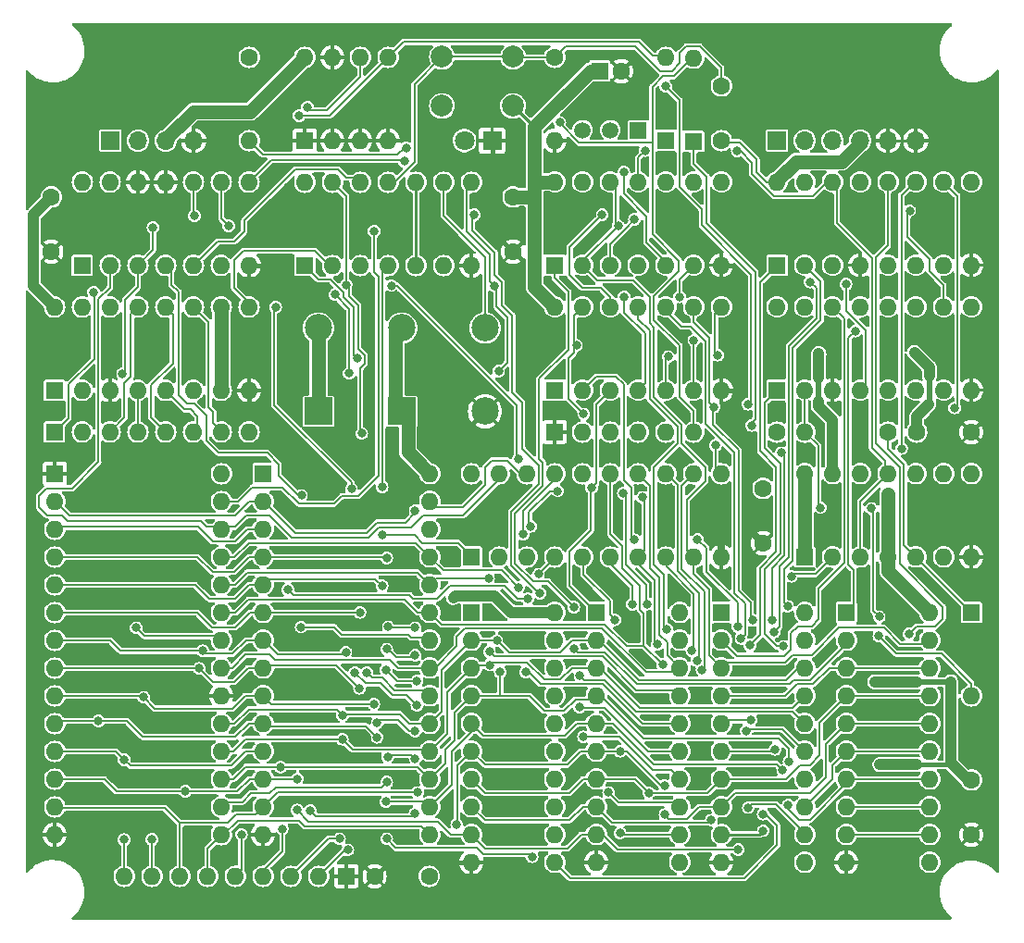
<source format=gbr>
G04 #@! TF.GenerationSoftware,KiCad,Pcbnew,7.0.9*
G04 #@! TF.CreationDate,2023-11-22T19:56:06+01:00*
G04 #@! TF.ProjectId,my4th-light,6d793474-682d-46c6-9967-68742e6b6963,rev?*
G04 #@! TF.SameCoordinates,Original*
G04 #@! TF.FileFunction,Copper,L2,Bot*
G04 #@! TF.FilePolarity,Positive*
%FSLAX46Y46*%
G04 Gerber Fmt 4.6, Leading zero omitted, Abs format (unit mm)*
G04 Created by KiCad (PCBNEW 7.0.9) date 2023-11-22 19:56:06*
%MOMM*%
%LPD*%
G01*
G04 APERTURE LIST*
G04 #@! TA.AperFunction,ComponentPad*
%ADD10R,1.600000X1.600000*%
G04 #@! TD*
G04 #@! TA.AperFunction,ComponentPad*
%ADD11O,1.600000X1.600000*%
G04 #@! TD*
G04 #@! TA.AperFunction,ComponentPad*
%ADD12C,1.600000*%
G04 #@! TD*
G04 #@! TA.AperFunction,ComponentPad*
%ADD13C,2.000000*%
G04 #@! TD*
G04 #@! TA.AperFunction,ComponentPad*
%ADD14R,1.520000X1.520000*%
G04 #@! TD*
G04 #@! TA.AperFunction,ComponentPad*
%ADD15C,1.520000*%
G04 #@! TD*
G04 #@! TA.AperFunction,ComponentPad*
%ADD16R,1.700000X1.700000*%
G04 #@! TD*
G04 #@! TA.AperFunction,ComponentPad*
%ADD17O,1.700000X1.700000*%
G04 #@! TD*
G04 #@! TA.AperFunction,ComponentPad*
%ADD18R,1.800000X1.800000*%
G04 #@! TD*
G04 #@! TA.AperFunction,ComponentPad*
%ADD19C,1.800000*%
G04 #@! TD*
G04 #@! TA.AperFunction,ComponentPad*
%ADD20R,2.500000X2.500000*%
G04 #@! TD*
G04 #@! TA.AperFunction,ComponentPad*
%ADD21C,2.500000*%
G04 #@! TD*
G04 #@! TA.AperFunction,ViaPad*
%ADD22C,0.800000*%
G04 #@! TD*
G04 #@! TA.AperFunction,ViaPad*
%ADD23C,1.000000*%
G04 #@! TD*
G04 #@! TA.AperFunction,Conductor*
%ADD24C,0.381000*%
G04 #@! TD*
G04 #@! TA.AperFunction,Conductor*
%ADD25C,0.635000*%
G04 #@! TD*
G04 #@! TA.AperFunction,Conductor*
%ADD26C,0.304800*%
G04 #@! TD*
G04 #@! TA.AperFunction,Conductor*
%ADD27C,1.016000*%
G04 #@! TD*
G04 #@! TA.AperFunction,Conductor*
%ADD28C,0.508000*%
G04 #@! TD*
G04 #@! TA.AperFunction,Conductor*
%ADD29C,0.203200*%
G04 #@! TD*
G04 #@! TA.AperFunction,Conductor*
%ADD30C,0.254000*%
G04 #@! TD*
G04 #@! TA.AperFunction,Conductor*
%ADD31C,1.270000*%
G04 #@! TD*
G04 #@! TA.AperFunction,Conductor*
%ADD32C,0.177800*%
G04 #@! TD*
G04 APERTURE END LIST*
D10*
X175895000Y-78085000D03*
D11*
X178435000Y-78085000D03*
X180975000Y-78085000D03*
X183515000Y-78085000D03*
X186055000Y-78085000D03*
X188595000Y-78085000D03*
X191135000Y-78085000D03*
X191135000Y-70465000D03*
X188595000Y-70465000D03*
X186055000Y-70465000D03*
X183515000Y-70465000D03*
X180975000Y-70465000D03*
X178435000Y-70465000D03*
X175895000Y-70465000D03*
D12*
X175895000Y-47625000D03*
D11*
X175895000Y-55245000D03*
D12*
X206390000Y-81915000D03*
D11*
X198770000Y-81915000D03*
D10*
X156845000Y-122555000D03*
D11*
X154305000Y-122555000D03*
X151765000Y-122555000D03*
X149225000Y-122555000D03*
X146685000Y-122555000D03*
X144145000Y-122555000D03*
X141605000Y-122555000D03*
X139065000Y-122555000D03*
X136525000Y-122555000D03*
D10*
X196215000Y-78085000D03*
D11*
X198755000Y-78085000D03*
X201295000Y-78085000D03*
X203835000Y-78085000D03*
X206375000Y-78085000D03*
X208915000Y-78085000D03*
X211455000Y-78085000D03*
X213995000Y-78085000D03*
X213995000Y-70465000D03*
X211455000Y-70465000D03*
X208915000Y-70465000D03*
X206375000Y-70465000D03*
X203835000Y-70465000D03*
X201295000Y-70465000D03*
X198755000Y-70465000D03*
X196215000Y-70465000D03*
D13*
X165585000Y-47570000D03*
X172085000Y-47570000D03*
X165585000Y-52070000D03*
X172085000Y-52070000D03*
D10*
X179991000Y-48895000D03*
D12*
X181991000Y-48895000D03*
D10*
X130155000Y-81905000D03*
D11*
X132695000Y-81905000D03*
X135235000Y-81905000D03*
X137775000Y-81905000D03*
X140315000Y-81905000D03*
X142855000Y-81905000D03*
X145395000Y-81905000D03*
X147935000Y-81905000D03*
D14*
X183515000Y-54287500D03*
D15*
X180975000Y-54287500D03*
X178435000Y-54287500D03*
D12*
X196215000Y-81915000D03*
D11*
X188595000Y-81915000D03*
D16*
X135255000Y-55245000D03*
D17*
X137795000Y-55245000D03*
X140335000Y-55245000D03*
X142875000Y-55245000D03*
D10*
X175895000Y-66645000D03*
D11*
X178435000Y-66645000D03*
X180975000Y-66645000D03*
X183515000Y-66645000D03*
X186055000Y-66645000D03*
X188595000Y-66645000D03*
X191135000Y-66645000D03*
X191135000Y-59025000D03*
X188595000Y-59025000D03*
X186055000Y-59025000D03*
X183515000Y-59025000D03*
X180975000Y-59025000D03*
X178435000Y-59025000D03*
X175895000Y-59025000D03*
D12*
X191135000Y-50245000D03*
X191135000Y-55245000D03*
D10*
X198755000Y-93335000D03*
D11*
X201295000Y-93335000D03*
X203835000Y-93335000D03*
X206375000Y-93335000D03*
X208915000Y-93335000D03*
X211455000Y-93335000D03*
X213995000Y-93335000D03*
X213995000Y-85715000D03*
X211455000Y-85715000D03*
X208915000Y-85715000D03*
X206375000Y-85715000D03*
X203835000Y-85715000D03*
X201295000Y-85715000D03*
X198755000Y-85715000D03*
D10*
X153035000Y-66675000D03*
D11*
X155575000Y-66675000D03*
X158115000Y-66675000D03*
X160655000Y-66675000D03*
X163195000Y-66675000D03*
X165735000Y-66675000D03*
X168275000Y-66675000D03*
X168275000Y-59055000D03*
X165735000Y-59055000D03*
X163195000Y-59055000D03*
X160655000Y-59055000D03*
X158115000Y-59055000D03*
X155575000Y-59055000D03*
X153035000Y-59055000D03*
D16*
X196215000Y-55245000D03*
D17*
X198755000Y-55245000D03*
X201295000Y-55245000D03*
X203835000Y-55245000D03*
X206375000Y-55245000D03*
X208915000Y-55245000D03*
D10*
X186055000Y-55245000D03*
D11*
X186055000Y-47625000D03*
D10*
X153035000Y-55245000D03*
D11*
X155575000Y-55245000D03*
X158115000Y-55245000D03*
X160655000Y-55245000D03*
X160655000Y-47625000D03*
X158115000Y-47625000D03*
X155575000Y-47625000D03*
X153035000Y-47625000D03*
D10*
X179705000Y-98415000D03*
D11*
X179705000Y-100955000D03*
X179705000Y-103495000D03*
X179705000Y-106035000D03*
X179705000Y-108575000D03*
X179705000Y-111115000D03*
X179705000Y-113655000D03*
X179705000Y-116195000D03*
X179705000Y-118735000D03*
X179705000Y-121275000D03*
X187325000Y-121275000D03*
X187325000Y-118735000D03*
X187325000Y-116195000D03*
X187325000Y-113655000D03*
X187325000Y-111115000D03*
X187325000Y-108575000D03*
X187325000Y-106035000D03*
X187325000Y-103495000D03*
X187325000Y-100955000D03*
X187325000Y-98415000D03*
D10*
X130175000Y-85725000D03*
D11*
X130175000Y-88265000D03*
X130175000Y-90805000D03*
X130175000Y-93345000D03*
X130175000Y-95885000D03*
X130175000Y-98425000D03*
X130175000Y-100965000D03*
X130175000Y-103505000D03*
X130175000Y-106045000D03*
X130175000Y-108585000D03*
X130175000Y-111125000D03*
X130175000Y-113665000D03*
X130175000Y-116205000D03*
X130175000Y-118745000D03*
X145415000Y-118745000D03*
X145415000Y-116205000D03*
X145415000Y-113665000D03*
X145415000Y-111125000D03*
X145415000Y-108585000D03*
X145415000Y-106045000D03*
X145415000Y-103505000D03*
X145415000Y-100965000D03*
X145415000Y-98425000D03*
X145415000Y-95885000D03*
X145415000Y-93345000D03*
X145415000Y-90805000D03*
X145415000Y-88265000D03*
X145415000Y-85725000D03*
D12*
X213995000Y-118745000D03*
X213995000Y-113745000D03*
D10*
X191135000Y-98415000D03*
D11*
X191135000Y-100955000D03*
X191135000Y-103495000D03*
X191135000Y-106035000D03*
X191135000Y-108575000D03*
X191135000Y-111115000D03*
X191135000Y-113655000D03*
X191135000Y-116195000D03*
X191135000Y-118735000D03*
X191135000Y-121275000D03*
X198755000Y-121275000D03*
X198755000Y-118735000D03*
X198755000Y-116195000D03*
X198755000Y-113655000D03*
X198755000Y-111115000D03*
X198755000Y-108575000D03*
X198755000Y-106035000D03*
X198755000Y-103495000D03*
X198755000Y-100955000D03*
X198755000Y-98415000D03*
D10*
X132695000Y-66665000D03*
D11*
X135235000Y-66665000D03*
X137775000Y-66665000D03*
X140315000Y-66665000D03*
X142855000Y-66665000D03*
X145395000Y-66665000D03*
X147935000Y-66665000D03*
X147935000Y-59045000D03*
X145395000Y-59045000D03*
X142855000Y-59045000D03*
X140315000Y-59045000D03*
X137775000Y-59045000D03*
X135235000Y-59045000D03*
X132695000Y-59045000D03*
D12*
X213995000Y-81915000D03*
X208995000Y-81915000D03*
D10*
X130155000Y-78095000D03*
D11*
X132695000Y-78095000D03*
X135235000Y-78095000D03*
X137775000Y-78095000D03*
X140315000Y-78095000D03*
X142855000Y-78095000D03*
X145395000Y-78095000D03*
X147935000Y-78095000D03*
X147935000Y-70475000D03*
X145395000Y-70475000D03*
X142855000Y-70475000D03*
X140315000Y-70475000D03*
X137775000Y-70475000D03*
X135235000Y-70475000D03*
X132695000Y-70475000D03*
X130155000Y-70475000D03*
D10*
X188595000Y-55325000D03*
D11*
X188595000Y-47705000D03*
D12*
X172085000Y-65405000D03*
X172085000Y-60405000D03*
X194945000Y-92075000D03*
X194945000Y-87075000D03*
D10*
X196215000Y-66655000D03*
D11*
X198755000Y-66655000D03*
X201295000Y-66655000D03*
X203835000Y-66655000D03*
X206375000Y-66655000D03*
X208915000Y-66655000D03*
X211455000Y-66655000D03*
X213995000Y-66655000D03*
X213995000Y-59035000D03*
X211455000Y-59035000D03*
X208915000Y-59035000D03*
X206375000Y-59035000D03*
X203835000Y-59035000D03*
X201295000Y-59035000D03*
X198755000Y-59035000D03*
X196215000Y-59035000D03*
D10*
X149225000Y-85715000D03*
D11*
X149225000Y-88255000D03*
X149225000Y-90795000D03*
X149225000Y-93335000D03*
X149225000Y-95875000D03*
X149225000Y-98415000D03*
X149225000Y-100955000D03*
X149225000Y-103495000D03*
X149225000Y-106035000D03*
X149225000Y-108575000D03*
X149225000Y-111115000D03*
X149225000Y-113655000D03*
X149225000Y-116195000D03*
X149225000Y-118735000D03*
X164465000Y-118735000D03*
X164465000Y-116195000D03*
X164465000Y-113655000D03*
X164465000Y-111115000D03*
X164465000Y-108575000D03*
X164465000Y-106035000D03*
X164465000Y-103495000D03*
X164465000Y-100955000D03*
X164465000Y-98415000D03*
X164465000Y-95875000D03*
X164465000Y-93335000D03*
X164465000Y-90795000D03*
X164465000Y-88255000D03*
X164465000Y-85715000D03*
D10*
X168275000Y-93345000D03*
D11*
X170815000Y-93345000D03*
X173355000Y-93345000D03*
X175895000Y-93345000D03*
X178435000Y-93345000D03*
X180975000Y-93345000D03*
X183515000Y-93345000D03*
X186055000Y-93345000D03*
X188595000Y-93345000D03*
X191135000Y-93345000D03*
X191135000Y-85725000D03*
X188595000Y-85725000D03*
X186055000Y-85725000D03*
X183515000Y-85725000D03*
X180975000Y-85725000D03*
X178435000Y-85725000D03*
X175895000Y-85725000D03*
X173355000Y-85725000D03*
X170815000Y-85725000D03*
X168275000Y-85725000D03*
D18*
X170180000Y-55245000D03*
D19*
X167640000Y-55245000D03*
D10*
X213995000Y-98425000D03*
D11*
X213995000Y-106045000D03*
D12*
X147955000Y-47625000D03*
D11*
X147955000Y-55245000D03*
D12*
X159425000Y-122555000D03*
X164425000Y-122555000D03*
X129857500Y-65405000D03*
X129857500Y-60405000D03*
D10*
X202565000Y-98415000D03*
D11*
X202565000Y-100955000D03*
X202565000Y-103495000D03*
X202565000Y-106035000D03*
X202565000Y-108575000D03*
X202565000Y-111115000D03*
X202565000Y-113655000D03*
X202565000Y-116195000D03*
X202565000Y-118735000D03*
X202565000Y-121275000D03*
X210185000Y-121275000D03*
X210185000Y-118735000D03*
X210185000Y-116195000D03*
X210185000Y-113655000D03*
X210185000Y-111115000D03*
X210185000Y-108575000D03*
X210185000Y-106035000D03*
X210185000Y-103495000D03*
X210185000Y-100955000D03*
X210185000Y-98415000D03*
D10*
X175895000Y-81915000D03*
D11*
X178435000Y-81915000D03*
X180975000Y-81915000D03*
X183515000Y-81915000D03*
X186055000Y-81915000D03*
D20*
X154285000Y-80010000D03*
X161905000Y-80010000D03*
D21*
X169525000Y-80010000D03*
X169525000Y-72390000D03*
X154285000Y-72390000D03*
X161905000Y-72390000D03*
D10*
X168275000Y-98415000D03*
D11*
X168275000Y-100955000D03*
X168275000Y-103495000D03*
X168275000Y-106035000D03*
X168275000Y-108575000D03*
X168275000Y-111115000D03*
X168275000Y-113655000D03*
X168275000Y-116195000D03*
X168275000Y-118735000D03*
X168275000Y-121275000D03*
X175895000Y-121275000D03*
X175895000Y-118735000D03*
X175895000Y-116195000D03*
X175895000Y-113655000D03*
X175895000Y-111115000D03*
X175895000Y-108575000D03*
X175895000Y-106035000D03*
X175895000Y-103495000D03*
X175895000Y-100955000D03*
X175895000Y-98415000D03*
D22*
X207441800Y-117475000D03*
X185801000Y-106349800D03*
X135509000Y-83693000D03*
X180136800Y-87909400D03*
X184658000Y-83947000D03*
X202412600Y-95123000D03*
X139039600Y-71323200D03*
X142748000Y-73863200D03*
X149225000Y-71272400D03*
X195986400Y-76225400D03*
D23*
X151333200Y-77749400D03*
X211074000Y-64846200D03*
X173253400Y-76225400D03*
X193294000Y-64846200D03*
D22*
X207391000Y-114960400D03*
X139319000Y-83693000D03*
X193878200Y-85293200D03*
X142748000Y-76088400D03*
X138949451Y-73895500D03*
X156438600Y-99187000D03*
X192887600Y-73583800D03*
X191211200Y-87525300D03*
X158978600Y-99644200D03*
X151511000Y-59512200D03*
X186207400Y-87223600D03*
X158610300Y-88836500D03*
X178257200Y-90601800D03*
X158343293Y-68681907D03*
X176022000Y-64846200D03*
X154990800Y-89535000D03*
X186207400Y-90601800D03*
X174523400Y-74726800D03*
X200075800Y-100253800D03*
X166395400Y-84074000D03*
X175056800Y-50546000D03*
X140868400Y-64846200D03*
D23*
X182981600Y-99745800D03*
X137769600Y-64846200D03*
D22*
X183979100Y-106248200D03*
X151511000Y-63830200D03*
X210235800Y-71678800D03*
X179679600Y-92278200D03*
X163449000Y-74523600D03*
X158800800Y-84175600D03*
X138949451Y-75946000D03*
X158902400Y-77749400D03*
X212046100Y-74904600D03*
X178384200Y-87909400D03*
D23*
X154990800Y-87391400D03*
D22*
X160959800Y-82245200D03*
X156286200Y-74295000D03*
X212115400Y-104749600D03*
D23*
X200050400Y-74726800D03*
D22*
X166624000Y-97043400D03*
X205155800Y-104724200D03*
X206375000Y-87579200D03*
D23*
X208788000Y-74625200D03*
D22*
X205638400Y-112344200D03*
X193548000Y-79349600D03*
X200202800Y-88823800D03*
X205562200Y-98806000D03*
X204851000Y-88900000D03*
X186055000Y-50292000D03*
X152527000Y-52959000D03*
X205536800Y-100584000D03*
X202539600Y-68376800D03*
X196801745Y-101516345D03*
X184160700Y-56159400D03*
X192582800Y-56184800D03*
X188620400Y-73500700D03*
X157817100Y-75184000D03*
X137624100Y-99822000D03*
X136378000Y-76571000D03*
X139166600Y-63195200D03*
X208356200Y-61645800D03*
X152704800Y-99745800D03*
X152730200Y-87706200D03*
X193903600Y-81298500D03*
X190804800Y-74879200D03*
X186283600Y-75013100D03*
X146075400Y-63042800D03*
X136525000Y-119202200D03*
X192684400Y-120106600D03*
X181686200Y-63024300D03*
X136525000Y-111887000D03*
X152323800Y-116484400D03*
X168554400Y-62019900D03*
X142951200Y-62128400D03*
X177698400Y-101727000D03*
X174548800Y-96647000D03*
X162128200Y-57124600D03*
X182219600Y-58133700D03*
X178206400Y-104180800D03*
X177647600Y-97932400D03*
X192938400Y-100787200D03*
X193414100Y-109242300D03*
X193606074Y-116258837D03*
X192608200Y-99695000D03*
X183184800Y-91770200D03*
X188963300Y-91732100D03*
X194970400Y-118379400D03*
X195986400Y-100193000D03*
X199263000Y-68173600D03*
X197188650Y-97866200D03*
X196055700Y-110937200D03*
X193743500Y-101404500D03*
X193827900Y-108280200D03*
X158724600Y-103901400D03*
X150368000Y-70485000D03*
X157302200Y-87096600D03*
X170357800Y-68529200D03*
X170764200Y-76327000D03*
X177876200Y-73983300D03*
X157099000Y-76537100D03*
X184360100Y-97637600D03*
X178549300Y-80251300D03*
X182168800Y-87503000D03*
X155808336Y-69337264D03*
X183184800Y-62451700D03*
X182245000Y-69545200D03*
X187325000Y-69545200D03*
X159359600Y-106791300D03*
X160604200Y-111658400D03*
X138303000Y-106172000D03*
X163137300Y-111800800D03*
X159664400Y-108508800D03*
X158038800Y-105356100D03*
X163137300Y-109260800D03*
X143383000Y-103530400D03*
X143713200Y-101930200D03*
X163296600Y-106924000D03*
X157632400Y-103901400D03*
X156794200Y-102047200D03*
X156819600Y-68427600D03*
X158242000Y-82042000D03*
X193972900Y-99136200D03*
X133731000Y-69103400D03*
X190474600Y-79603600D03*
X158089600Y-98415000D03*
X181864000Y-118608000D03*
X160477200Y-103672800D03*
X163296600Y-104688800D03*
X160103100Y-95961200D03*
X180822600Y-114884200D03*
X160528000Y-101767800D03*
X163137300Y-102326600D03*
X178529700Y-109794200D03*
X160680400Y-99735800D03*
X163137300Y-99812000D03*
X160528000Y-93436600D03*
X151511000Y-96342200D03*
X178181000Y-107076400D03*
X173437000Y-97170400D03*
X179273200Y-87014600D03*
X172554900Y-84391500D03*
X160959800Y-68503800D03*
X159664400Y-109829600D03*
X134168200Y-108331000D03*
X173837600Y-120767000D03*
X160528000Y-119126000D03*
X186131200Y-99949000D03*
X197542700Y-95097600D03*
X163137300Y-116779200D03*
X142113000Y-114769800D03*
X139065000Y-119176800D03*
X152374600Y-113629600D03*
X190220600Y-117414200D03*
X188449500Y-101899800D03*
X153543000Y-116560600D03*
X183915700Y-87884000D03*
X185293000Y-101320600D03*
X184495180Y-114898593D03*
X163347400Y-114874200D03*
X173020469Y-91242589D03*
X185978800Y-116916200D03*
X183001800Y-97663000D03*
X166928800Y-117846000D03*
X185953400Y-114256100D03*
X181889400Y-111115000D03*
X176174400Y-87299800D03*
X163137300Y-89077800D03*
X173694800Y-90535200D03*
X160528000Y-113934400D03*
X160451800Y-115737800D03*
X196748400Y-112852200D03*
X181381400Y-99085400D03*
X147243800Y-118719600D03*
X185750200Y-103174800D03*
X174402382Y-94907618D03*
X197256400Y-116027200D03*
X150977600Y-118211600D03*
X150825200Y-112550200D03*
X170916600Y-103860600D03*
X197332600Y-112039400D03*
X156210000Y-119126000D03*
X169926000Y-103215600D03*
X156464000Y-110010200D03*
X169926000Y-101996400D03*
X169849800Y-95271200D03*
X188894000Y-102816300D03*
X170592200Y-100955000D03*
X156489400Y-107823000D03*
X156972000Y-120142000D03*
X173253400Y-103856400D03*
X172593000Y-96103600D03*
X189376700Y-103672107D03*
X160121600Y-86944200D03*
X160147000Y-91338400D03*
X194963500Y-116873900D03*
X207619600Y-83413600D03*
X196596000Y-83801500D03*
X195764700Y-99126200D03*
X190601600Y-83134200D03*
X212471000Y-79705200D03*
X203377800Y-72669400D03*
X180238400Y-62026800D03*
X208305400Y-100380800D03*
X159385000Y-63525400D03*
X176359100Y-53594000D03*
X153289000Y-52197000D03*
X162306000Y-55905400D03*
D24*
X191211200Y-87525300D02*
X191135000Y-87601500D01*
D25*
X193878200Y-85293200D02*
X193421000Y-85750400D01*
X180136800Y-87909400D02*
X180136800Y-91821000D01*
D26*
X175895000Y-83312000D02*
X177165000Y-84582000D01*
X207416400Y-114935000D02*
X211353400Y-114935000D01*
D24*
X192862200Y-78663800D02*
X192862200Y-78155800D01*
D26*
X207441800Y-117475000D02*
X212725000Y-117475000D01*
D24*
X158927800Y-77774800D02*
X158902400Y-77749400D01*
D26*
X205191200Y-121275000D02*
X206461200Y-120005000D01*
D27*
X161391600Y-88671400D02*
X162521900Y-87541100D01*
D24*
X172974000Y-66294000D02*
X172974000Y-70434200D01*
X172085000Y-65405000D02*
X172974000Y-66294000D01*
D26*
X213995000Y-76835000D02*
X213995000Y-78085000D01*
D24*
X212046100Y-74904600D02*
X212046100Y-73489100D01*
D28*
X177165000Y-88011000D02*
X178282600Y-88011000D01*
D27*
X157911800Y-89535000D02*
X158775400Y-88671400D01*
D24*
X161076000Y-120904000D02*
X166497000Y-120904000D01*
D28*
X179679600Y-94361000D02*
X179679600Y-92278200D01*
X181762400Y-97993200D02*
X181762400Y-96443800D01*
D29*
X186207400Y-87223600D02*
X186207400Y-90601800D01*
D24*
X149723000Y-66665000D02*
X151333200Y-68275200D01*
D28*
X181762400Y-96443800D02*
X179679600Y-94361000D01*
D24*
X149225000Y-71272400D02*
X149225000Y-70104000D01*
D26*
X210146800Y-58000800D02*
X210146800Y-60227129D01*
D28*
X182981600Y-99745800D02*
X182981600Y-99212400D01*
D26*
X208915000Y-55245000D02*
X208915000Y-56769000D01*
D29*
X140315000Y-57257000D02*
X140208000Y-57150000D01*
D24*
X149860000Y-69469000D02*
X151333200Y-69469000D01*
X192233231Y-66645000D02*
X192887600Y-67299369D01*
X140335000Y-64846200D02*
X139039600Y-66141600D01*
X159105600Y-77774800D02*
X158927800Y-77774800D01*
D26*
X206461200Y-120005000D02*
X212735000Y-120005000D01*
D24*
X139039600Y-66141600D02*
X139039600Y-71323200D01*
D26*
X211074000Y-61154329D02*
X211074000Y-64846200D01*
D30*
X207645000Y-54838600D02*
X207670400Y-54813200D01*
D26*
X215646000Y-69596000D02*
X215646000Y-75184000D01*
D24*
X139319000Y-83693000D02*
X135509000Y-83693000D01*
D26*
X211353400Y-114935000D02*
X212598000Y-116179600D01*
D31*
X166395400Y-86385400D02*
X166395400Y-84074000D01*
D26*
X208915000Y-56769000D02*
X210146800Y-58000800D01*
X137769600Y-59039600D02*
X137769600Y-57200800D01*
D25*
X191135000Y-87601500D02*
X191135000Y-93255000D01*
D26*
X210146800Y-60227129D02*
X211074000Y-61154329D01*
D24*
X193878200Y-85293200D02*
X193802000Y-85217000D01*
D28*
X165712400Y-87023200D02*
X165735000Y-87045800D01*
X162521900Y-87541100D02*
X160959800Y-85979000D01*
D24*
X156286200Y-71348600D02*
X156286200Y-74295000D01*
X166649400Y-81407000D02*
X168128000Y-81407000D01*
X192887600Y-67299369D02*
X192887600Y-78130400D01*
D26*
X202565000Y-121275000D02*
X205191200Y-121275000D01*
X212598000Y-116179600D02*
X212598000Y-117348000D01*
D24*
X212046100Y-73489100D02*
X210235800Y-71678800D01*
X158343293Y-68681907D02*
X159105600Y-69444214D01*
D26*
X137775000Y-59045000D02*
X137775000Y-64840800D01*
D30*
X208915000Y-55245000D02*
X207797400Y-55245000D01*
D24*
X168128000Y-81407000D02*
X169525000Y-80010000D01*
X151333200Y-70063200D02*
X151333200Y-77749400D01*
D30*
X137820400Y-57150000D02*
X140208000Y-57150000D01*
D24*
X170180000Y-63500000D02*
X172085000Y-65405000D01*
X173253400Y-70713600D02*
X173253400Y-76225400D01*
X147935000Y-66665000D02*
X149723000Y-66665000D01*
D28*
X162966400Y-87096600D02*
X163039800Y-87023200D01*
D24*
X159425000Y-122555000D02*
X161076000Y-120904000D01*
X166878000Y-121285000D02*
X168265000Y-121285000D01*
X193802000Y-83007200D02*
X192430400Y-81635600D01*
D28*
X182981600Y-99212400D02*
X181762400Y-97993200D01*
X184080700Y-106349800D02*
X185801000Y-106349800D01*
D24*
X159105600Y-77774800D02*
X159105600Y-83870800D01*
X154990800Y-86410800D02*
X147935000Y-79355000D01*
D25*
X178282600Y-88011000D02*
X178384200Y-87909400D01*
D29*
X140315000Y-59045000D02*
X140315000Y-57257000D01*
D24*
X191135000Y-93255000D02*
X191211200Y-93331200D01*
X201117200Y-96418400D02*
X202412600Y-95123000D01*
D26*
X207391000Y-114960400D02*
X207416400Y-114935000D01*
D27*
X154990800Y-89535000D02*
X157911800Y-89535000D01*
D24*
X159105600Y-69444214D02*
X159105600Y-77774800D01*
D26*
X212725000Y-117475000D02*
X213995000Y-118745000D01*
D25*
X163449000Y-77063600D02*
X166395400Y-80010000D01*
D30*
X142875000Y-56540400D02*
X142875000Y-55245000D01*
D24*
X151333200Y-70063200D02*
X155000800Y-70063200D01*
D26*
X213995000Y-67945000D02*
X215646000Y-69596000D01*
D24*
X192430400Y-81635600D02*
X192430400Y-79095600D01*
D28*
X160959800Y-85979000D02*
X160959800Y-82245200D01*
D24*
X192887600Y-78130400D02*
X192862200Y-78155800D01*
D30*
X137769600Y-57200800D02*
X137820400Y-57150000D01*
D26*
X212735000Y-120005000D02*
X213995000Y-118745000D01*
D27*
X162521900Y-87541100D02*
X162966400Y-87096600D01*
D24*
X201117200Y-99212400D02*
X201117200Y-96418400D01*
D25*
X180136800Y-91821000D02*
X179679600Y-92278200D01*
D26*
X213995000Y-66655000D02*
X213995000Y-67945000D01*
D30*
X142265400Y-57150000D02*
X142875000Y-56540400D01*
D24*
X192430400Y-79095600D02*
X192862200Y-78663800D01*
X151333200Y-69469000D02*
X151333200Y-70063200D01*
D26*
X175895000Y-81915000D02*
X175895000Y-83312000D01*
D31*
X166395400Y-84074000D02*
X166395400Y-80010000D01*
D24*
X138949451Y-75946000D02*
X138949451Y-71413349D01*
D25*
X156895800Y-99644200D02*
X156438600Y-99187000D01*
D26*
X215646000Y-75184000D02*
X213995000Y-76835000D01*
D24*
X192791400Y-78085000D02*
X191135000Y-78085000D01*
D30*
X206375000Y-55245000D02*
X207645000Y-55245000D01*
D25*
X158978600Y-99644200D02*
X156895800Y-99644200D01*
D28*
X177165000Y-89509600D02*
X178257200Y-90601800D01*
D31*
X165735000Y-87045800D02*
X166395400Y-86385400D01*
D28*
X177165000Y-88011000D02*
X177165000Y-89509600D01*
D24*
X192862200Y-78155800D02*
X192791400Y-78085000D01*
D28*
X151511000Y-59512200D02*
X151511000Y-63830200D01*
D26*
X212598000Y-117348000D02*
X213995000Y-118745000D01*
D24*
X193802000Y-85217000D02*
X193802000Y-83007200D01*
X170180000Y-55245000D02*
X170180000Y-63500000D01*
X154990800Y-87391400D02*
X154990800Y-86410800D01*
X166497000Y-120904000D02*
X166878000Y-121285000D01*
D30*
X140208000Y-57150000D02*
X142265400Y-57150000D01*
D26*
X177165000Y-84582000D02*
X177165000Y-88011000D01*
D25*
X193421000Y-85750400D02*
X193421000Y-90551000D01*
D24*
X200075800Y-100253800D02*
X201117200Y-99212400D01*
X172974000Y-70434200D02*
X173253400Y-70713600D01*
X191135000Y-66645000D02*
X192233231Y-66645000D01*
D25*
X193421000Y-90551000D02*
X194945000Y-92075000D01*
X142748000Y-73863200D02*
X142748000Y-76088400D01*
D28*
X163039800Y-87023200D02*
X165712400Y-87023200D01*
D24*
X155000800Y-70063200D02*
X156286200Y-71348600D01*
X166395400Y-80010000D02*
X166395400Y-81153000D01*
X147935000Y-79355000D02*
X147935000Y-78095000D01*
D25*
X163449000Y-74523600D02*
X163449000Y-77063600D01*
D27*
X158775400Y-88671400D02*
X161391600Y-88671400D01*
X137775000Y-59045000D02*
X137769600Y-59039600D01*
D24*
X168265000Y-121285000D02*
X168275000Y-121275000D01*
D26*
X191211200Y-93331200D02*
X191215000Y-93335000D01*
D24*
X149225000Y-70104000D02*
X149860000Y-69469000D01*
D30*
X207645000Y-55245000D02*
X207645000Y-54838600D01*
X207645000Y-55245000D02*
X207645000Y-55422800D01*
D24*
X140868400Y-64846200D02*
X140335000Y-64846200D01*
X159105600Y-83870800D02*
X158800800Y-84175600D01*
X138949451Y-71413349D02*
X139039600Y-71323200D01*
D27*
X137775000Y-64840800D02*
X137769600Y-64846200D01*
D24*
X151333200Y-68275200D02*
X151333200Y-69469000D01*
D28*
X183979100Y-106248200D02*
X184080700Y-106349800D01*
D24*
X166395400Y-81153000D02*
X166649400Y-81407000D01*
D31*
X162483800Y-83733800D02*
X164465000Y-85715000D01*
D27*
X128244600Y-68564600D02*
X130155000Y-70475000D01*
D28*
X210185000Y-79298800D02*
X210185000Y-76758800D01*
D24*
X208965800Y-112344200D02*
X211937600Y-112344200D01*
D31*
X175895000Y-70465000D02*
X174040800Y-68610800D01*
X161340800Y-72954200D02*
X161905000Y-72390000D01*
D27*
X199999600Y-79095600D02*
X199999600Y-79527400D01*
X201295000Y-80822800D02*
X201295000Y-85715000D01*
X213694000Y-113745000D02*
X212115400Y-112166400D01*
X200025000Y-74752200D02*
X200025000Y-76936600D01*
X212115400Y-112166400D02*
X212115400Y-111865400D01*
X199999600Y-79527400D02*
X201295000Y-80822800D01*
D31*
X202133200Y-57175400D02*
X197967600Y-57175400D01*
X206375000Y-93335000D02*
X206375000Y-94605000D01*
D27*
X128244600Y-62017900D02*
X128244600Y-68564600D01*
D31*
X175895000Y-59025000D02*
X174061600Y-59025000D01*
D27*
X210108800Y-79375000D02*
X208995000Y-80488800D01*
D28*
X210108800Y-79375000D02*
X210185000Y-79298800D01*
D27*
X171932600Y-98415000D02*
X175895000Y-98415000D01*
D31*
X174040800Y-54000400D02*
X179146200Y-48895000D01*
D28*
X210185000Y-76758800D02*
X210159600Y-76733400D01*
D31*
X153035000Y-47625000D02*
X148056600Y-52603400D01*
X154285000Y-80010000D02*
X154285000Y-72390000D01*
D29*
X194360800Y-56972200D02*
X194360800Y-58115200D01*
D31*
X203835000Y-55245000D02*
X203835000Y-55473600D01*
X174040800Y-55270400D02*
X174040800Y-54000400D01*
D27*
X208788000Y-74625200D02*
X210159600Y-75996800D01*
D31*
X140335000Y-55092600D02*
X140335000Y-55245000D01*
D24*
X211937600Y-112344200D02*
X212115400Y-112166400D01*
D31*
X203835000Y-55473600D02*
X202133200Y-57175400D01*
X161905000Y-80010000D02*
X162483800Y-80588800D01*
D29*
X195280600Y-59035000D02*
X196215000Y-59035000D01*
X192786000Y-55397400D02*
X194360800Y-56972200D01*
D27*
X200050400Y-74726800D02*
X200025000Y-74752200D01*
D29*
X194360800Y-58115200D02*
X195280600Y-59035000D01*
D31*
X174061600Y-59025000D02*
X174040800Y-59004200D01*
D29*
X191135000Y-55245000D02*
X191287400Y-55397400D01*
D31*
X172085000Y-60405000D02*
X173964600Y-60405000D01*
D28*
X200025000Y-76936600D02*
X200025000Y-79070200D01*
X208991200Y-104749600D02*
X212115400Y-104749600D01*
D31*
X198755000Y-85715000D02*
X198755000Y-93335000D01*
X161905000Y-80010000D02*
X161340800Y-79445800D01*
X145395000Y-78095000D02*
X145395000Y-70475000D01*
X197967600Y-57175400D02*
X196215000Y-58928000D01*
D27*
X170383200Y-96865600D02*
X171932600Y-98415000D01*
D31*
X142824200Y-52603400D02*
X140335000Y-55092600D01*
X174040800Y-60328800D02*
X174040800Y-59004200D01*
X196215000Y-58928000D02*
X196215000Y-59035000D01*
D27*
X205181200Y-104749600D02*
X208991200Y-104749600D01*
D31*
X174040800Y-59004200D02*
X174040800Y-55270400D01*
X173964600Y-60405000D02*
X174040800Y-60328800D01*
D27*
X166624000Y-97043400D02*
X166801800Y-96865600D01*
D31*
X174040800Y-68610800D02*
X174040800Y-60328800D01*
X162483800Y-80588800D02*
X162483800Y-83733800D01*
X148056600Y-52603400D02*
X142824200Y-52603400D01*
D27*
X210159600Y-75996800D02*
X210159600Y-76733400D01*
D30*
X174040800Y-54000400D02*
X174015400Y-54000400D01*
D27*
X208995000Y-80488800D02*
X208995000Y-81915000D01*
X212115400Y-111865400D02*
X212115400Y-104749600D01*
D31*
X206375000Y-93335000D02*
X206375000Y-87579200D01*
D27*
X166801800Y-96865600D02*
X170383200Y-96865600D01*
D29*
X191287400Y-55397400D02*
X192786000Y-55397400D01*
D30*
X174015400Y-54000400D02*
X172085000Y-52070000D01*
D28*
X200025000Y-79070200D02*
X199999600Y-79095600D01*
D27*
X213995000Y-113745000D02*
X213694000Y-113745000D01*
X129857500Y-60405000D02*
X128244600Y-62017900D01*
D31*
X161340800Y-79445800D02*
X161340800Y-72954200D01*
D27*
X205638400Y-112344200D02*
X208965800Y-112344200D01*
D31*
X179146200Y-48895000D02*
X179991000Y-48895000D01*
X206375000Y-94605000D02*
X210185000Y-98415000D01*
D29*
X205003400Y-98247200D02*
X205003400Y-89052400D01*
X185928000Y-47498000D02*
X186055000Y-47625000D01*
X160655000Y-47625000D02*
X162052000Y-46228000D01*
X211265570Y-102184200D02*
X213995000Y-104913630D01*
X205562200Y-98806000D02*
X205003400Y-98247200D01*
X199999600Y-88620600D02*
X199999600Y-83144600D01*
X155321000Y-52959000D02*
X160655000Y-47625000D01*
X198770000Y-81915000D02*
X198770000Y-78100000D01*
X187299600Y-51536600D02*
X186055000Y-50292000D01*
X189331600Y-61493400D02*
X187299600Y-59461400D01*
X152527000Y-52959000D02*
X155321000Y-52959000D01*
X199999600Y-83144600D02*
X198770000Y-81915000D01*
X187299600Y-59461400D02*
X187299600Y-51536600D01*
X189331600Y-62966600D02*
X189331600Y-61493400D01*
X183616600Y-46228000D02*
X184886600Y-47498000D01*
X207137000Y-102184200D02*
X211265570Y-102184200D01*
X200202800Y-88823800D02*
X199999600Y-88620600D01*
X198770000Y-78100000D02*
X198755000Y-78085000D01*
X213995000Y-104913630D02*
X213995000Y-106045000D01*
X193548000Y-79349600D02*
X193852800Y-79044800D01*
X193852800Y-67487800D02*
X189331600Y-62966600D01*
X184886600Y-47498000D02*
X185928000Y-47498000D01*
X205003400Y-89052400D02*
X204851000Y-88900000D01*
X205536800Y-100584000D02*
X207137000Y-102184200D01*
X162052000Y-46228000D02*
X183616600Y-46228000D01*
X193852800Y-79044800D02*
X193852800Y-67487800D01*
X185521600Y-48869600D02*
X186639200Y-48869600D01*
X183286400Y-46634400D02*
X185521600Y-48869600D01*
X172085000Y-47570000D02*
X165585000Y-47570000D01*
X191135000Y-48590200D02*
X191135000Y-50245000D01*
X163068000Y-57200800D02*
X161213800Y-59055000D01*
X186639200Y-48869600D02*
X187350400Y-48158400D01*
X187943400Y-46600200D02*
X189145000Y-46600200D01*
X165585000Y-47570000D02*
X163068000Y-50087000D01*
X172140000Y-47625000D02*
X172085000Y-47570000D01*
X176885600Y-46634400D02*
X183286400Y-46634400D01*
X172085000Y-47625000D02*
X172085000Y-47396400D01*
X187350400Y-48158400D02*
X187350400Y-47193200D01*
X189145000Y-46600200D02*
X191135000Y-48590200D01*
X161213800Y-59055000D02*
X160655000Y-59055000D01*
X175895000Y-47625000D02*
X176885600Y-46634400D01*
X163068000Y-50087000D02*
X163068000Y-57200800D01*
X175895000Y-47625000D02*
X172140000Y-47625000D01*
X187350400Y-47193200D02*
X187943400Y-46600200D01*
X204343000Y-77577000D02*
X203835000Y-78085000D01*
X204343000Y-72593200D02*
X204343000Y-77577000D01*
X202539600Y-70789800D02*
X204343000Y-72593200D01*
X202539600Y-68376800D02*
X202539600Y-70789800D01*
X152175783Y-57886600D02*
X147497800Y-62564583D01*
X156819600Y-58623200D02*
X156083000Y-57886600D01*
X147497800Y-63576200D02*
X146608800Y-64465200D01*
X156083000Y-57886600D02*
X152175783Y-57886600D01*
X145054800Y-64465200D02*
X142855000Y-66665000D01*
X146608800Y-64465200D02*
X145054800Y-64465200D01*
X158115000Y-59055000D02*
X157683200Y-58623200D01*
X157683200Y-58623200D02*
X156819600Y-58623200D01*
X147497800Y-62564583D02*
X147497800Y-63576200D01*
X200025000Y-99034600D02*
X200025000Y-96215200D01*
X202374400Y-71544400D02*
X201295000Y-70465000D01*
X199390000Y-99669600D02*
X200025000Y-99034600D01*
X198120000Y-99669600D02*
X199390000Y-99669600D01*
X200025000Y-96215200D02*
X202374400Y-93865800D01*
X197485000Y-100304600D02*
X198120000Y-99669600D01*
X197485000Y-101793200D02*
X197485000Y-100304600D01*
X192557400Y-102377400D02*
X196900800Y-102377400D01*
X196900800Y-102377400D02*
X197485000Y-101793200D01*
X191135000Y-100955000D02*
X192557400Y-102377400D01*
X202374400Y-93865800D02*
X202374400Y-71544400D01*
X196192145Y-101516345D02*
X195085300Y-100409500D01*
X195085300Y-100409500D02*
X195085300Y-94469284D01*
X195085300Y-94469284D02*
X196532400Y-93022184D01*
X195097400Y-79202600D02*
X196215000Y-78085000D01*
X196532400Y-84823200D02*
X195097400Y-83388200D01*
X196801745Y-101516345D02*
X196192145Y-101516345D01*
X195097400Y-83388200D02*
X195097400Y-79202600D01*
X196532400Y-93022184D02*
X196532400Y-84823200D01*
X184160700Y-56159400D02*
X183515000Y-56805100D01*
X201701400Y-62763400D02*
X201701400Y-59441400D01*
X204914400Y-65976400D02*
X201701400Y-62763400D01*
X203835000Y-88255000D02*
X206375000Y-85715000D01*
X204901800Y-83362800D02*
X204901800Y-78544703D01*
X204901800Y-78544703D02*
X204914400Y-78532103D01*
X203835000Y-93335000D02*
X203835000Y-88255000D01*
X204914400Y-78532103D02*
X204914400Y-65976400D01*
X192582800Y-56184800D02*
X192887600Y-56184800D01*
X200781600Y-59035000D02*
X201295000Y-59035000D01*
X199517000Y-60299600D02*
X200781600Y-59035000D01*
X183515000Y-56805100D02*
X183515000Y-59025000D01*
X206121000Y-85461000D02*
X206121000Y-84582000D01*
X192887600Y-56184800D02*
X193954400Y-57251600D01*
X201701400Y-59441400D02*
X201295000Y-59035000D01*
X206375000Y-85715000D02*
X206121000Y-85461000D01*
X193954400Y-58318400D02*
X195935600Y-60299600D01*
X193954400Y-57251600D02*
X193954400Y-58318400D01*
X195935600Y-60299600D02*
X199517000Y-60299600D01*
X206121000Y-84582000D02*
X204901800Y-83362800D01*
X157530800Y-70510400D02*
X156538183Y-69517783D01*
X155376183Y-67945000D02*
X154305000Y-67945000D01*
X156538183Y-69517783D02*
X156538183Y-69107000D01*
X157530800Y-74897700D02*
X157530800Y-70510400D01*
X188620400Y-73500700D02*
X188595000Y-73526100D01*
X156538183Y-69107000D02*
X155376183Y-67945000D01*
X154305000Y-67945000D02*
X153035000Y-66675000D01*
X188595000Y-73526100D02*
X188595000Y-78085000D01*
X157817100Y-75184000D02*
X157530800Y-74897700D01*
X137775000Y-68650800D02*
X137775000Y-66665000D01*
X145034000Y-100584000D02*
X145415000Y-100965000D01*
X208153000Y-64084200D02*
X210159600Y-66090800D01*
X136601200Y-76347800D02*
X136601200Y-69824600D01*
X138386100Y-100584000D02*
X145034000Y-100584000D01*
X208153000Y-61849000D02*
X208153000Y-64084200D01*
X210159600Y-67183000D02*
X211455000Y-68478400D01*
X208356200Y-61645800D02*
X208153000Y-61849000D01*
X139166600Y-65273400D02*
X137775000Y-66665000D01*
X210159600Y-66090800D02*
X210159600Y-67183000D01*
X137624100Y-99822000D02*
X138386100Y-100584000D01*
X136378000Y-76571000D02*
X136601200Y-76347800D01*
X139166600Y-63195200D02*
X139166600Y-65273400D01*
X136601200Y-69824600D02*
X137775000Y-68650800D01*
X211455000Y-68478400D02*
X211455000Y-70465000D01*
X150647400Y-85928200D02*
X150647400Y-84856500D01*
X144018000Y-82677000D02*
X144018000Y-80391000D01*
X142290800Y-79324200D02*
X141503400Y-78536800D01*
X149610900Y-83820000D02*
X145161000Y-83820000D01*
X152720200Y-99761200D02*
X155752800Y-99761200D01*
X140843000Y-68427600D02*
X140843000Y-67193000D01*
X164221000Y-100711000D02*
X164465000Y-100955000D01*
X142951200Y-79324200D02*
X142290800Y-79324200D01*
X141503400Y-69088000D02*
X140843000Y-68427600D01*
X152425400Y-87706200D02*
X150647400Y-85928200D01*
X162763200Y-100711000D02*
X164221000Y-100711000D01*
X156423200Y-100431600D02*
X162483800Y-100431600D01*
X141503400Y-78536800D02*
X141503400Y-69088000D01*
X144018000Y-80391000D02*
X142951200Y-79324200D01*
X152704800Y-99745800D02*
X152720200Y-99761200D01*
X145161000Y-83820000D02*
X144018000Y-82677000D01*
X155752800Y-99761200D02*
X156423200Y-100431600D01*
X140843000Y-67193000D02*
X140315000Y-66665000D01*
X150647400Y-84856500D02*
X149610900Y-83820000D01*
X162483800Y-100431600D02*
X162763200Y-100711000D01*
X152730200Y-87706200D02*
X152425400Y-87706200D01*
X207835600Y-84874200D02*
X206390000Y-83428600D01*
X207835600Y-92255600D02*
X207835600Y-84874200D01*
X208915000Y-93335000D02*
X213995000Y-98415000D01*
X208915000Y-93335000D02*
X207835600Y-92255600D01*
X206390000Y-83428600D02*
X206390000Y-81915000D01*
X213995000Y-98415000D02*
X213995000Y-98425000D01*
X188595000Y-57327800D02*
X188595000Y-55325000D01*
X189788800Y-58521600D02*
X188595000Y-57327800D01*
X194259200Y-80695800D02*
X194259200Y-67284600D01*
X189788800Y-62814200D02*
X189788800Y-58521600D01*
X193903600Y-81051400D02*
X194259200Y-80695800D01*
X194259200Y-67284600D02*
X189788800Y-62814200D01*
X193903600Y-81298500D02*
X193903600Y-81051400D01*
X169525000Y-65893000D02*
X165735000Y-62103000D01*
X165735000Y-62103000D02*
X165735000Y-59055000D01*
X169525000Y-72390000D02*
X169525000Y-65893000D01*
X190804800Y-74879200D02*
X190550800Y-74625200D01*
X190550800Y-71049200D02*
X191135000Y-70465000D01*
X190550800Y-74625200D02*
X190550800Y-71049200D01*
X186055000Y-75241700D02*
X186055000Y-78085000D01*
X186283600Y-75013100D02*
X186055000Y-75241700D01*
X169545000Y-120005000D02*
X177038000Y-120005000D01*
X188595000Y-93345000D02*
X187985400Y-92735400D01*
X188595000Y-94894400D02*
X188595000Y-93345000D01*
X135763000Y-111125000D02*
X130175000Y-111125000D01*
X137073800Y-112435800D02*
X146314000Y-112435800D01*
X168275000Y-118735000D02*
X169545000Y-120005000D01*
X181635400Y-120106600D02*
X192684400Y-120106600D01*
X196936200Y-102961600D02*
X197612000Y-102285800D01*
X136525000Y-111887000D02*
X135763000Y-111125000D01*
X179705000Y-118735000D02*
X180263800Y-118735000D01*
X191135000Y-103495000D02*
X190004700Y-102364700D01*
X166370000Y-118735000D02*
X168275000Y-118735000D01*
X178714400Y-65996100D02*
X178714400Y-66365600D01*
X146314000Y-112435800D02*
X147634800Y-111115000D01*
X189674400Y-86372800D02*
X189674400Y-85128000D01*
X187515400Y-81267201D02*
X184975600Y-78727400D01*
X147634800Y-111115000D02*
X149225000Y-111115000D01*
X180263800Y-118735000D02*
X181635400Y-120106600D01*
X187985400Y-92735400D02*
X187985400Y-88061800D01*
X201853800Y-99822000D02*
X205994000Y-99822000D01*
X184975600Y-78727400D02*
X184975600Y-72326600D01*
X177038000Y-120005000D02*
X178308000Y-118735000D01*
X181686200Y-63024300D02*
X178714400Y-65996100D01*
X184594400Y-69532400D02*
X183080900Y-68018900D01*
X189674400Y-85128000D02*
X187515400Y-82969000D01*
X184975600Y-72326600D02*
X184594400Y-71945400D01*
X190004700Y-102364700D02*
X190004700Y-96304100D01*
X153380600Y-117541200D02*
X165176200Y-117541200D01*
X178714400Y-66365600D02*
X178435000Y-66645000D01*
X205994000Y-99822000D02*
X207467200Y-101295200D01*
X197612000Y-102285800D02*
X199390000Y-102285800D01*
X165176200Y-117541200D02*
X166370000Y-118735000D01*
X191135000Y-103495000D02*
X191668400Y-102961600D01*
X183080900Y-68018900D02*
X179808900Y-68018900D01*
X184594400Y-71945400D02*
X184594400Y-69532400D01*
X146075400Y-63042800D02*
X145395000Y-62362400D01*
X187515400Y-82969000D02*
X187515400Y-81267201D01*
X187985400Y-88061800D02*
X189674400Y-86372800D01*
X148742400Y-111115000D02*
X149225000Y-111115000D01*
X209844800Y-101295200D02*
X210185000Y-100955000D01*
X136525000Y-111887000D02*
X137073800Y-112435800D01*
X179808900Y-68018900D02*
X178435000Y-66645000D01*
X181508400Y-62846500D02*
X181508400Y-59558400D01*
X145395000Y-62362400D02*
X145395000Y-59045000D01*
X199390000Y-102285800D02*
X201853800Y-99822000D01*
X191668400Y-102961600D02*
X196936200Y-102961600D01*
X181508400Y-59558400D02*
X180975000Y-59025000D01*
X152323800Y-116484400D02*
X153380600Y-117541200D01*
X136525000Y-119202200D02*
X136525000Y-122555000D01*
X207467200Y-101295200D02*
X209844800Y-101295200D01*
X178308000Y-118735000D02*
X179705000Y-118735000D01*
X181686200Y-63024300D02*
X181508400Y-62846500D01*
X190004700Y-96304100D02*
X188595000Y-94894400D01*
X172935900Y-83451700D02*
X174434600Y-84950400D01*
X170408600Y-65481200D02*
X170408600Y-67564000D01*
X171069000Y-68224400D02*
X171069000Y-70281800D01*
X172935900Y-79235300D02*
X172935900Y-83451700D01*
X177698400Y-101777800D02*
X177698400Y-101727000D01*
X174416384Y-96647000D02*
X174548800Y-96647000D01*
X172008800Y-78308200D02*
X172935900Y-79235300D01*
X168351200Y-62223100D02*
X168351200Y-63423800D01*
X197736200Y-104574600D02*
X197355200Y-104955600D01*
X168554400Y-62019900D02*
X168351200Y-62223100D01*
X174434600Y-84950400D02*
X174434600Y-86652000D01*
X142951200Y-62128400D02*
X142855000Y-62032200D01*
X199260200Y-104574600D02*
X197736200Y-104574600D01*
X172008800Y-71221600D02*
X172008800Y-78308200D01*
X177980400Y-102059800D02*
X177698400Y-101777800D01*
X168351200Y-63423800D02*
X170408600Y-65481200D01*
X171894600Y-93792303D02*
X171894600Y-94125215D01*
X197355200Y-104955600D02*
X183390800Y-104955600D01*
X171894400Y-93792103D02*
X171894600Y-93792303D01*
X174548800Y-96647000D02*
X174416385Y-96647000D01*
X202565000Y-101269800D02*
X199260200Y-104574600D01*
X180495000Y-102059800D02*
X177980400Y-102059800D01*
X174434600Y-86652000D02*
X171894400Y-89192200D01*
X171069000Y-70281800D02*
X172008800Y-71221600D01*
X142855000Y-62032200D02*
X142855000Y-59045000D01*
X171894600Y-94125215D02*
X174416384Y-96647000D01*
X202565000Y-100955000D02*
X202565000Y-101269800D01*
X183390800Y-104955600D02*
X180495000Y-102059800D01*
X170408600Y-67564000D02*
X171069000Y-68224400D01*
X171894400Y-89192200D02*
X171894400Y-93792103D01*
X184277000Y-62153800D02*
X184277000Y-64541400D01*
X149982400Y-56997600D02*
X162001200Y-56997600D01*
X162001200Y-56997600D02*
X162128200Y-57124600D01*
X182219600Y-60096400D02*
X184277000Y-62153800D01*
X186055000Y-66319400D02*
X186055000Y-66645000D01*
X182219600Y-58133700D02*
X182219600Y-60096400D01*
X147935000Y-59045000D02*
X149982400Y-56997600D01*
X184277000Y-64541400D02*
X186055000Y-66319400D01*
X175895000Y-67818000D02*
X175895000Y-66645000D01*
X180469800Y-104600000D02*
X183365200Y-107495400D01*
X172275600Y-89354384D02*
X174815600Y-86814384D01*
X177165000Y-69088000D02*
X175895000Y-67818000D01*
X174815600Y-86814384D02*
X174815600Y-84696400D01*
X174472600Y-84353400D02*
X174472600Y-77038200D01*
X172275600Y-93967400D02*
X172275600Y-89354384D01*
X177165000Y-74345800D02*
X177165000Y-69088000D01*
X173895218Y-95587018D02*
X172275600Y-93967400D01*
X174815600Y-84696400D02*
X174472600Y-84353400D01*
X174472600Y-77038200D02*
X177165000Y-74345800D01*
X197675400Y-107495400D02*
X198755000Y-108575000D01*
X175302218Y-95587018D02*
X173895218Y-95587018D01*
X178625600Y-104600000D02*
X180469800Y-104600000D01*
X178206400Y-104180800D02*
X178625600Y-104600000D01*
X183365200Y-107495400D02*
X197675400Y-107495400D01*
X177647600Y-97932400D02*
X175302218Y-95587018D01*
X189674400Y-81140200D02*
X189674400Y-73593883D01*
X196748400Y-109108400D02*
X198755000Y-111115000D01*
X193414100Y-109242300D02*
X193548000Y-109108400D01*
X193294000Y-100431600D02*
X193294000Y-97612200D01*
X187502800Y-72237600D02*
X186055000Y-70789800D01*
X188318117Y-72237600D02*
X187502800Y-72237600D01*
X193294000Y-97612200D02*
X192303400Y-96621600D01*
X192938400Y-100787200D02*
X193294000Y-100431600D01*
X193548000Y-109108400D02*
X196748400Y-109108400D01*
X192303400Y-96621600D02*
X192303400Y-83769200D01*
X186055000Y-70789800D02*
X186055000Y-70465000D01*
X189674400Y-73593883D02*
X188318117Y-72237600D01*
X192303400Y-83769200D02*
X189674400Y-81140200D01*
X189738000Y-94665800D02*
X192608200Y-97536000D01*
X198755000Y-118735000D02*
X198755000Y-118592600D01*
X181483000Y-76835000D02*
X179685000Y-76835000D01*
X196138800Y-115976400D02*
X193817400Y-115976400D01*
X188963300Y-91732100D02*
X189738000Y-92506800D01*
X179685000Y-76835000D02*
X178435000Y-78085000D01*
X182886400Y-91471800D02*
X182886400Y-87001400D01*
X193817400Y-115976400D02*
X193606074Y-116187726D01*
X182886400Y-87001400D02*
X182194200Y-86309200D01*
X193606074Y-116187726D02*
X193606074Y-116258837D01*
X192608200Y-97536000D02*
X192608200Y-99695000D01*
X189738000Y-92506800D02*
X189738000Y-94665800D01*
X198755000Y-118592600D02*
X196138800Y-115976400D01*
X183184800Y-91770200D02*
X182886400Y-91471800D01*
X182194200Y-86309200D02*
X182194200Y-77546200D01*
X182194200Y-77546200D02*
X181483000Y-76835000D01*
X199263000Y-68173600D02*
X199834400Y-68745000D01*
X197294400Y-74079200D02*
X197294400Y-93383200D01*
X196443600Y-94234000D02*
X196443600Y-99735800D01*
X196443600Y-99735800D02*
X195986400Y-100193000D01*
X197294400Y-93383200D02*
X196443600Y-94234000D01*
X199834400Y-71539200D02*
X197294400Y-74079200D01*
D30*
X194614800Y-118735000D02*
X194970400Y-118379400D01*
X191135000Y-118735000D02*
X194614800Y-118735000D01*
D29*
X199834400Y-68745000D02*
X199834400Y-71539200D01*
X191135000Y-111115000D02*
X195877900Y-111115000D01*
X196863300Y-97540850D02*
X196863300Y-94474700D01*
X200215600Y-71716800D02*
X200215600Y-68115600D01*
X195877900Y-111115000D02*
X196055700Y-110937200D01*
X196863300Y-94474700D02*
X197675400Y-93662600D01*
X197675400Y-93662600D02*
X197675400Y-74257000D01*
X200215600Y-68115600D02*
X198755000Y-66655000D01*
X197188650Y-97866200D02*
X196863300Y-97540850D01*
X197675400Y-74257000D02*
X200215600Y-71716800D01*
X196151400Y-85102600D02*
X194665600Y-83616800D01*
X191429800Y-108280200D02*
X191135000Y-108575000D01*
X193743500Y-101404500D02*
X194652300Y-100495700D01*
X194652300Y-94363468D02*
X196151400Y-92864368D01*
X196151400Y-92864368D02*
X196151400Y-85102600D01*
X194665600Y-68204400D02*
X196215000Y-66655000D01*
X193827900Y-108280200D02*
X191429800Y-108280200D01*
X194665600Y-83616800D02*
X194665600Y-68204400D01*
X194652300Y-100495700D02*
X194652300Y-94363468D01*
X145643600Y-90576400D02*
X146659600Y-90576400D01*
X167513000Y-89535000D02*
X170895000Y-86153000D01*
X149834600Y-89535000D02*
X151841200Y-91541600D01*
X145186400Y-90576400D02*
X144043400Y-90576400D01*
X170895000Y-86153000D02*
X170895000Y-85715000D01*
X129418400Y-87061200D02*
X131755200Y-87061200D01*
X131343400Y-90068400D02*
X130800000Y-89525000D01*
X144043400Y-90576400D02*
X143535400Y-90068400D01*
X135235000Y-68676200D02*
X135235000Y-66665000D01*
X146659600Y-90576400D02*
X147701000Y-89535000D01*
X130800000Y-89525000D02*
X129469200Y-89525000D01*
X131755200Y-87061200D02*
X134162800Y-84653600D01*
X163880800Y-89535000D02*
X167513000Y-89535000D01*
X129469200Y-89525000D02*
X128752600Y-88808400D01*
X143535400Y-90068400D02*
X131343400Y-90068400D01*
X128752600Y-87727000D02*
X129418400Y-87061200D01*
X151841200Y-91541600D02*
X158902400Y-91541600D01*
X159785000Y-90659000D02*
X162756800Y-90659000D01*
X128752600Y-88808400D02*
X128752600Y-87727000D01*
X147701000Y-89535000D02*
X149834600Y-89535000D01*
X158902400Y-91541600D02*
X159785000Y-90659000D01*
X134155600Y-84646400D02*
X134155600Y-69755600D01*
X134155600Y-69755600D02*
X135235000Y-68676200D01*
X145415000Y-90805000D02*
X145643600Y-90576400D01*
X134162800Y-84653600D02*
X134155600Y-84646400D01*
X145415000Y-90805000D02*
X145186400Y-90576400D01*
X162756800Y-90659000D02*
X163880800Y-89535000D01*
X163967000Y-105537000D02*
X164465000Y-106035000D01*
X161264600Y-105537000D02*
X163967000Y-105537000D01*
X158724600Y-103901400D02*
X159217200Y-104394000D01*
X157302200Y-86512400D02*
X157302200Y-87096600D01*
X160121600Y-104394000D02*
X161264600Y-105537000D01*
X150215600Y-70637400D02*
X150215600Y-79425800D01*
X150215600Y-79425800D02*
X157302200Y-86512400D01*
X159217200Y-104394000D02*
X160121600Y-104394000D01*
X150368000Y-70485000D02*
X150215600Y-70637400D01*
X171551600Y-75539600D02*
X171551600Y-71399400D01*
X170357800Y-68529200D02*
X169951400Y-68122800D01*
X167843200Y-59486800D02*
X168275000Y-59055000D01*
X170561000Y-70408800D02*
X170561000Y-68732400D01*
X171551600Y-71399400D02*
X170561000Y-70408800D01*
X170561000Y-68732400D02*
X170357800Y-68529200D01*
X167843200Y-63576200D02*
X167843200Y-59486800D01*
X170764200Y-76327000D02*
X171551600Y-75539600D01*
X169951400Y-68122800D02*
X169951400Y-65684400D01*
X169951400Y-65684400D02*
X167843200Y-63576200D01*
X184226200Y-97503700D02*
X184226200Y-95859600D01*
X177165000Y-75120500D02*
X177165000Y-78867000D01*
X177673000Y-74612500D02*
X177165000Y-75120500D01*
X177876200Y-73983300D02*
X177673000Y-73780100D01*
X184360100Y-97637600D02*
X184226200Y-97503700D01*
X157099000Y-70627928D02*
X157099000Y-76537100D01*
X184226200Y-95859600D02*
X182435600Y-94069000D01*
X177673000Y-71227000D02*
X178435000Y-70465000D01*
D30*
X163195000Y-59055000D02*
X163195000Y-66675000D01*
D29*
X182435600Y-94069000D02*
X182435600Y-87769800D01*
X177673000Y-74186500D02*
X177673000Y-74612500D01*
X155808336Y-69337264D02*
X157099000Y-70627928D01*
X177165000Y-78867000D02*
X178549300Y-80251300D01*
X177673000Y-73780100D02*
X177673000Y-71227000D01*
X182435600Y-87769800D02*
X182168800Y-87503000D01*
X177876200Y-73983300D02*
X177673000Y-74186500D01*
X181967617Y-63703700D02*
X181965100Y-63703700D01*
X182365600Y-63305717D02*
X181967617Y-63703700D01*
X180975000Y-64693800D02*
X180975000Y-66645000D01*
X183184800Y-62484000D02*
X182365600Y-63303200D01*
X182365600Y-63303200D02*
X182365600Y-63305717D01*
X183184800Y-62451700D02*
X183184800Y-62484000D01*
X181965100Y-63703700D02*
X180975000Y-64693800D01*
X182245000Y-70993000D02*
X184150000Y-72898000D01*
X184150000Y-72898000D02*
X184150000Y-77450000D01*
X187325000Y-67915000D02*
X188595000Y-66645000D01*
X187325000Y-69545200D02*
X187325000Y-67915000D01*
X184150000Y-77450000D02*
X183515000Y-78085000D01*
X182245000Y-69545200D02*
X182245000Y-70993000D01*
X153974800Y-65328800D02*
X155321000Y-66675000D01*
X155321000Y-66675000D02*
X155575000Y-66675000D01*
X147396200Y-65328800D02*
X153974800Y-65328800D01*
X147935000Y-70084000D02*
X146563400Y-68712400D01*
X147935000Y-70475000D02*
X147935000Y-70084000D01*
X146563400Y-66161600D02*
X147396200Y-65328800D01*
X146563400Y-68712400D02*
X146563400Y-66161600D01*
X145395000Y-81793400D02*
X145395000Y-81905000D01*
X144246600Y-79654400D02*
X144678400Y-80086200D01*
X144678400Y-80086200D02*
X144678400Y-81076800D01*
X144246600Y-71866600D02*
X144246600Y-79654400D01*
X142855000Y-70475000D02*
X144246600Y-71866600D01*
X144678400Y-81076800D02*
X145395000Y-81793400D01*
X159359600Y-106791300D02*
X149981300Y-106791300D01*
X149981300Y-106791300D02*
X149225000Y-106035000D01*
X160604200Y-111658400D02*
X160807400Y-111455200D01*
X138176000Y-106045000D02*
X130175000Y-106045000D01*
X162791700Y-111455200D02*
X163137300Y-111800800D01*
X139344400Y-107213400D02*
X146401000Y-107213400D01*
X138303000Y-106172000D02*
X138176000Y-106045000D01*
X138303000Y-106172000D02*
X139344400Y-107213400D01*
X146401000Y-107213400D02*
X147579400Y-106035000D01*
X147579400Y-106035000D02*
X149225000Y-106035000D01*
X137775000Y-78095000D02*
X137775000Y-81905000D01*
X160807400Y-111455200D02*
X162791700Y-111455200D01*
X140970000Y-75615800D02*
X140970000Y-71130000D01*
X140315000Y-81905000D02*
X138994200Y-80584200D01*
X138994200Y-77591600D02*
X140970000Y-75615800D01*
X138994200Y-80584200D02*
X138994200Y-77591600D01*
X140970000Y-71130000D02*
X140315000Y-70475000D01*
X147838000Y-103495000D02*
X149225000Y-103495000D01*
X162575400Y-109260800D02*
X163137300Y-109260800D01*
X143230600Y-80467200D02*
X143230600Y-81529400D01*
X149469000Y-103251000D02*
X149225000Y-103495000D01*
X143357600Y-103505000D02*
X130175000Y-103505000D01*
X159664400Y-108508800D02*
X159893000Y-108280200D01*
X159893000Y-108280200D02*
X161594800Y-108280200D01*
X155933700Y-103251000D02*
X149469000Y-103251000D01*
X140315000Y-78095000D02*
X142052200Y-79832200D01*
X142052200Y-79832200D02*
X142595600Y-79832200D01*
X148691600Y-103495000D02*
X149225000Y-103495000D01*
X143230600Y-81529400D02*
X142855000Y-81905000D01*
X143383000Y-103530400D02*
X144627600Y-104775000D01*
X161594800Y-108280200D02*
X162575400Y-109260800D01*
X142595600Y-79832200D02*
X143230600Y-80467200D01*
X146558000Y-104775000D02*
X147838000Y-103495000D01*
X144627600Y-104775000D02*
X146558000Y-104775000D01*
X158038800Y-105356100D02*
X155933700Y-103251000D01*
X143383000Y-103530400D02*
X143357600Y-103505000D01*
X136555800Y-80584200D02*
X136555800Y-77413800D01*
X136555800Y-77413800D02*
X137134600Y-76835000D01*
X137134600Y-71115400D02*
X137775000Y-70475000D01*
X135235000Y-81905000D02*
X136555800Y-80584200D01*
X137134600Y-76835000D02*
X137134600Y-71115400D01*
X162366800Y-105994200D02*
X161061400Y-105994200D01*
X150571200Y-102260400D02*
X149265800Y-100955000D01*
X136194800Y-101930200D02*
X135229600Y-100965000D01*
X143713200Y-101930200D02*
X136194800Y-101930200D01*
X143713200Y-101930200D02*
X143967200Y-102184200D01*
X146451800Y-102184200D02*
X147681000Y-100955000D01*
X161061400Y-105994200D02*
X159969200Y-104902000D01*
X135229600Y-100965000D02*
X130175000Y-100965000D01*
X156581000Y-102260400D02*
X150571200Y-102260400D01*
X149265800Y-100955000D02*
X149225000Y-100955000D01*
X156794200Y-102047200D02*
X156581000Y-102260400D01*
X147681000Y-100955000D02*
X149225000Y-100955000D01*
X163296600Y-106924000D02*
X162366800Y-105994200D01*
X143967200Y-102184200D02*
X146451800Y-102184200D01*
X159969200Y-104902000D02*
X158633000Y-104902000D01*
X158633000Y-104902000D02*
X157632400Y-103901400D01*
X193827400Y-98990700D02*
X193827400Y-97536000D01*
X158496500Y-74879700D02*
X158496500Y-75691500D01*
X157073600Y-69443600D02*
X157937200Y-70307200D01*
X193827400Y-97536000D02*
X192709800Y-96418400D01*
X190474600Y-79603600D02*
X190055400Y-79184400D01*
X133774600Y-69147000D02*
X133774600Y-75216600D01*
X158496500Y-75691500D02*
X158115000Y-76073000D01*
X190055400Y-79184400D02*
X190055400Y-73317000D01*
X158115000Y-81915000D02*
X158242000Y-82042000D01*
X192709800Y-96418400D02*
X192709800Y-83566000D01*
X192709800Y-83566000D02*
X190347600Y-81203800D01*
X190347600Y-81203800D02*
X190347600Y-79730600D01*
X131445000Y-77546200D02*
X131445000Y-80615000D01*
X190347600Y-79730600D02*
X190474600Y-79603600D01*
X157937200Y-70307200D02*
X157937200Y-74320400D01*
X133774600Y-75216600D02*
X131445000Y-77546200D01*
X188595000Y-71856600D02*
X188595000Y-70465000D01*
X157073600Y-68681600D02*
X157073600Y-69443600D01*
X193972900Y-99136200D02*
X193827400Y-98990700D01*
X133731000Y-69103400D02*
X133774600Y-69147000D01*
X156819600Y-68427600D02*
X157073600Y-68681600D01*
X157937200Y-74320400D02*
X158496500Y-74879700D01*
X190055400Y-73317000D02*
X188595000Y-71856600D01*
X131445000Y-80615000D02*
X130155000Y-81905000D01*
X156819600Y-68427600D02*
X156819600Y-60299600D01*
X158115000Y-76073000D02*
X158115000Y-81915000D01*
X156819600Y-60299600D02*
X155575000Y-59055000D01*
X161493200Y-104688800D02*
X160477200Y-103672800D01*
X149225000Y-98415000D02*
X148015800Y-98415000D01*
X181991000Y-118735000D02*
X187325000Y-118735000D01*
X146659600Y-99771200D02*
X144551400Y-99771200D01*
X148015800Y-98415000D02*
X146659600Y-99771200D01*
X163296600Y-104688800D02*
X161493200Y-104688800D01*
X158089600Y-98415000D02*
X149225000Y-98415000D01*
X181864000Y-118608000D02*
X181991000Y-118735000D01*
X144551400Y-99771200D02*
X143205200Y-98425000D01*
X143205200Y-98425000D02*
X130175000Y-98425000D01*
X149225000Y-95875000D02*
X147965000Y-95875000D01*
X160619600Y-101767800D02*
X161366200Y-102514400D01*
X162949500Y-102514400D02*
X163137300Y-102326600D01*
X144297400Y-97180400D02*
X143002000Y-95885000D01*
X160103100Y-95961200D02*
X159483500Y-95341600D01*
X181762400Y-115824000D02*
X186954000Y-115824000D01*
X149758400Y-95341600D02*
X149225000Y-95875000D01*
X160528000Y-101767800D02*
X160619600Y-101767800D01*
X147965000Y-95875000D02*
X146659600Y-97180400D01*
X143002000Y-95885000D02*
X130175000Y-95885000D01*
X161366200Y-102514400D02*
X162949500Y-102514400D01*
X159483500Y-95341600D02*
X149758400Y-95341600D01*
X146659600Y-97180400D02*
X144297400Y-97180400D01*
X186954000Y-115824000D02*
X187325000Y-116195000D01*
X180822600Y-114884200D02*
X181762400Y-115824000D01*
X184864001Y-112855001D02*
X181803200Y-109794200D01*
X144602200Y-94716600D02*
X143230600Y-93345000D01*
X187325000Y-113655000D02*
X186525001Y-112855001D01*
X149225000Y-93335000D02*
X160426400Y-93335000D01*
X160756600Y-99812000D02*
X160680400Y-99735800D01*
X146558000Y-94716600D02*
X144602200Y-94716600D01*
X143230600Y-93345000D02*
X130175000Y-93345000D01*
X147939600Y-93335000D02*
X146558000Y-94716600D01*
X160426400Y-93335000D02*
X160528000Y-93436600D01*
X186525001Y-112855001D02*
X184864001Y-112855001D01*
X149225000Y-93335000D02*
X147939600Y-93335000D01*
X181803200Y-109794200D02*
X178529700Y-109794200D01*
X163137300Y-99812000D02*
X160756600Y-99812000D01*
X171323000Y-95976600D02*
X172516800Y-97170400D01*
X149225000Y-90795000D02*
X147787200Y-90795000D01*
X162955000Y-97145000D02*
X165150800Y-97145000D01*
X146672400Y-91909800D02*
X144614800Y-91909800D01*
X172516800Y-97170400D02*
X173437000Y-97170400D01*
X130403600Y-90576400D02*
X130175000Y-90805000D01*
X144614800Y-91909800D02*
X143281400Y-90576400D01*
X184470200Y-111115000D02*
X187325000Y-111115000D01*
X147787200Y-90795000D02*
X146672400Y-91909800D01*
X143281400Y-90576400D02*
X130403600Y-90576400D01*
X165150800Y-97145000D02*
X166319200Y-95976600D01*
X178219000Y-107114400D02*
X180469600Y-107114400D01*
X151511000Y-96342200D02*
X151983600Y-96814800D01*
X178181000Y-107076400D02*
X178219000Y-107114400D01*
X162624800Y-96814800D02*
X162955000Y-97145000D01*
X166319200Y-95976600D02*
X171323000Y-95976600D01*
X180469600Y-107114400D02*
X184470200Y-111115000D01*
X151983600Y-96814800D02*
X162624800Y-96814800D01*
X179705000Y-86582800D02*
X179705000Y-79355000D01*
X177241200Y-95951200D02*
X179705000Y-98415000D01*
X172415200Y-84251800D02*
X172554900Y-84391500D01*
X179222400Y-87065400D02*
X179222400Y-90881200D01*
X177241200Y-92862400D02*
X177241200Y-95951200D01*
X179273200Y-87014600D02*
X179705000Y-86582800D01*
X179222400Y-90881200D02*
X177241200Y-92862400D01*
X161493200Y-68503800D02*
X172415200Y-79425800D01*
X179273200Y-87014600D02*
X179222400Y-87065400D01*
X172415200Y-79425800D02*
X172415200Y-84251800D01*
X160959800Y-68503800D02*
X161493200Y-68503800D01*
X179705000Y-79355000D02*
X180975000Y-78085000D01*
X168808400Y-119954200D02*
X169369200Y-120515000D01*
X146695000Y-109794200D02*
X147914200Y-108575000D01*
X130429000Y-108331000D02*
X130175000Y-108585000D01*
X134168200Y-108331000D02*
X130429000Y-108331000D01*
X149463600Y-108813600D02*
X149225000Y-108575000D01*
X138216800Y-109794200D02*
X146695000Y-109794200D01*
X173585600Y-120515000D02*
X173837600Y-120767000D01*
X159664400Y-109829600D02*
X158648400Y-108813600D01*
X148644342Y-108575000D02*
X149225000Y-108575000D01*
X147914200Y-108575000D02*
X149225000Y-108575000D01*
X161356200Y-119954200D02*
X168808400Y-119954200D01*
X134168200Y-108331000D02*
X136753600Y-108331000D01*
X158648400Y-108813600D02*
X149463600Y-108813600D01*
X169369200Y-120515000D02*
X173585600Y-120515000D01*
X160528000Y-119126000D02*
X161356200Y-119954200D01*
X136753600Y-108331000D02*
X138216800Y-109794200D01*
X184975600Y-94043600D02*
X184975600Y-85128000D01*
X184975600Y-85128000D02*
X187134400Y-82969200D01*
X187134400Y-82969200D02*
X187134400Y-81425016D01*
X183515000Y-71551800D02*
X183515000Y-70465000D01*
X184594400Y-78885016D02*
X184594400Y-72631200D01*
X186131200Y-99949000D02*
X185902600Y-99720400D01*
X185902600Y-99720400D02*
X185902600Y-94970600D01*
X185902600Y-94970600D02*
X184975600Y-94043600D01*
X187134400Y-81425016D02*
X184594400Y-78885016D01*
X184594400Y-72631200D02*
X183515000Y-71551800D01*
X169494200Y-117414200D02*
X177266600Y-117414200D01*
X202565000Y-103495000D02*
X210185000Y-103495000D01*
X181165600Y-117655600D02*
X179705000Y-116195000D01*
X149225000Y-113655000D02*
X152349200Y-113655000D01*
X162873300Y-117043200D02*
X163137300Y-116779200D01*
X187929719Y-117655600D02*
X181165600Y-117655600D01*
X154025600Y-117043200D02*
X162873300Y-117043200D01*
X188620400Y-101728900D02*
X188620400Y-96697800D01*
X147990400Y-113655000D02*
X149225000Y-113655000D01*
X191135000Y-106035000D02*
X196961600Y-106035000D01*
X188449500Y-101899800D02*
X188620400Y-101728900D01*
X198041000Y-104955600D02*
X199539600Y-104955600D01*
X199539600Y-104955600D02*
X201000200Y-103495000D01*
X134696200Y-113665000D02*
X130175000Y-113665000D01*
X201000200Y-103495000D02*
X202565000Y-103495000D01*
X187932519Y-117652800D02*
X187929719Y-117655600D01*
X197745900Y-94894400D02*
X199735600Y-94894400D01*
X135801000Y-114769800D02*
X134696200Y-113665000D01*
X197542700Y-95097600D02*
X197745900Y-94894400D01*
X168275000Y-116195000D02*
X169494200Y-117414200D01*
X190220600Y-117414200D02*
X189982000Y-117652800D01*
X196961600Y-106035000D02*
X198041000Y-104955600D01*
X142113000Y-114769800D02*
X146875600Y-114769800D01*
X139065000Y-119176800D02*
X139065000Y-122555000D01*
X142113000Y-114769800D02*
X135801000Y-114769800D01*
X189982000Y-117652800D02*
X187932519Y-117652800D01*
X152349200Y-113655000D02*
X152374600Y-113629600D01*
X146875600Y-114769800D02*
X147990400Y-113655000D01*
X199735600Y-94894400D02*
X201295000Y-93335000D01*
X186135000Y-94212400D02*
X186135000Y-93335000D01*
X178485800Y-116195000D02*
X179705000Y-116195000D01*
X153543000Y-116560600D02*
X154025600Y-117043200D01*
X177266600Y-117414200D02*
X178485800Y-116195000D01*
X188620400Y-96697800D02*
X186135000Y-94212400D01*
X167513000Y-88773000D02*
X164983000Y-88773000D01*
X171551600Y-84505800D02*
X170154600Y-84505800D01*
X169519600Y-85140800D02*
X169519600Y-86766400D01*
X172770800Y-85725000D02*
X171551600Y-84505800D01*
X170154600Y-84505800D02*
X169519600Y-85140800D01*
X173355000Y-85725000D02*
X172770800Y-85725000D01*
X169519600Y-86766400D02*
X167513000Y-88773000D01*
X164983000Y-88773000D02*
X164465000Y-88255000D01*
X191135000Y-113655000D02*
X197037800Y-113655000D01*
X141605000Y-117691000D02*
X141630400Y-117665600D01*
X185293000Y-101320600D02*
X185039000Y-101066600D01*
X148529200Y-116890800D02*
X149225000Y-116195000D01*
X183515000Y-93948327D02*
X183515000Y-93255000D01*
X184998200Y-114935000D02*
X189855000Y-114935000D01*
X178485800Y-113655000D02*
X179705000Y-113655000D01*
X130175000Y-116205000D02*
X130276600Y-116306600D01*
X183251587Y-113655000D02*
X179705000Y-113655000D01*
X210185000Y-106035000D02*
X202565000Y-106035000D01*
X130276600Y-116306600D02*
X140271400Y-116306600D01*
X148539200Y-116195000D02*
X149225000Y-116195000D01*
X184495180Y-114898593D02*
X183251587Y-113655000D01*
X140271400Y-116306600D02*
X141630400Y-117665600D01*
X168275000Y-113655000D02*
X169545000Y-114925000D01*
X169545000Y-114925000D02*
X177215800Y-114925000D01*
X184099200Y-88067500D02*
X184099200Y-92760800D01*
X184099200Y-92760800D02*
X183515000Y-93345000D01*
X200126600Y-108473400D02*
X202565000Y-106035000D01*
X177215800Y-114925000D02*
X178485800Y-113655000D01*
X198282400Y-112410400D02*
X199212200Y-112410400D01*
X183915700Y-87884000D02*
X184099200Y-88067500D01*
X145955584Y-117665600D02*
X146730384Y-116890800D01*
X184961793Y-114898593D02*
X184998200Y-114935000D01*
X141605000Y-122555000D02*
X141605000Y-117691000D01*
X189855000Y-114935000D02*
X191135000Y-113655000D01*
X200126600Y-111496000D02*
X200126600Y-108473400D01*
X185039000Y-101066600D02*
X185039000Y-95472327D01*
X185039000Y-95472327D02*
X183515000Y-93948327D01*
X150545800Y-114874200D02*
X163347400Y-114874200D01*
X149225000Y-116195000D02*
X150545800Y-114874200D01*
X146730384Y-116890800D02*
X148529200Y-116890800D01*
X199212200Y-112410400D02*
X200126600Y-111496000D01*
X197037800Y-113655000D02*
X198282400Y-112410400D01*
X141630400Y-117665600D02*
X145955584Y-117665600D01*
X184495180Y-114898593D02*
X184961793Y-114898593D01*
X175975000Y-86193800D02*
X175975000Y-85715000D01*
X173020469Y-90821686D02*
X173015400Y-90816617D01*
X173020469Y-91242589D02*
X173020469Y-90821686D01*
X173015400Y-90816617D02*
X173015400Y-89153400D01*
X173015400Y-89153400D02*
X175975000Y-86193800D01*
X163713000Y-117983000D02*
X164465000Y-118735000D01*
X185655500Y-114256100D02*
X182514400Y-111115000D01*
X144145000Y-120015000D02*
X144145000Y-122555000D01*
X202565000Y-108575000D02*
X200685400Y-110454600D01*
X186337000Y-117274400D02*
X187772103Y-117274400D01*
X200685400Y-113477200D02*
X199253000Y-114909600D01*
X166954200Y-112435800D02*
X168275000Y-111115000D01*
X200685400Y-110454600D02*
X200685400Y-113477200D01*
X145415000Y-118745000D02*
X145592800Y-118745000D01*
X166954200Y-117820600D02*
X166954200Y-112435800D01*
X146898200Y-117439600D02*
X152517000Y-117439600D01*
X183001800Y-97663000D02*
X183001800Y-95981400D01*
X210185000Y-108575000D02*
X202565000Y-108575000D01*
X177063400Y-112334200D02*
X178282600Y-111115000D01*
X166928800Y-117846000D02*
X166954200Y-117820600D01*
X185953400Y-114256100D02*
X185655500Y-114256100D01*
X183001800Y-95981400D02*
X181055000Y-94034600D01*
X178282600Y-111115000D02*
X179705000Y-111115000D01*
X153060400Y-117983000D02*
X163713000Y-117983000D01*
X188010800Y-117271800D02*
X189087600Y-116195000D01*
X169494200Y-112334200D02*
X177063400Y-112334200D01*
X145415000Y-118745000D02*
X144145000Y-120015000D01*
X187774703Y-117271800D02*
X188010800Y-117271800D01*
X199253000Y-114909600D02*
X192420400Y-114909600D01*
X145592800Y-118745000D02*
X146898200Y-117439600D01*
X192420400Y-114909600D02*
X191135000Y-116195000D01*
X185978800Y-116916200D02*
X186337000Y-117274400D01*
X168275000Y-111115000D02*
X169494200Y-112334200D01*
X182514400Y-111115000D02*
X179705000Y-111115000D01*
X189087600Y-116195000D02*
X191135000Y-116195000D01*
X181055000Y-94034600D02*
X181055000Y-93335000D01*
X152517000Y-117439600D02*
X153060400Y-117983000D01*
X187772103Y-117274400D02*
X187774703Y-117271800D01*
X147965000Y-88255000D02*
X146659600Y-89560400D01*
X173532800Y-90373200D02*
X173694800Y-90535200D01*
X149225000Y-88255000D02*
X147965000Y-88255000D01*
X176174400Y-87299800D02*
X175463200Y-87299800D01*
X163137300Y-89077800D02*
X163137300Y-89287900D01*
X149316600Y-88255000D02*
X149225000Y-88255000D01*
X152171400Y-91109800D02*
X149316600Y-88255000D01*
X173532800Y-89230200D02*
X173532800Y-90373200D01*
X163137300Y-89287900D02*
X162229800Y-90195400D01*
X159613600Y-90195400D02*
X158699200Y-91109800D01*
X158699200Y-91109800D02*
X152171400Y-91109800D01*
X131546600Y-89560400D02*
X130251200Y-88265000D01*
X130251200Y-88265000D02*
X130175000Y-88265000D01*
X162229800Y-90195400D02*
X159613600Y-90195400D01*
X175463200Y-87299800D02*
X173532800Y-89230200D01*
X146659600Y-89560400D02*
X131546600Y-89560400D01*
X181381400Y-99085400D02*
X180924200Y-98628200D01*
X196179600Y-112283400D02*
X184952800Y-112283400D01*
X149799200Y-114960400D02*
X150368000Y-114391600D01*
X150368000Y-114391600D02*
X160070800Y-114391600D01*
X180924200Y-97358200D02*
X178515000Y-94949000D01*
X160451800Y-115737800D02*
X164007800Y-115737800D01*
X181244400Y-108575000D02*
X179705000Y-108575000D01*
X202565000Y-111115000D02*
X201269600Y-112410400D01*
X166446200Y-111166858D02*
X166446200Y-114213800D01*
X180924200Y-98628200D02*
X180924200Y-97358200D01*
X184952800Y-112283400D02*
X181244400Y-108575000D01*
X160070800Y-114391600D02*
X160528000Y-113934400D01*
X166446200Y-114213800D02*
X164465000Y-116195000D01*
X202565000Y-111115000D02*
X210185000Y-111115000D01*
X145415000Y-116205000D02*
X145872200Y-115747800D01*
X168275000Y-109338058D02*
X166446200Y-111166858D01*
X169379800Y-109679800D02*
X176796800Y-109679800D01*
X168275000Y-108575000D02*
X169379800Y-109679800D01*
X201269600Y-112410400D02*
X201269600Y-113680400D01*
X168275000Y-108575000D02*
X168275000Y-109338058D01*
X147243800Y-121996200D02*
X147243800Y-118719600D01*
X145872200Y-115747800D02*
X147320000Y-115747800D01*
X147320000Y-115747800D02*
X148107400Y-114960400D01*
X201269600Y-113680400D02*
X198755000Y-116195000D01*
X196748400Y-112852200D02*
X196179600Y-112283400D01*
X178515000Y-94949000D02*
X178515000Y-93335000D01*
X164007800Y-115737800D02*
X164465000Y-116195000D01*
X177901600Y-108575000D02*
X179705000Y-108575000D01*
X146685000Y-122555000D02*
X147243800Y-121996200D01*
X176796800Y-109679800D02*
X177901600Y-108575000D01*
X148107400Y-114960400D02*
X149799200Y-114960400D01*
X183997600Y-101473000D02*
X182448200Y-101473000D01*
X180975000Y-91236800D02*
X182054600Y-92316400D01*
X183680700Y-95999900D02*
X183680700Y-98158900D01*
X182448200Y-101473000D02*
X180469600Y-99494400D01*
X185750200Y-103174800D02*
X184048400Y-101473000D01*
X183997600Y-98475800D02*
X183997600Y-101473000D01*
X184048400Y-101473000D02*
X183997600Y-101473000D01*
X162204400Y-97246600D02*
X163372800Y-98415000D01*
X182054600Y-92316400D02*
X182054600Y-94373800D01*
X165544400Y-99494400D02*
X164465000Y-98415000D01*
X145415000Y-98425000D02*
X146710400Y-98425000D01*
X180975000Y-85725000D02*
X180975000Y-91236800D01*
X147888800Y-97246600D02*
X162204400Y-97246600D01*
X180469600Y-99494400D02*
X165544400Y-99494400D01*
X183680700Y-98158900D02*
X183997600Y-98475800D01*
X146710400Y-98425000D02*
X147888800Y-97246600D01*
X182054600Y-94373800D02*
X183680700Y-95999900D01*
X163372800Y-98415000D02*
X164465000Y-98415000D01*
X170916600Y-105984200D02*
X170967400Y-106035000D01*
X180101400Y-106035000D02*
X179705000Y-106035000D01*
X166700200Y-107609800D02*
X168275000Y-106035000D01*
X164465000Y-113655000D02*
X165862000Y-112258000D01*
X174402382Y-94907618D02*
X175975000Y-93335000D01*
X171526200Y-106035000D02*
X173558200Y-106035000D01*
X165862000Y-112258000D02*
X165862000Y-110962600D01*
X150825200Y-112550200D02*
X163360200Y-112550200D01*
X202565000Y-113655000D02*
X202565000Y-114046000D01*
X197332600Y-110886400D02*
X196367400Y-109921200D01*
X177790000Y-106375200D02*
X179364800Y-106375200D01*
X197256400Y-116382800D02*
X197256400Y-116027200D01*
X173558200Y-106035000D02*
X174929800Y-107406600D01*
X199237600Y-117373400D02*
X198247000Y-117373400D01*
X176758600Y-107406600D02*
X177790000Y-106375200D01*
X150977600Y-120294400D02*
X149225000Y-122047000D01*
X170916600Y-103860600D02*
X170916600Y-105984200D01*
X196367400Y-109921200D02*
X183987600Y-109921200D01*
X197332600Y-112039400D02*
X197332600Y-110886400D01*
X174929800Y-107406600D02*
X176758600Y-107406600D01*
X146507200Y-113665000D02*
X145415000Y-113665000D01*
X202565000Y-113655000D02*
X210185000Y-113655000D01*
X183987600Y-109921200D02*
X180101400Y-106035000D01*
X150825200Y-112550200D02*
X147622000Y-112550200D01*
X170967400Y-106035000D02*
X171526200Y-106035000D01*
X166700200Y-110124400D02*
X166700200Y-107609800D01*
X147622000Y-112550200D02*
X146507200Y-113665000D01*
X202565000Y-114046000D02*
X199237600Y-117373400D01*
X165862000Y-110962600D02*
X166700200Y-110124400D01*
X150977600Y-118211600D02*
X150977600Y-120294400D01*
X198247000Y-117373400D02*
X197256400Y-116382800D01*
X149225000Y-122047000D02*
X149225000Y-122555000D01*
X179364800Y-106375200D02*
X179705000Y-106035000D01*
X168275000Y-106035000D02*
X171526200Y-106035000D01*
X163360200Y-112550200D02*
X164465000Y-113655000D01*
X184594600Y-94338408D02*
X185451800Y-95195608D01*
X164465000Y-103495000D02*
X161559400Y-103495000D01*
D32*
X166928800Y-101498400D02*
X164932200Y-103495000D01*
D29*
X149809200Y-102260400D02*
X147624800Y-102260400D01*
X146380200Y-103505000D02*
X145415000Y-103505000D01*
X186182000Y-101168200D02*
X186182000Y-102352000D01*
D32*
X187325000Y-103886000D02*
X184226200Y-103886000D01*
X180228500Y-99888300D02*
X167675300Y-99888300D01*
D29*
X161559400Y-103495000D02*
X160848200Y-102783800D01*
X160848200Y-102783800D02*
X150332600Y-102783800D01*
D32*
X187325000Y-103495000D02*
X187325000Y-103886000D01*
X184226200Y-103886000D02*
X180228500Y-99888300D01*
D29*
X185451800Y-100438000D02*
X186182000Y-101168200D01*
X150332600Y-102783800D02*
X149809200Y-102260400D01*
X185451800Y-95195608D02*
X185451800Y-100438000D01*
X147624800Y-102260400D02*
X146380200Y-103505000D01*
X183515000Y-85725000D02*
X184594600Y-86804600D01*
D32*
X164932200Y-103495000D02*
X164465000Y-103495000D01*
D29*
X184594600Y-86804600D02*
X184594600Y-94338408D01*
D32*
X166928800Y-100634800D02*
X166928800Y-101498400D01*
D29*
X186182000Y-102352000D02*
X187325000Y-103495000D01*
D32*
X167675300Y-99888300D02*
X166928800Y-100634800D01*
D29*
X157401000Y-110947200D02*
X164297200Y-110947200D01*
X146481800Y-111125000D02*
X147596600Y-110010200D01*
X147596600Y-110010200D02*
X156464000Y-110010200D01*
X179705000Y-103495000D02*
X180050600Y-103495000D01*
D32*
X173365000Y-102997000D02*
X174929700Y-104561700D01*
X170144600Y-102997000D02*
X173365000Y-102997000D01*
D29*
X156210000Y-119126000D02*
X155194000Y-119126000D01*
X164297200Y-110947200D02*
X164465000Y-111115000D01*
X168554400Y-103215600D02*
X168275000Y-103495000D01*
X166090600Y-105679400D02*
X166090600Y-109489400D01*
X202565000Y-116195000D02*
X210185000Y-116195000D01*
D32*
X169926000Y-103215600D02*
X170144600Y-102997000D01*
X176428500Y-104561700D02*
X177495200Y-103495000D01*
D29*
X168275000Y-103495000D02*
X166090600Y-105679400D01*
X166090600Y-109489400D02*
X164465000Y-111115000D01*
X156464000Y-110010200D02*
X157401000Y-110947200D01*
X197675600Y-107114400D02*
X198755000Y-106035000D01*
D32*
X177495200Y-103495000D02*
X179705000Y-103495000D01*
X174929700Y-104561700D02*
X176428500Y-104561700D01*
D29*
X145415000Y-111125000D02*
X146481800Y-111125000D01*
X169926000Y-103215600D02*
X168554400Y-103215600D01*
X155194000Y-119126000D02*
X151765000Y-122555000D01*
X180050600Y-103495000D02*
X183670000Y-107114400D01*
X183670000Y-107114400D02*
X197675600Y-107114400D01*
D32*
X187325000Y-106035000D02*
X186801600Y-105511600D01*
D29*
X146634200Y-95885000D02*
X147749000Y-94770200D01*
X187134400Y-94653000D02*
X187134400Y-86714400D01*
X189128400Y-102581900D02*
X189128400Y-96647000D01*
X145415000Y-95885000D02*
X146634200Y-95885000D01*
D32*
X180279100Y-102428100D02*
X170357700Y-102428100D01*
D29*
X147749000Y-94770200D02*
X163360200Y-94770200D01*
X187134400Y-86714400D02*
X186135000Y-85715000D01*
X189128400Y-96647000D02*
X187134400Y-94653000D01*
X169849800Y-95271200D02*
X169844000Y-95265400D01*
D32*
X170357700Y-102428100D02*
X169926000Y-101996400D01*
D29*
X165074600Y-95265400D02*
X164465000Y-95875000D01*
X169844000Y-95265400D02*
X165074600Y-95265400D01*
D32*
X186801600Y-105511600D02*
X183362600Y-105511600D01*
D29*
X163360200Y-94770200D02*
X164465000Y-95875000D01*
D32*
X183362600Y-105511600D02*
X180279100Y-102428100D01*
D29*
X188894000Y-102816300D02*
X189128400Y-102581900D01*
X156591000Y-107721400D02*
X161734500Y-107721400D01*
X198130000Y-103495000D02*
X198755000Y-103495000D01*
X179974400Y-100955000D02*
X183593800Y-104574400D01*
X179705000Y-100955000D02*
X179974400Y-100955000D01*
X156718000Y-120142000D02*
X154305000Y-122555000D01*
X165569800Y-103660200D02*
X165569800Y-107470200D01*
X191582103Y-104574400D02*
X191584703Y-104571800D01*
X156489400Y-107823000D02*
X155956000Y-107289600D01*
X146608800Y-108585000D02*
X145415000Y-108585000D01*
X170592200Y-100955000D02*
X171697000Y-102059800D01*
X161734500Y-107721400D02*
X162588100Y-108575000D01*
X155956000Y-107289600D02*
X147904200Y-107289600D01*
X168275000Y-100955000D02*
X165569800Y-103660200D01*
X197053200Y-104571800D02*
X198130000Y-103495000D01*
X183593800Y-104574400D02*
X191582103Y-104574400D01*
X177479800Y-100955000D02*
X179705000Y-100955000D01*
X191584703Y-104571800D02*
X197053200Y-104571800D01*
X156489400Y-107823000D02*
X156591000Y-107721400D01*
X176375000Y-102059800D02*
X177479800Y-100955000D01*
X171697000Y-102059800D02*
X176375000Y-102059800D01*
X165569800Y-107470200D02*
X164465000Y-108575000D01*
X156972000Y-120142000D02*
X156718000Y-120142000D01*
X170592200Y-100955000D02*
X168275000Y-100955000D01*
X210185000Y-118735000D02*
X202565000Y-118735000D01*
X147904200Y-107289600D02*
X146608800Y-108585000D01*
X162588100Y-108575000D02*
X164465000Y-108575000D01*
X189573400Y-103475407D02*
X189376700Y-103672107D01*
D32*
X180279300Y-104968300D02*
X183886000Y-108575000D01*
D29*
X189573400Y-96482400D02*
X189573400Y-103475407D01*
X147904200Y-92049600D02*
X163179600Y-92049600D01*
X187515400Y-94424400D02*
X189573400Y-96482400D01*
X171053600Y-94564200D02*
X165694200Y-94564200D01*
X165694200Y-94564200D02*
X164465000Y-93335000D01*
X145415000Y-93345000D02*
X146608800Y-93345000D01*
X163179600Y-92049600D02*
X164465000Y-93335000D01*
X172593000Y-96103600D02*
X171053600Y-94564200D01*
X146608800Y-93345000D02*
X147904200Y-92049600D01*
X173335400Y-103856400D02*
X173253400Y-103856400D01*
D32*
X183886000Y-108575000D02*
X187325000Y-108575000D01*
X173253400Y-103856400D02*
X173477800Y-103856400D01*
D29*
X187515400Y-86804600D02*
X187515400Y-94424400D01*
D32*
X173477800Y-103856400D02*
X174589700Y-104968300D01*
X174589700Y-104968300D02*
X180279300Y-104968300D01*
D29*
X188595000Y-85725000D02*
X187515400Y-86804600D01*
X163068000Y-91338400D02*
X163779200Y-92049600D01*
X160147000Y-86918800D02*
X160147000Y-67183000D01*
X163779200Y-92049600D02*
X167069600Y-92049600D01*
X160147000Y-91338400D02*
X163068000Y-91338400D01*
X167069600Y-92049600D02*
X168355000Y-93335000D01*
X160121600Y-86944200D02*
X160147000Y-86918800D01*
X160147000Y-67183000D02*
X160655000Y-66675000D01*
X177342800Y-122722800D02*
X193217800Y-122722800D01*
X207594200Y-60223400D02*
X208782600Y-59035000D01*
X207594200Y-83388200D02*
X207594200Y-60223400D01*
X175895000Y-121275000D02*
X177342800Y-122722800D01*
X195764700Y-94328700D02*
X196913400Y-93180000D01*
X195764700Y-99126200D02*
X195764700Y-94328700D01*
X207619600Y-83413600D02*
X207594200Y-83388200D01*
X208782600Y-59035000D02*
X208915000Y-59035000D01*
X196913400Y-84118900D02*
X196596000Y-83801500D01*
X196913400Y-93180000D02*
X196913400Y-84118900D01*
X196240400Y-119700200D02*
X196240400Y-117896800D01*
X193217800Y-122722800D02*
X196240400Y-119700200D01*
X195217500Y-116873900D02*
X194963500Y-116873900D01*
X196240400Y-117896800D02*
X195217500Y-116873900D01*
X212471000Y-79705200D02*
X212725000Y-79451200D01*
X190601600Y-85191600D02*
X191135000Y-85725000D01*
X212725000Y-79451200D02*
X212725000Y-60305000D01*
X190601600Y-83134200D02*
X190601600Y-85191600D01*
X212725000Y-60305000D02*
X211455000Y-59035000D01*
X202755600Y-73291600D02*
X202755600Y-94043600D01*
X202755600Y-94043600D02*
X203225400Y-94513400D01*
X203225400Y-94513400D02*
X203225400Y-97754600D01*
X203377800Y-72669400D02*
X202755600Y-73291600D01*
X203225400Y-97754600D02*
X202565000Y-98415000D01*
X180111400Y-68707000D02*
X180975000Y-69570600D01*
X177266600Y-67564000D02*
X178409600Y-68707000D01*
X180975000Y-69570600D02*
X180975000Y-70465000D01*
X180238400Y-62026800D02*
X177266600Y-64998600D01*
X178409600Y-68707000D02*
X180111400Y-68707000D01*
X177266600Y-64998600D02*
X177266600Y-67564000D01*
X208991200Y-99695000D02*
X210667600Y-99695000D01*
X211378800Y-98983800D02*
X211378800Y-97891600D01*
X206375000Y-64820800D02*
X206375000Y-59035000D01*
X205295600Y-82956500D02*
X205295600Y-65900200D01*
X211378800Y-97891600D02*
X207454600Y-93967400D01*
X205295600Y-65900200D02*
X206375000Y-64820800D01*
X208305400Y-100380800D02*
X208991200Y-99695000D01*
X207454600Y-93967400D02*
X207454600Y-85115500D01*
X207454600Y-85115500D02*
X205295600Y-82956500D01*
X210667600Y-99695000D02*
X211378800Y-98983800D01*
X159385000Y-67310000D02*
X159385000Y-63525400D01*
X152476200Y-88468200D02*
X155727400Y-88468200D01*
X146964400Y-88265000D02*
X148234400Y-86995000D01*
X151003000Y-86995000D02*
X152476200Y-88468200D01*
X159766000Y-85902800D02*
X159766000Y-67691000D01*
X145415000Y-88265000D02*
X146964400Y-88265000D01*
X155727400Y-88468200D02*
X156419600Y-87776000D01*
X157892800Y-87776000D02*
X159766000Y-85902800D01*
X159766000Y-67691000D02*
X159385000Y-67310000D01*
X156419600Y-87776000D02*
X157892800Y-87776000D01*
X148234400Y-86995000D02*
X151003000Y-86995000D01*
X184839600Y-50313600D02*
X184839600Y-51863000D01*
X153543000Y-52451000D02*
X155067000Y-52451000D01*
X184975400Y-71666000D02*
X187299600Y-73990200D01*
X158115000Y-49403000D02*
X158115000Y-47625000D01*
X185801000Y-49352200D02*
X184839600Y-50313600D01*
X184839600Y-55448200D02*
X184839600Y-63801000D01*
X176359100Y-53594000D02*
X176359100Y-53681534D01*
X184975400Y-69456400D02*
X184975400Y-71666000D01*
X184835800Y-63804800D02*
X187248800Y-66217800D01*
X188438800Y-47705000D02*
X186791600Y-49352200D01*
X187248800Y-67183000D02*
X184975400Y-69456400D01*
X184839600Y-51866800D02*
X184839600Y-55448200D01*
X188595000Y-79984600D02*
X188595000Y-81915000D01*
X187248800Y-66217800D02*
X187248800Y-67183000D01*
X176359100Y-53681534D02*
X178125766Y-55448200D01*
X187299600Y-78689200D02*
X188595000Y-79984600D01*
X178125766Y-55448200D02*
X184839600Y-55448200D01*
X187299600Y-73990200D02*
X187299600Y-78689200D01*
X155067000Y-52451000D02*
X158115000Y-49403000D01*
X184839600Y-63801000D02*
X184835800Y-63804800D01*
X188595000Y-47705000D02*
X188438800Y-47705000D01*
X186791600Y-49352200D02*
X185801000Y-49352200D01*
X153289000Y-52197000D02*
X153543000Y-52451000D01*
X147955000Y-55245000D02*
X149225000Y-56515000D01*
X162128200Y-55905400D02*
X162306000Y-55905400D01*
X149225000Y-56515000D02*
X161518600Y-56515000D01*
X161518600Y-56515000D02*
X162128200Y-55905400D01*
G04 #@! TA.AperFunction,Conductor*
G36*
X178742258Y-119034902D02*
G01*
X178788751Y-119088558D01*
X178794711Y-119104322D01*
X178796794Y-119111190D01*
X178849574Y-119209933D01*
X178887637Y-119281144D01*
X179009890Y-119430110D01*
X179158856Y-119552363D01*
X179328809Y-119643205D01*
X179513220Y-119699145D01*
X179513224Y-119699145D01*
X179513226Y-119699146D01*
X179704997Y-119718034D01*
X179705000Y-119718034D01*
X179705003Y-119718034D01*
X179896773Y-119699146D01*
X179896774Y-119699145D01*
X179896780Y-119699145D01*
X180081191Y-119643205D01*
X180251144Y-119552363D01*
X180400110Y-119430110D01*
X180400110Y-119430109D01*
X180401338Y-119429102D01*
X180466686Y-119401348D01*
X180536664Y-119413330D01*
X180570367Y-119437405D01*
X180983309Y-119850348D01*
X181395834Y-120262873D01*
X181401567Y-120269461D01*
X181408165Y-120278198D01*
X181408166Y-120278199D01*
X181440590Y-120307758D01*
X181440980Y-120308113D01*
X181443064Y-120310103D01*
X181455819Y-120322858D01*
X181457579Y-120324064D01*
X181464418Y-120329480D01*
X181485499Y-120348698D01*
X181490373Y-120350586D01*
X181516071Y-120364131D01*
X181520384Y-120367086D01*
X181548148Y-120373615D01*
X181556473Y-120376193D01*
X181583078Y-120386500D01*
X181588315Y-120386500D01*
X181617158Y-120389846D01*
X181618621Y-120390189D01*
X181622249Y-120391043D01*
X181643783Y-120388039D01*
X181650485Y-120387105D01*
X181659199Y-120386500D01*
X186522197Y-120386500D01*
X186590318Y-120406502D01*
X186636811Y-120460158D01*
X186646915Y-120530432D01*
X186619596Y-120592432D01*
X186574700Y-120647139D01*
X186507637Y-120728855D01*
X186416795Y-120898808D01*
X186360853Y-121083226D01*
X186341966Y-121274996D01*
X186341966Y-121275003D01*
X186360853Y-121466773D01*
X186360854Y-121466779D01*
X186360855Y-121466780D01*
X186416795Y-121651191D01*
X186507637Y-121821144D01*
X186629890Y-121970110D01*
X186778856Y-122092363D01*
X186948809Y-122183205D01*
X186992061Y-122196325D01*
X187051442Y-122235240D01*
X187080358Y-122300081D01*
X187069628Y-122370262D01*
X187022659Y-122423501D01*
X186955486Y-122442900D01*
X180360276Y-122442900D01*
X180292155Y-122422898D01*
X180245662Y-122369242D01*
X180235558Y-122298968D01*
X180265052Y-122234388D01*
X180293946Y-122209773D01*
X180373634Y-122160432D01*
X180373648Y-122160421D01*
X180524954Y-122022488D01*
X180524957Y-122022486D01*
X180648342Y-121859095D01*
X180739608Y-121675809D01*
X180739611Y-121675801D01*
X180795641Y-121478874D01*
X180795641Y-121478870D01*
X180800411Y-121427401D01*
X180800411Y-121427400D01*
X180076279Y-121427400D01*
X180090165Y-121400148D01*
X180109986Y-121275000D01*
X180090165Y-121149852D01*
X180076279Y-121122600D01*
X180800411Y-121122600D01*
X180800411Y-121122598D01*
X180795641Y-121071129D01*
X180795641Y-121071125D01*
X180739611Y-120874198D01*
X180739608Y-120874190D01*
X180648342Y-120690904D01*
X180524957Y-120527513D01*
X180524954Y-120527511D01*
X180373648Y-120389578D01*
X180373634Y-120389567D01*
X180199572Y-120281793D01*
X180199556Y-120281785D01*
X180008644Y-120207824D01*
X179857400Y-120179551D01*
X179857400Y-120903720D01*
X179830148Y-120889835D01*
X179736481Y-120875000D01*
X179673519Y-120875000D01*
X179579852Y-120889835D01*
X179552600Y-120903720D01*
X179552600Y-120179551D01*
X179401355Y-120207824D01*
X179210443Y-120281785D01*
X179210427Y-120281793D01*
X179036365Y-120389567D01*
X179036351Y-120389578D01*
X178885045Y-120527511D01*
X178885042Y-120527513D01*
X178761657Y-120690904D01*
X178670391Y-120874190D01*
X178670388Y-120874198D01*
X178614358Y-121071125D01*
X178614358Y-121071129D01*
X178609588Y-121122598D01*
X178609589Y-121122600D01*
X179333721Y-121122600D01*
X179319835Y-121149852D01*
X179300014Y-121275000D01*
X179319835Y-121400148D01*
X179333721Y-121427400D01*
X178609589Y-121427400D01*
X178609588Y-121427401D01*
X178614358Y-121478870D01*
X178614358Y-121478874D01*
X178670388Y-121675801D01*
X178670391Y-121675809D01*
X178761657Y-121859095D01*
X178885042Y-122022486D01*
X178885045Y-122022488D01*
X179036351Y-122160421D01*
X179036365Y-122160432D01*
X179116054Y-122209773D01*
X179163442Y-122262640D01*
X179174725Y-122332734D01*
X179146321Y-122397801D01*
X179087248Y-122437183D01*
X179049724Y-122442900D01*
X177510928Y-122442900D01*
X177442807Y-122422898D01*
X177421833Y-122405995D01*
X176821849Y-121806011D01*
X176787823Y-121743699D01*
X176792888Y-121672884D01*
X176799823Y-121657519D01*
X176803204Y-121651193D01*
X176803204Y-121651192D01*
X176803205Y-121651191D01*
X176859145Y-121466780D01*
X176870619Y-121350290D01*
X176878034Y-121275003D01*
X176878034Y-121274996D01*
X176859146Y-121083226D01*
X176859145Y-121083224D01*
X176859145Y-121083220D01*
X176803205Y-120898809D01*
X176712363Y-120728856D01*
X176590110Y-120579890D01*
X176502876Y-120508299D01*
X176462907Y-120449622D01*
X176461007Y-120378650D01*
X176497778Y-120317918D01*
X176561546Y-120286707D01*
X176582810Y-120284900D01*
X176979103Y-120284900D01*
X176987819Y-120285505D01*
X176998654Y-120287016D01*
X176998660Y-120287018D01*
X177035903Y-120285296D01*
X177043025Y-120284967D01*
X177045935Y-120284900D01*
X177063925Y-120284900D01*
X177063935Y-120284900D01*
X177066031Y-120284508D01*
X177074676Y-120283503D01*
X177103193Y-120282185D01*
X177106660Y-120280653D01*
X177107972Y-120280075D01*
X177135722Y-120271480D01*
X177140863Y-120270520D01*
X177165116Y-120255501D01*
X177172834Y-120251434D01*
X177198922Y-120239916D01*
X177202619Y-120236218D01*
X177225387Y-120218183D01*
X177229833Y-120215431D01*
X177247028Y-120192660D01*
X177252737Y-120186100D01*
X178387036Y-119051802D01*
X178449346Y-119017779D01*
X178476129Y-119014900D01*
X178674137Y-119014900D01*
X178742258Y-119034902D01*
G37*
G04 #@! TD.AperFunction*
G04 #@! TA.AperFunction,Conductor*
G36*
X190236611Y-120406502D02*
G01*
X190283104Y-120460158D01*
X190293208Y-120530432D01*
X190269040Y-120588432D01*
X190191657Y-120690904D01*
X190100391Y-120874190D01*
X190100388Y-120874198D01*
X190044358Y-121071125D01*
X190044358Y-121071129D01*
X190039588Y-121122598D01*
X190039589Y-121122600D01*
X190763721Y-121122600D01*
X190749835Y-121149852D01*
X190730014Y-121275000D01*
X190749835Y-121400148D01*
X190763721Y-121427400D01*
X190039589Y-121427400D01*
X190039588Y-121427401D01*
X190044358Y-121478870D01*
X190044358Y-121478874D01*
X190100388Y-121675801D01*
X190100391Y-121675809D01*
X190191657Y-121859095D01*
X190315042Y-122022486D01*
X190315045Y-122022488D01*
X190466351Y-122160421D01*
X190466365Y-122160432D01*
X190546054Y-122209773D01*
X190593442Y-122262640D01*
X190604725Y-122332734D01*
X190576321Y-122397801D01*
X190517248Y-122437183D01*
X190479724Y-122442900D01*
X187694514Y-122442900D01*
X187626393Y-122422898D01*
X187579900Y-122369242D01*
X187569796Y-122298968D01*
X187599290Y-122234388D01*
X187657938Y-122196325D01*
X187701191Y-122183205D01*
X187871144Y-122092363D01*
X188020110Y-121970110D01*
X188142363Y-121821144D01*
X188233205Y-121651191D01*
X188289145Y-121466780D01*
X188300619Y-121350290D01*
X188308034Y-121275003D01*
X188308034Y-121274996D01*
X188289146Y-121083226D01*
X188289145Y-121083224D01*
X188289145Y-121083220D01*
X188233205Y-120898809D01*
X188142363Y-120728856D01*
X188030403Y-120592432D01*
X188002650Y-120527087D01*
X188014632Y-120457108D01*
X188062544Y-120404716D01*
X188127803Y-120386500D01*
X190168490Y-120386500D01*
X190236611Y-120406502D01*
G37*
G04 #@! TD.AperFunction*
G04 #@! TA.AperFunction,Conductor*
G36*
X198154076Y-115209502D02*
G01*
X198200569Y-115263158D01*
X198210673Y-115333432D01*
X198181179Y-115398012D01*
X198165889Y-115412899D01*
X198059890Y-115499890D01*
X197937638Y-115648853D01*
X197937547Y-115649024D01*
X197932293Y-115658855D01*
X197930142Y-115662879D01*
X197880389Y-115713527D01*
X197811152Y-115729236D01*
X197744413Y-115705020D01*
X197719058Y-115680186D01*
X197668848Y-115614751D01*
X197548051Y-115522060D01*
X197548043Y-115522055D01*
X197407365Y-115463784D01*
X197256400Y-115443910D01*
X197105434Y-115463784D01*
X196964756Y-115522055D01*
X196964748Y-115522060D01*
X196843951Y-115614751D01*
X196751260Y-115735548D01*
X196751255Y-115735556D01*
X196689825Y-115883863D01*
X196686756Y-115882591D01*
X196657845Y-115929975D01*
X196593971Y-115960968D01*
X196523480Y-115952507D01*
X196484037Y-115925798D01*
X196378366Y-115820128D01*
X196372631Y-115813538D01*
X196366033Y-115804800D01*
X196333205Y-115774873D01*
X196331121Y-115772883D01*
X196318380Y-115760142D01*
X196316619Y-115758935D01*
X196309777Y-115753516D01*
X196298214Y-115742975D01*
X196288701Y-115734302D01*
X196288696Y-115734300D01*
X196288694Y-115734299D01*
X196283819Y-115732410D01*
X196258133Y-115718870D01*
X196253817Y-115715914D01*
X196226059Y-115709385D01*
X196217716Y-115706802D01*
X196203845Y-115701428D01*
X196191122Y-115696500D01*
X196191121Y-115696500D01*
X196185888Y-115696500D01*
X196157042Y-115693153D01*
X196151950Y-115691955D01*
X196123710Y-115695895D01*
X196114996Y-115696500D01*
X193876291Y-115696500D01*
X193867575Y-115695895D01*
X193856740Y-115694383D01*
X193856739Y-115694383D01*
X193812387Y-115696433D01*
X193809478Y-115696500D01*
X193791465Y-115696500D01*
X193791460Y-115696500D01*
X193790132Y-115696624D01*
X193762061Y-115696083D01*
X193757041Y-115695422D01*
X193606074Y-115675547D01*
X193455108Y-115695421D01*
X193314430Y-115753692D01*
X193314422Y-115753697D01*
X193193625Y-115846388D01*
X193100934Y-115967185D01*
X193100929Y-115967193D01*
X193042658Y-116107871D01*
X193022784Y-116258836D01*
X193022784Y-116258837D01*
X193042658Y-116409802D01*
X193100929Y-116550480D01*
X193100934Y-116550488D01*
X193193625Y-116671285D01*
X193314422Y-116763976D01*
X193314429Y-116763981D01*
X193455107Y-116822252D01*
X193606074Y-116842127D01*
X193757041Y-116822252D01*
X193897719Y-116763981D01*
X194018522Y-116671285D01*
X194111218Y-116550482D01*
X194169489Y-116409804D01*
X194175275Y-116365853D01*
X194203997Y-116300927D01*
X194263262Y-116261835D01*
X194300197Y-116256300D01*
X194452968Y-116256300D01*
X194521089Y-116276302D01*
X194567582Y-116329958D01*
X194577686Y-116400232D01*
X194552930Y-116459004D01*
X194458360Y-116582248D01*
X194458355Y-116582256D01*
X194400084Y-116722934D01*
X194380210Y-116873899D01*
X194380210Y-116873900D01*
X194400084Y-117024865D01*
X194458355Y-117165543D01*
X194458360Y-117165551D01*
X194551051Y-117286348D01*
X194662396Y-117371786D01*
X194671855Y-117379044D01*
X194812533Y-117437315D01*
X194963500Y-117457190D01*
X195114467Y-117437315D01*
X195228036Y-117390272D01*
X195298624Y-117382683D01*
X195362111Y-117414462D01*
X195365348Y-117417586D01*
X195923595Y-117975833D01*
X195957621Y-118038145D01*
X195960500Y-118064928D01*
X195960500Y-119532072D01*
X195940498Y-119600193D01*
X195923595Y-119621167D01*
X193138767Y-122405995D01*
X193076455Y-122440021D01*
X193049672Y-122442900D01*
X191790276Y-122442900D01*
X191722155Y-122422898D01*
X191675662Y-122369242D01*
X191665558Y-122298968D01*
X191695052Y-122234388D01*
X191723946Y-122209773D01*
X191803634Y-122160432D01*
X191803648Y-122160421D01*
X191954954Y-122022488D01*
X191954957Y-122022486D01*
X192078342Y-121859095D01*
X192169608Y-121675809D01*
X192169611Y-121675801D01*
X192225641Y-121478874D01*
X192225641Y-121478870D01*
X192230411Y-121427401D01*
X192230411Y-121427400D01*
X191506279Y-121427400D01*
X191520165Y-121400148D01*
X191539986Y-121275000D01*
X191520165Y-121149852D01*
X191506279Y-121122600D01*
X192230411Y-121122600D01*
X192230411Y-121122598D01*
X192225641Y-121071129D01*
X192225641Y-121071125D01*
X192169611Y-120874198D01*
X192169608Y-120874190D01*
X192078342Y-120690904D01*
X192000960Y-120588432D01*
X191975870Y-120522016D01*
X191990670Y-120452579D01*
X192040661Y-120402167D01*
X192101510Y-120386500D01*
X192108108Y-120386500D01*
X192176229Y-120406502D01*
X192208067Y-120435793D01*
X192252281Y-120493412D01*
X192271954Y-120519050D01*
X192392748Y-120611739D01*
X192392755Y-120611744D01*
X192533433Y-120670015D01*
X192684400Y-120689890D01*
X192835367Y-120670015D01*
X192976045Y-120611744D01*
X193096848Y-120519048D01*
X193189544Y-120398245D01*
X193247815Y-120257567D01*
X193267690Y-120106600D01*
X193265226Y-120087887D01*
X193256679Y-120022960D01*
X193247815Y-119955633D01*
X193189544Y-119814955D01*
X193187411Y-119812175D01*
X193096848Y-119694151D01*
X192976051Y-119601460D01*
X192976043Y-119601455D01*
X192835365Y-119543184D01*
X192684400Y-119523310D01*
X192533434Y-119543184D01*
X192392756Y-119601455D01*
X192392748Y-119601460D01*
X192271954Y-119694149D01*
X192268120Y-119699146D01*
X192208068Y-119777405D01*
X192150733Y-119819271D01*
X192108108Y-119826700D01*
X191670916Y-119826700D01*
X191602795Y-119806698D01*
X191556302Y-119753042D01*
X191546198Y-119682768D01*
X191575692Y-119618188D01*
X191611520Y-119589578D01*
X191621465Y-119584262D01*
X191681144Y-119552363D01*
X191830110Y-119430110D01*
X191952363Y-119281144D01*
X192025134Y-119145000D01*
X192045497Y-119106904D01*
X192095249Y-119056256D01*
X192156619Y-119040300D01*
X194550948Y-119040300D01*
X194559662Y-119040905D01*
X194571886Y-119042609D01*
X194571886Y-119042608D01*
X194571890Y-119042610D01*
X194611167Y-119040793D01*
X194620406Y-119040367D01*
X194623316Y-119040300D01*
X194643083Y-119040300D01*
X194643089Y-119040300D01*
X194645762Y-119039800D01*
X194654431Y-119038793D01*
X194685909Y-119037338D01*
X194692340Y-119034497D01*
X194720084Y-119025906D01*
X194726997Y-119024615D01*
X194753790Y-119008023D01*
X194761498Y-119003960D01*
X194790325Y-118991234D01*
X194792555Y-118989003D01*
X194797613Y-118986241D01*
X194799958Y-118984635D01*
X194800120Y-118984871D01*
X194854860Y-118954975D01*
X194898097Y-118953171D01*
X194970400Y-118962690D01*
X195121367Y-118942815D01*
X195262045Y-118884544D01*
X195382848Y-118791848D01*
X195475544Y-118671045D01*
X195533815Y-118530367D01*
X195553690Y-118379400D01*
X195551883Y-118365678D01*
X195537929Y-118259680D01*
X195533815Y-118228433D01*
X195475544Y-118087755D01*
X195474385Y-118086244D01*
X195382848Y-117966951D01*
X195262051Y-117874260D01*
X195262043Y-117874255D01*
X195121365Y-117815984D01*
X194970400Y-117796110D01*
X194819434Y-117815984D01*
X194678756Y-117874255D01*
X194678748Y-117874260D01*
X194557951Y-117966951D01*
X194465260Y-118087748D01*
X194465255Y-118087756D01*
X194406984Y-118228434D01*
X194394911Y-118320146D01*
X194366189Y-118385073D01*
X194306924Y-118424165D01*
X194269989Y-118429700D01*
X192156619Y-118429700D01*
X192088498Y-118409698D01*
X192045497Y-118363096D01*
X191985052Y-118250013D01*
X191952363Y-118188856D01*
X191830110Y-118039890D01*
X191681144Y-117917637D01*
X191511191Y-117826795D01*
X191326780Y-117770855D01*
X191326779Y-117770854D01*
X191326773Y-117770853D01*
X191135003Y-117751966D01*
X191134997Y-117751966D01*
X190943224Y-117770853D01*
X190918624Y-117778316D01*
X190847630Y-117778949D01*
X190787564Y-117741099D01*
X190757497Y-117676783D01*
X190765642Y-117609522D01*
X190767672Y-117604622D01*
X190784015Y-117565167D01*
X190803890Y-117414200D01*
X190788612Y-117298153D01*
X190799551Y-117228006D01*
X190846679Y-117174907D01*
X190915033Y-117155717D01*
X190938126Y-117158131D01*
X190943210Y-117159142D01*
X190943220Y-117159145D01*
X190943229Y-117159145D01*
X190943230Y-117159146D01*
X191134997Y-117178034D01*
X191135000Y-117178034D01*
X191135003Y-117178034D01*
X191326773Y-117159146D01*
X191326774Y-117159145D01*
X191326780Y-117159145D01*
X191511191Y-117103205D01*
X191681144Y-117012363D01*
X191830110Y-116890110D01*
X191952363Y-116741144D01*
X192043205Y-116571191D01*
X192099145Y-116386780D01*
X192100921Y-116368756D01*
X192118034Y-116195003D01*
X192118034Y-116194996D01*
X192099146Y-116003226D01*
X192099145Y-116003224D01*
X192099145Y-116003220D01*
X192043205Y-115818809D01*
X192043204Y-115818807D01*
X192043202Y-115818803D01*
X192039821Y-115812476D01*
X192025350Y-115742970D01*
X192050756Y-115676674D01*
X192061841Y-115663995D01*
X192499434Y-115226404D01*
X192561746Y-115192379D01*
X192588529Y-115189500D01*
X198085955Y-115189500D01*
X198154076Y-115209502D01*
G37*
G04 #@! TD.AperFunction*
G04 #@! TA.AperFunction,Conductor*
G36*
X166592333Y-114567671D02*
G01*
X166649168Y-114610218D01*
X166673979Y-114676738D01*
X166674300Y-114685727D01*
X166674300Y-117250217D01*
X166654298Y-117318338D01*
X166625004Y-117350179D01*
X166516351Y-117433551D01*
X166423660Y-117554348D01*
X166423655Y-117554356D01*
X166365384Y-117695034D01*
X166345510Y-117845999D01*
X166345510Y-117846000D01*
X166365384Y-117996964D01*
X166367242Y-118003896D01*
X166365552Y-118074873D01*
X166325758Y-118133668D01*
X166260493Y-118161616D01*
X166190480Y-118149842D01*
X166156440Y-118125602D01*
X165786976Y-117756138D01*
X165415762Y-117384924D01*
X165410034Y-117378342D01*
X165403433Y-117369600D01*
X165370605Y-117339673D01*
X165368521Y-117337683D01*
X165355780Y-117324942D01*
X165354019Y-117323735D01*
X165347177Y-117318316D01*
X165326254Y-117299242D01*
X165326101Y-117299102D01*
X165326096Y-117299100D01*
X165326094Y-117299099D01*
X165321219Y-117297210D01*
X165295533Y-117283670D01*
X165291217Y-117280714D01*
X165263459Y-117274185D01*
X165255116Y-117271602D01*
X165233811Y-117263349D01*
X165228522Y-117261300D01*
X165228521Y-117261300D01*
X165223288Y-117261300D01*
X165194442Y-117257953D01*
X165189350Y-117256755D01*
X165161110Y-117260695D01*
X165152396Y-117261300D01*
X165048436Y-117261300D01*
X164980315Y-117241298D01*
X164933822Y-117187642D01*
X164923718Y-117117368D01*
X164953212Y-117052788D01*
X164989037Y-117024179D01*
X165011144Y-117012363D01*
X165160110Y-116890110D01*
X165282363Y-116741144D01*
X165373205Y-116571191D01*
X165429145Y-116386780D01*
X165430921Y-116368756D01*
X165448034Y-116195003D01*
X165448034Y-116194996D01*
X165429146Y-116003226D01*
X165429145Y-116003224D01*
X165429145Y-116003220D01*
X165373205Y-115818809D01*
X165369822Y-115812480D01*
X165355349Y-115742978D01*
X165380749Y-115676681D01*
X165391841Y-115663995D01*
X166459205Y-114596632D01*
X166521517Y-114562606D01*
X166592333Y-114567671D01*
G37*
G04 #@! TD.AperFunction*
G04 #@! TA.AperFunction,Conductor*
G36*
X167442612Y-114185685D02*
G01*
X167457499Y-114200975D01*
X167457635Y-114201141D01*
X167457637Y-114201144D01*
X167579890Y-114350110D01*
X167728856Y-114472363D01*
X167898809Y-114563205D01*
X168083220Y-114619145D01*
X168083224Y-114619145D01*
X168083226Y-114619146D01*
X168274997Y-114638034D01*
X168275000Y-114638034D01*
X168275003Y-114638034D01*
X168466773Y-114619146D01*
X168466774Y-114619145D01*
X168466780Y-114619145D01*
X168651191Y-114563205D01*
X168657511Y-114559826D01*
X168727015Y-114545349D01*
X168793313Y-114570747D01*
X168806010Y-114581849D01*
X169305437Y-115081276D01*
X169311164Y-115087857D01*
X169317765Y-115096598D01*
X169317766Y-115096599D01*
X169342540Y-115119184D01*
X169350580Y-115126513D01*
X169352664Y-115128503D01*
X169365419Y-115141258D01*
X169367179Y-115142464D01*
X169374018Y-115147880D01*
X169395099Y-115167098D01*
X169399973Y-115168986D01*
X169425671Y-115182531D01*
X169429984Y-115185486D01*
X169457748Y-115192015D01*
X169466073Y-115194593D01*
X169492678Y-115204900D01*
X169497915Y-115204900D01*
X169526758Y-115208246D01*
X169528221Y-115208589D01*
X169531849Y-115209443D01*
X169553383Y-115206439D01*
X169560085Y-115205505D01*
X169568799Y-115204900D01*
X175207190Y-115204900D01*
X175275311Y-115224902D01*
X175321804Y-115278558D01*
X175331908Y-115348832D01*
X175302414Y-115413412D01*
X175287124Y-115428299D01*
X175199890Y-115499890D01*
X175077637Y-115648855D01*
X174986795Y-115818808D01*
X174930853Y-116003226D01*
X174911966Y-116194996D01*
X174911966Y-116195003D01*
X174930853Y-116386773D01*
X174930854Y-116386779D01*
X174930855Y-116386780D01*
X174986795Y-116571191D01*
X175077637Y-116741144D01*
X175199890Y-116890110D01*
X175225226Y-116910902D01*
X175265193Y-116969578D01*
X175267094Y-117040549D01*
X175230323Y-117101281D01*
X175166555Y-117132493D01*
X175145291Y-117134300D01*
X169662328Y-117134300D01*
X169594207Y-117114298D01*
X169573233Y-117097395D01*
X169201849Y-116726011D01*
X169167823Y-116663699D01*
X169172888Y-116592884D01*
X169179823Y-116577519D01*
X169183204Y-116571193D01*
X169183204Y-116571192D01*
X169183205Y-116571191D01*
X169239145Y-116386780D01*
X169240921Y-116368756D01*
X169258034Y-116195003D01*
X169258034Y-116194996D01*
X169239146Y-116003226D01*
X169239145Y-116003224D01*
X169239145Y-116003220D01*
X169183205Y-115818809D01*
X169092363Y-115648856D01*
X168970110Y-115499890D01*
X168821144Y-115377637D01*
X168651191Y-115286795D01*
X168466780Y-115230855D01*
X168466779Y-115230854D01*
X168466773Y-115230853D01*
X168275003Y-115211966D01*
X168274997Y-115211966D01*
X168083226Y-115230853D01*
X167898808Y-115286795D01*
X167728855Y-115377637D01*
X167579890Y-115499890D01*
X167457499Y-115649024D01*
X167398822Y-115688993D01*
X167327851Y-115690893D01*
X167267118Y-115654122D01*
X167235907Y-115590354D01*
X167234100Y-115569090D01*
X167234100Y-114280909D01*
X167254102Y-114212788D01*
X167307758Y-114166295D01*
X167378032Y-114156191D01*
X167442612Y-114185685D01*
G37*
G04 #@! TD.AperFunction*
G04 #@! TA.AperFunction,Conductor*
G36*
X167219578Y-110893484D02*
G01*
X167276414Y-110936031D01*
X167301225Y-111002551D01*
X167300939Y-111023890D01*
X167291966Y-111114996D01*
X167291966Y-111115003D01*
X167310853Y-111306773D01*
X167310854Y-111306779D01*
X167310855Y-111306780D01*
X167366795Y-111491191D01*
X167366796Y-111491192D01*
X167366798Y-111491198D01*
X167370180Y-111497525D01*
X167384648Y-111567032D01*
X167359241Y-111633327D01*
X167348151Y-111646010D01*
X166941193Y-112052967D01*
X166878883Y-112086991D01*
X166808068Y-112081927D01*
X166751232Y-112039380D01*
X166726421Y-111972860D01*
X166726100Y-111963871D01*
X166726100Y-111334986D01*
X166746102Y-111266865D01*
X166763005Y-111245891D01*
X167086451Y-110922445D01*
X167148763Y-110888419D01*
X167219578Y-110893484D01*
G37*
G04 #@! TD.AperFunction*
G04 #@! TA.AperFunction,Conductor*
G36*
X169461074Y-103560780D02*
G01*
X169469589Y-103570755D01*
X169475874Y-103578945D01*
X169499514Y-103609754D01*
X169513553Y-103628049D01*
X169627429Y-103715430D01*
X169634355Y-103720744D01*
X169775033Y-103779015D01*
X169926000Y-103798890D01*
X170076967Y-103779015D01*
X170159093Y-103744996D01*
X170229681Y-103737408D01*
X170293168Y-103769187D01*
X170329396Y-103830245D01*
X170332181Y-103852418D01*
X170332232Y-103852412D01*
X170353184Y-104011565D01*
X170411455Y-104152243D01*
X170411460Y-104152251D01*
X170504149Y-104273045D01*
X170504150Y-104273046D01*
X170504152Y-104273048D01*
X170587405Y-104336931D01*
X170629271Y-104394267D01*
X170636700Y-104436892D01*
X170636700Y-105629100D01*
X170616698Y-105697221D01*
X170563042Y-105743714D01*
X170510700Y-105755100D01*
X169305863Y-105755100D01*
X169237742Y-105735098D01*
X169191249Y-105681442D01*
X169185289Y-105665678D01*
X169183205Y-105658809D01*
X169156359Y-105608584D01*
X169092363Y-105488856D01*
X168970110Y-105339890D01*
X168821144Y-105217637D01*
X168651191Y-105126795D01*
X168466780Y-105070855D01*
X168466779Y-105070854D01*
X168466773Y-105070853D01*
X168275003Y-105051966D01*
X168274997Y-105051966D01*
X168083226Y-105070853D01*
X167898808Y-105126795D01*
X167728855Y-105217637D01*
X167579890Y-105339890D01*
X167457637Y-105488855D01*
X167366795Y-105658808D01*
X167310853Y-105843226D01*
X167291966Y-106034996D01*
X167291966Y-106035003D01*
X167310853Y-106226773D01*
X167310854Y-106226779D01*
X167310855Y-106226780D01*
X167342996Y-106332737D01*
X167366795Y-106411191D01*
X167370179Y-106417523D01*
X167384647Y-106487030D01*
X167359240Y-106553325D01*
X167348150Y-106566009D01*
X166585596Y-107328564D01*
X166523283Y-107362589D01*
X166452468Y-107357525D01*
X166395632Y-107314978D01*
X166370821Y-107248458D01*
X166370500Y-107239469D01*
X166370500Y-105847527D01*
X166390502Y-105779406D01*
X166407400Y-105758437D01*
X167743990Y-104421846D01*
X167806300Y-104387823D01*
X167877115Y-104392887D01*
X167892469Y-104399816D01*
X167898809Y-104403205D01*
X168083220Y-104459145D01*
X168083224Y-104459145D01*
X168083226Y-104459146D01*
X168274997Y-104478034D01*
X168275000Y-104478034D01*
X168275003Y-104478034D01*
X168466773Y-104459146D01*
X168466774Y-104459145D01*
X168466780Y-104459145D01*
X168651191Y-104403205D01*
X168821144Y-104312363D01*
X168970110Y-104190110D01*
X169092363Y-104041144D01*
X169183205Y-103871191D01*
X169239145Y-103686780D01*
X169239214Y-103686085D01*
X169244234Y-103635112D01*
X169270815Y-103569279D01*
X169328769Y-103528268D01*
X169399695Y-103525100D01*
X169461074Y-103560780D01*
G37*
G04 #@! TD.AperFunction*
G04 #@! TA.AperFunction,Conductor*
G36*
X211165563Y-102484102D02*
G01*
X211186537Y-102501005D01*
X212698200Y-104012668D01*
X212732226Y-104074980D01*
X212728056Y-104133277D01*
X212771888Y-104125493D01*
X212837406Y-104152842D01*
X212847171Y-104161639D01*
X213631305Y-104945773D01*
X213665331Y-105008085D01*
X213660266Y-105078900D01*
X213617719Y-105135736D01*
X213601606Y-105145990D01*
X213448855Y-105227637D01*
X213299890Y-105349890D01*
X213177637Y-105498855D01*
X213086795Y-105668808D01*
X213086795Y-105668809D01*
X213048414Y-105795338D01*
X213048275Y-105795795D01*
X213009360Y-105855177D01*
X212944519Y-105884092D01*
X212874338Y-105873362D01*
X212821099Y-105826393D01*
X212801700Y-105759220D01*
X212801700Y-104708086D01*
X212801699Y-104708076D01*
X212786653Y-104584153D01*
X212752879Y-104495100D01*
X212727552Y-104428318D01*
X212710218Y-104403206D01*
X212688675Y-104371995D01*
X212654379Y-104322308D01*
X212632144Y-104254886D01*
X212641481Y-104218718D01*
X212618094Y-104227442D01*
X212548720Y-104212351D01*
X212525552Y-104196076D01*
X212508126Y-104180638D01*
X212360553Y-104103185D01*
X212360551Y-104103184D01*
X212198733Y-104063300D01*
X212198732Y-104063300D01*
X212032068Y-104063300D01*
X212032066Y-104063300D01*
X211870248Y-104103184D01*
X211870246Y-104103185D01*
X211722673Y-104180638D01*
X211635807Y-104257595D01*
X211605168Y-104284739D01*
X211604181Y-104285613D01*
X211539928Y-104315813D01*
X211520628Y-104317300D01*
X211042132Y-104317300D01*
X210974011Y-104297298D01*
X210927518Y-104243642D01*
X210917414Y-104173368D01*
X210944733Y-104111366D01*
X211002363Y-104041144D01*
X211093205Y-103871191D01*
X211149145Y-103686780D01*
X211149214Y-103686085D01*
X211168034Y-103495003D01*
X211168034Y-103494996D01*
X211149146Y-103303226D01*
X211149145Y-103303224D01*
X211149145Y-103303220D01*
X211093205Y-103118809D01*
X211002363Y-102948856D01*
X210880110Y-102799890D01*
X210743161Y-102687499D01*
X210703192Y-102628822D01*
X210701292Y-102557851D01*
X210738063Y-102497118D01*
X210801831Y-102465907D01*
X210823095Y-102464100D01*
X211097442Y-102464100D01*
X211165563Y-102484102D01*
G37*
G04 #@! TD.AperFunction*
G04 #@! TA.AperFunction,Conductor*
G36*
X165219291Y-104236826D02*
G01*
X165271683Y-104284739D01*
X165289900Y-104349998D01*
X165289900Y-105180001D01*
X165269898Y-105248122D01*
X165216242Y-105294615D01*
X165145968Y-105304719D01*
X165083967Y-105277401D01*
X165057351Y-105255558D01*
X165011144Y-105217637D01*
X164841191Y-105126795D01*
X164656780Y-105070855D01*
X164656779Y-105070854D01*
X164656773Y-105070853D01*
X164465003Y-105051966D01*
X164464997Y-105051966D01*
X164273226Y-105070853D01*
X164088808Y-105126795D01*
X163926258Y-105213680D01*
X163856752Y-105228152D01*
X163790456Y-105202748D01*
X163748418Y-105145535D01*
X163743985Y-105074677D01*
X163766898Y-105025856D01*
X163801744Y-104980445D01*
X163860015Y-104839767D01*
X163879890Y-104688800D01*
X163879384Y-104684960D01*
X163860015Y-104537834D01*
X163858093Y-104533194D01*
X163850504Y-104462604D01*
X163882283Y-104399117D01*
X163943341Y-104362890D01*
X164014293Y-104365424D01*
X164033890Y-104373850D01*
X164088809Y-104403205D01*
X164273220Y-104459145D01*
X164273224Y-104459145D01*
X164273226Y-104459146D01*
X164464997Y-104478034D01*
X164465000Y-104478034D01*
X164465003Y-104478034D01*
X164656773Y-104459146D01*
X164656774Y-104459145D01*
X164656780Y-104459145D01*
X164841191Y-104403205D01*
X165011144Y-104312363D01*
X165083967Y-104252598D01*
X165149313Y-104224845D01*
X165219291Y-104236826D01*
G37*
G04 #@! TD.AperFunction*
G04 #@! TA.AperFunction,Conductor*
G36*
X178897442Y-102715302D02*
G01*
X178943935Y-102768958D01*
X178954039Y-102839232D01*
X178926720Y-102901232D01*
X178919616Y-102909890D01*
X178887637Y-102948855D01*
X178796795Y-103118808D01*
X178790860Y-103138375D01*
X178751945Y-103197756D01*
X178687104Y-103226672D01*
X178670285Y-103227800D01*
X177533933Y-103227800D01*
X177509351Y-103225379D01*
X177507948Y-103225100D01*
X177495200Y-103222564D01*
X177400008Y-103241500D01*
X177390944Y-103243302D01*
X177390943Y-103243303D01*
X177302559Y-103302359D01*
X177302557Y-103302360D01*
X177294540Y-103314359D01*
X177278873Y-103333447D01*
X177087864Y-103524456D01*
X177025552Y-103558482D01*
X176954737Y-103553417D01*
X176897901Y-103510870D01*
X176873376Y-103447710D01*
X176868744Y-103400684D01*
X176862122Y-103333447D01*
X176859146Y-103303227D01*
X176859145Y-103303225D01*
X176859145Y-103303220D01*
X176803205Y-103118809D01*
X176712363Y-102948856D01*
X176673279Y-102901232D01*
X176645526Y-102835887D01*
X176657507Y-102765909D01*
X176705420Y-102713517D01*
X176770679Y-102695300D01*
X178829321Y-102695300D01*
X178897442Y-102715302D01*
G37*
G04 #@! TD.AperFunction*
G04 #@! TA.AperFunction,Conductor*
G36*
X162104393Y-97546502D02*
G01*
X162125366Y-97563404D01*
X163133234Y-98571272D01*
X163138961Y-98577853D01*
X163145565Y-98586598D01*
X163178392Y-98616524D01*
X163180476Y-98618514D01*
X163190696Y-98628734D01*
X163193219Y-98631257D01*
X163193224Y-98631261D01*
X163194973Y-98632459D01*
X163201824Y-98637885D01*
X163222896Y-98657096D01*
X163222897Y-98657096D01*
X163222899Y-98657098D01*
X163227775Y-98658986D01*
X163253468Y-98672529D01*
X163257784Y-98675486D01*
X163257786Y-98675487D01*
X163277318Y-98680080D01*
X163285541Y-98682013D01*
X163293884Y-98684597D01*
X163320478Y-98694900D01*
X163325712Y-98694900D01*
X163354558Y-98698247D01*
X163356266Y-98698648D01*
X163359649Y-98699444D01*
X163384146Y-98696027D01*
X163387890Y-98695505D01*
X163396604Y-98694900D01*
X163434137Y-98694900D01*
X163502258Y-98714902D01*
X163548751Y-98768558D01*
X163554711Y-98784322D01*
X163556794Y-98791190D01*
X163608027Y-98887039D01*
X163647637Y-98961144D01*
X163769890Y-99110110D01*
X163918856Y-99232363D01*
X164088809Y-99323205D01*
X164273220Y-99379145D01*
X164273224Y-99379145D01*
X164273226Y-99379146D01*
X164464997Y-99398034D01*
X164465000Y-99398034D01*
X164465003Y-99398034D01*
X164656773Y-99379146D01*
X164656774Y-99379145D01*
X164656780Y-99379145D01*
X164841191Y-99323205D01*
X164841193Y-99323204D01*
X164847519Y-99319823D01*
X164917025Y-99305350D01*
X164983321Y-99330753D01*
X164996011Y-99341849D01*
X165304834Y-99650672D01*
X165310561Y-99657253D01*
X165317165Y-99665998D01*
X165349992Y-99695924D01*
X165352076Y-99697914D01*
X165364819Y-99710657D01*
X165364824Y-99710661D01*
X165366573Y-99711859D01*
X165373424Y-99717285D01*
X165394496Y-99736496D01*
X165394497Y-99736496D01*
X165394499Y-99736498D01*
X165399375Y-99738386D01*
X165425068Y-99751929D01*
X165429384Y-99754886D01*
X165429386Y-99754887D01*
X165448918Y-99759480D01*
X165457141Y-99761413D01*
X165465484Y-99763997D01*
X165492078Y-99774300D01*
X165497312Y-99774300D01*
X165526158Y-99777647D01*
X165527866Y-99778048D01*
X165531249Y-99778844D01*
X165553383Y-99775756D01*
X165559490Y-99774905D01*
X165568204Y-99774300D01*
X167107231Y-99774300D01*
X167175352Y-99794302D01*
X167221845Y-99847958D01*
X167231949Y-99918232D01*
X167202455Y-99982812D01*
X167196326Y-99989396D01*
X166767244Y-100418476D01*
X166748156Y-100434142D01*
X166736160Y-100442157D01*
X166736160Y-100442158D01*
X166736159Y-100442159D01*
X166716694Y-100471291D01*
X166707771Y-100484645D01*
X166677103Y-100530541D01*
X166677102Y-100530542D01*
X166656364Y-100634800D01*
X166659179Y-100648951D01*
X166661600Y-100673533D01*
X166661600Y-101335531D01*
X166641598Y-101403652D01*
X166624695Y-101424626D01*
X165289920Y-102759400D01*
X165227608Y-102793426D01*
X165156792Y-102788361D01*
X165120891Y-102767704D01*
X165011144Y-102677637D01*
X164841191Y-102586795D01*
X164778632Y-102567818D01*
X164656780Y-102530855D01*
X164656779Y-102530854D01*
X164656773Y-102530853D01*
X164465003Y-102511966D01*
X164464997Y-102511966D01*
X164273226Y-102530853D01*
X164088808Y-102586795D01*
X163918852Y-102677638D01*
X163918852Y-102677639D01*
X163851658Y-102732784D01*
X163786311Y-102760538D01*
X163716333Y-102748556D01*
X163663941Y-102700643D01*
X163645770Y-102632012D01*
X163655314Y-102587172D01*
X163700715Y-102477567D01*
X163720590Y-102326600D01*
X163700715Y-102175633D01*
X163642444Y-102034955D01*
X163642439Y-102034948D01*
X163549748Y-101914151D01*
X163428951Y-101821460D01*
X163428943Y-101821455D01*
X163288265Y-101763184D01*
X163137300Y-101743310D01*
X162986334Y-101763184D01*
X162845656Y-101821455D01*
X162845648Y-101821460D01*
X162724851Y-101914151D01*
X162632160Y-102034948D01*
X162632157Y-102034953D01*
X162632156Y-102034955D01*
X162581718Y-102156720D01*
X162537171Y-102211999D01*
X162469808Y-102234420D01*
X162465311Y-102234500D01*
X161534329Y-102234500D01*
X161466208Y-102214498D01*
X161445234Y-102197595D01*
X161144076Y-101896437D01*
X161110050Y-101834125D01*
X161108249Y-101790897D01*
X161111290Y-101767800D01*
X161091415Y-101616833D01*
X161033144Y-101476155D01*
X161030016Y-101472078D01*
X160940448Y-101355351D01*
X160819651Y-101262660D01*
X160819643Y-101262655D01*
X160678965Y-101204384D01*
X160528000Y-101184510D01*
X160377034Y-101204384D01*
X160236356Y-101262655D01*
X160236348Y-101262660D01*
X160115551Y-101355351D01*
X160022860Y-101476148D01*
X160022855Y-101476156D01*
X159964584Y-101616834D01*
X159944710Y-101767799D01*
X159944710Y-101767800D01*
X159964584Y-101918765D01*
X160022855Y-102059443D01*
X160022860Y-102059451D01*
X160115551Y-102180248D01*
X160242863Y-102277938D01*
X160284730Y-102335276D01*
X160288952Y-102406147D01*
X160254188Y-102468049D01*
X160191475Y-102501331D01*
X160166159Y-102503900D01*
X157419548Y-102503900D01*
X157351427Y-102483898D01*
X157304934Y-102430242D01*
X157294830Y-102359968D01*
X157303139Y-102329682D01*
X157310190Y-102312660D01*
X157357615Y-102198167D01*
X157377490Y-102047200D01*
X157373114Y-102013964D01*
X157366898Y-101966746D01*
X157357615Y-101896233D01*
X157299344Y-101755555D01*
X157289948Y-101743310D01*
X157206648Y-101634751D01*
X157085851Y-101542060D01*
X157085843Y-101542055D01*
X156945165Y-101483784D01*
X156794200Y-101463910D01*
X156643234Y-101483784D01*
X156502556Y-101542055D01*
X156502548Y-101542060D01*
X156381751Y-101634751D01*
X156289060Y-101755548D01*
X156289057Y-101755553D01*
X156289056Y-101755555D01*
X156230785Y-101896233D01*
X156230785Y-101896234D01*
X156228099Y-101902719D01*
X156183550Y-101957999D01*
X156116187Y-101980420D01*
X156111690Y-101980500D01*
X150739328Y-101980500D01*
X150671207Y-101960498D01*
X150650233Y-101943595D01*
X150164409Y-101457771D01*
X150130383Y-101395459D01*
X150132929Y-101332101D01*
X150136418Y-101320599D01*
X150189145Y-101146780D01*
X150190284Y-101135221D01*
X150208034Y-100955003D01*
X150208034Y-100954996D01*
X150189146Y-100763226D01*
X150189145Y-100763224D01*
X150189145Y-100763220D01*
X150133205Y-100578809D01*
X150042363Y-100408856D01*
X149920110Y-100259890D01*
X149771144Y-100137637D01*
X149601191Y-100046795D01*
X149416780Y-99990855D01*
X149416779Y-99990854D01*
X149416773Y-99990853D01*
X149225003Y-99971966D01*
X149224997Y-99971966D01*
X149033226Y-99990853D01*
X148848808Y-100046795D01*
X148678855Y-100137637D01*
X148529890Y-100259890D01*
X148407637Y-100408855D01*
X148316794Y-100578809D01*
X148314711Y-100585678D01*
X148275795Y-100645058D01*
X148210953Y-100673973D01*
X148194137Y-100675100D01*
X147739891Y-100675100D01*
X147731175Y-100674495D01*
X147720340Y-100672983D01*
X147720339Y-100672983D01*
X147675987Y-100675033D01*
X147673078Y-100675100D01*
X147655054Y-100675100D01*
X147652947Y-100675494D01*
X147644291Y-100676497D01*
X147615810Y-100677814D01*
X147615806Y-100677815D01*
X147611012Y-100679932D01*
X147583291Y-100688516D01*
X147578140Y-100689479D01*
X147578136Y-100689480D01*
X147566019Y-100696983D01*
X147553889Y-100704493D01*
X147546166Y-100708564D01*
X147520077Y-100720084D01*
X147516369Y-100723792D01*
X147493617Y-100741813D01*
X147489167Y-100744568D01*
X147489165Y-100744570D01*
X147471978Y-100767328D01*
X147466245Y-100773915D01*
X146372765Y-101867396D01*
X146310455Y-101901420D01*
X146283672Y-101904300D01*
X146164709Y-101904300D01*
X146096588Y-101884298D01*
X146050095Y-101830642D01*
X146039991Y-101760368D01*
X146069485Y-101695788D01*
X146084769Y-101680906D01*
X146110110Y-101660110D01*
X146232363Y-101511144D01*
X146323205Y-101341191D01*
X146379145Y-101156780D01*
X146379154Y-101156696D01*
X146398034Y-100965003D01*
X146398034Y-100964996D01*
X146379146Y-100773226D01*
X146379145Y-100773224D01*
X146379145Y-100773220D01*
X146323205Y-100588809D01*
X146232363Y-100418856D01*
X146110110Y-100269890D01*
X146110107Y-100269887D01*
X146110105Y-100269885D01*
X146106415Y-100266195D01*
X146072389Y-100203883D01*
X146077454Y-100133068D01*
X146120001Y-100076232D01*
X146186521Y-100051421D01*
X146195510Y-100051100D01*
X146600703Y-100051100D01*
X146609419Y-100051705D01*
X146620254Y-100053216D01*
X146620260Y-100053218D01*
X146657503Y-100051496D01*
X146664625Y-100051167D01*
X146667535Y-100051100D01*
X146685525Y-100051100D01*
X146685535Y-100051100D01*
X146687631Y-100050708D01*
X146696276Y-100049703D01*
X146724793Y-100048385D01*
X146728396Y-100046794D01*
X146729572Y-100046275D01*
X146757322Y-100037680D01*
X146762463Y-100036720D01*
X146786716Y-100021701D01*
X146794434Y-100017634D01*
X146820522Y-100006116D01*
X146824219Y-100002418D01*
X146846987Y-99984383D01*
X146851433Y-99981631D01*
X146868628Y-99958860D01*
X146874337Y-99952300D01*
X147080837Y-99745800D01*
X152121510Y-99745800D01*
X152141384Y-99896765D01*
X152199655Y-100037443D01*
X152199660Y-100037451D01*
X152292351Y-100158248D01*
X152413148Y-100250939D01*
X152413155Y-100250944D01*
X152553833Y-100309215D01*
X152704800Y-100329090D01*
X152855767Y-100309215D01*
X152996445Y-100250944D01*
X153117248Y-100158248D01*
X153169313Y-100090394D01*
X153226650Y-100048529D01*
X153269275Y-100041100D01*
X155584672Y-100041100D01*
X155652793Y-100061102D01*
X155673767Y-100078005D01*
X156183634Y-100587872D01*
X156189361Y-100594453D01*
X156195965Y-100603198D01*
X156228792Y-100633124D01*
X156230876Y-100635114D01*
X156240820Y-100645058D01*
X156243619Y-100647857D01*
X156243624Y-100647861D01*
X156245373Y-100649059D01*
X156252224Y-100654485D01*
X156273296Y-100673696D01*
X156273297Y-100673696D01*
X156273299Y-100673698D01*
X156278175Y-100675586D01*
X156303868Y-100689129D01*
X156308184Y-100692086D01*
X156308186Y-100692087D01*
X156322284Y-100695402D01*
X156335941Y-100698613D01*
X156344284Y-100701197D01*
X156370878Y-100711500D01*
X156376112Y-100711500D01*
X156404958Y-100714847D01*
X156406666Y-100715248D01*
X156410049Y-100716044D01*
X156432183Y-100712956D01*
X156438290Y-100712105D01*
X156447004Y-100711500D01*
X162315671Y-100711500D01*
X162383792Y-100731502D01*
X162404765Y-100748404D01*
X162465093Y-100808732D01*
X162523637Y-100867276D01*
X162529370Y-100873865D01*
X162535964Y-100882597D01*
X162568781Y-100912514D01*
X162570865Y-100914504D01*
X162583619Y-100927258D01*
X162585379Y-100928464D01*
X162592218Y-100933880D01*
X162613299Y-100953098D01*
X162618173Y-100954986D01*
X162643871Y-100968531D01*
X162648184Y-100971486D01*
X162675948Y-100978015D01*
X162684273Y-100980593D01*
X162710878Y-100990900D01*
X162716115Y-100990900D01*
X162744958Y-100994246D01*
X162746421Y-100994589D01*
X162750049Y-100995443D01*
X162771583Y-100992439D01*
X162778285Y-100991505D01*
X162786999Y-100990900D01*
X163371302Y-100990900D01*
X163439423Y-101010902D01*
X163485916Y-101064558D01*
X163496695Y-101104550D01*
X163500853Y-101146773D01*
X163500854Y-101146779D01*
X163500855Y-101146780D01*
X163556795Y-101331191D01*
X163647637Y-101501144D01*
X163769890Y-101650110D01*
X163918856Y-101772363D01*
X164088809Y-101863205D01*
X164273220Y-101919145D01*
X164273224Y-101919145D01*
X164273226Y-101919146D01*
X164464997Y-101938034D01*
X164465000Y-101938034D01*
X164465003Y-101938034D01*
X164656773Y-101919146D01*
X164656774Y-101919145D01*
X164656780Y-101919145D01*
X164841191Y-101863205D01*
X165011144Y-101772363D01*
X165160110Y-101650110D01*
X165282363Y-101501144D01*
X165373205Y-101331191D01*
X165429145Y-101146780D01*
X165430284Y-101135221D01*
X165448034Y-100955003D01*
X165448034Y-100954996D01*
X165429146Y-100763226D01*
X165429145Y-100763224D01*
X165429145Y-100763220D01*
X165373205Y-100578809D01*
X165282363Y-100408856D01*
X165160110Y-100259890D01*
X165011144Y-100137637D01*
X164841191Y-100046795D01*
X164656780Y-99990855D01*
X164656779Y-99990854D01*
X164656773Y-99990853D01*
X164465003Y-99971966D01*
X164464997Y-99971966D01*
X164273226Y-99990853D01*
X164088808Y-100046795D01*
X163918855Y-100137637D01*
X163867598Y-100179703D01*
X163802251Y-100207456D01*
X163732272Y-100195474D01*
X163679881Y-100147561D01*
X163661710Y-100078929D01*
X163671254Y-100034090D01*
X163700715Y-99962967D01*
X163720590Y-99812000D01*
X163720485Y-99811206D01*
X163702032Y-99671034D01*
X163700715Y-99661033D01*
X163642444Y-99520355D01*
X163641634Y-99519299D01*
X163549748Y-99399551D01*
X163428951Y-99306860D01*
X163428943Y-99306855D01*
X163288265Y-99248584D01*
X163137300Y-99228710D01*
X162986334Y-99248584D01*
X162845656Y-99306855D01*
X162845648Y-99306860D01*
X162724854Y-99399549D01*
X162712921Y-99415101D01*
X162660968Y-99482805D01*
X162603633Y-99524671D01*
X162561008Y-99532100D01*
X161306162Y-99532100D01*
X161238041Y-99512098D01*
X161191548Y-99458442D01*
X161189766Y-99454348D01*
X161185544Y-99444155D01*
X161185318Y-99443860D01*
X161092848Y-99323351D01*
X160972051Y-99230660D01*
X160972043Y-99230655D01*
X160831365Y-99172384D01*
X160680400Y-99152510D01*
X160529434Y-99172384D01*
X160388756Y-99230655D01*
X160388748Y-99230660D01*
X160267951Y-99323351D01*
X160175260Y-99444148D01*
X160175255Y-99444156D01*
X160116984Y-99584834D01*
X160097110Y-99735799D01*
X160097110Y-99735800D01*
X160116984Y-99886765D01*
X160121126Y-99896765D01*
X160154368Y-99977018D01*
X160154561Y-99977482D01*
X160162150Y-100048072D01*
X160130371Y-100111559D01*
X160069313Y-100147786D01*
X160038152Y-100151700D01*
X156591330Y-100151700D01*
X156523209Y-100131698D01*
X156502235Y-100114796D01*
X155992366Y-99604928D01*
X155986631Y-99598338D01*
X155980033Y-99589600D01*
X155947206Y-99559674D01*
X155945122Y-99557684D01*
X155932380Y-99544942D01*
X155930619Y-99543735D01*
X155923777Y-99538316D01*
X155922943Y-99537556D01*
X155902701Y-99519102D01*
X155902696Y-99519100D01*
X155902694Y-99519099D01*
X155897819Y-99517210D01*
X155872133Y-99503670D01*
X155867817Y-99500714D01*
X155840059Y-99494185D01*
X155831716Y-99491602D01*
X155813555Y-99484567D01*
X155805122Y-99481300D01*
X155805121Y-99481300D01*
X155799888Y-99481300D01*
X155771042Y-99477953D01*
X155765950Y-99476755D01*
X155737710Y-99480695D01*
X155728996Y-99481300D01*
X153292909Y-99481300D01*
X153224788Y-99461298D01*
X153192947Y-99432004D01*
X153117248Y-99333351D01*
X152996451Y-99240660D01*
X152996443Y-99240655D01*
X152855765Y-99182384D01*
X152704800Y-99162510D01*
X152553834Y-99182384D01*
X152413156Y-99240655D01*
X152413148Y-99240660D01*
X152292351Y-99333351D01*
X152199660Y-99454148D01*
X152199655Y-99454156D01*
X152141384Y-99594834D01*
X152121510Y-99745799D01*
X152121510Y-99745800D01*
X147080837Y-99745800D01*
X148094836Y-98731802D01*
X148157146Y-98697779D01*
X148183929Y-98694900D01*
X148194137Y-98694900D01*
X148262258Y-98714902D01*
X148308751Y-98768558D01*
X148314711Y-98784322D01*
X148316794Y-98791190D01*
X148368027Y-98887039D01*
X148407637Y-98961144D01*
X148529890Y-99110110D01*
X148678856Y-99232363D01*
X148848809Y-99323205D01*
X149033220Y-99379145D01*
X149033224Y-99379145D01*
X149033226Y-99379146D01*
X149224997Y-99398034D01*
X149225000Y-99398034D01*
X149225003Y-99398034D01*
X149416773Y-99379146D01*
X149416774Y-99379145D01*
X149416780Y-99379145D01*
X149601191Y-99323205D01*
X149771144Y-99232363D01*
X149920110Y-99110110D01*
X150042363Y-98961144D01*
X150133205Y-98791191D01*
X150135289Y-98784322D01*
X150174205Y-98724942D01*
X150239047Y-98696027D01*
X150255863Y-98694900D01*
X157513308Y-98694900D01*
X157581429Y-98714902D01*
X157613267Y-98744193D01*
X157677152Y-98827448D01*
X157677154Y-98827450D01*
X157796022Y-98918661D01*
X157797955Y-98920144D01*
X157938633Y-98978415D01*
X158089600Y-98998290D01*
X158240567Y-98978415D01*
X158381245Y-98920144D01*
X158502048Y-98827448D01*
X158594744Y-98706645D01*
X158653015Y-98565967D01*
X158672890Y-98415000D01*
X158672889Y-98414996D01*
X158656925Y-98293733D01*
X158653015Y-98264033D01*
X158594744Y-98123355D01*
X158589192Y-98116119D01*
X158502048Y-98002551D01*
X158381251Y-97909860D01*
X158381243Y-97909855D01*
X158240565Y-97851584D01*
X158089600Y-97831710D01*
X157938634Y-97851584D01*
X157797956Y-97909855D01*
X157797948Y-97909860D01*
X157677154Y-98002549D01*
X157677152Y-98002552D01*
X157613268Y-98085805D01*
X157555933Y-98127671D01*
X157513308Y-98135100D01*
X150255863Y-98135100D01*
X150187742Y-98115098D01*
X150141249Y-98061442D01*
X150135289Y-98045678D01*
X150133205Y-98038809D01*
X150113825Y-98002551D01*
X150042363Y-97868856D01*
X149930403Y-97732432D01*
X149902650Y-97667087D01*
X149914632Y-97597108D01*
X149962544Y-97544716D01*
X150027803Y-97526500D01*
X162036272Y-97526500D01*
X162104393Y-97546502D01*
G37*
G04 #@! TD.AperFunction*
G04 #@! TA.AperFunction,Conductor*
G36*
X206328686Y-100552525D02*
G01*
X206597371Y-100821210D01*
X207227637Y-101451476D01*
X207233364Y-101458057D01*
X207239965Y-101466798D01*
X207239966Y-101466799D01*
X207261040Y-101486011D01*
X207272780Y-101496713D01*
X207274864Y-101498703D01*
X207287619Y-101511458D01*
X207289379Y-101512664D01*
X207296218Y-101518080D01*
X207317299Y-101537298D01*
X207322173Y-101539186D01*
X207347871Y-101552731D01*
X207352184Y-101555686D01*
X207379948Y-101562215D01*
X207388273Y-101564793D01*
X207414878Y-101575100D01*
X207420115Y-101575100D01*
X207448958Y-101578446D01*
X207450421Y-101578789D01*
X207454049Y-101579643D01*
X207475583Y-101576639D01*
X207482285Y-101575705D01*
X207490999Y-101575100D01*
X209368738Y-101575100D01*
X209436859Y-101595102D01*
X209466134Y-101621163D01*
X209489890Y-101650110D01*
X209527411Y-101680902D01*
X209567378Y-101739578D01*
X209569279Y-101810549D01*
X209532508Y-101871281D01*
X209468740Y-101902493D01*
X209447476Y-101904300D01*
X207305129Y-101904300D01*
X207237008Y-101884298D01*
X207216034Y-101867395D01*
X206142220Y-100793581D01*
X206108194Y-100731269D01*
X206106393Y-100688041D01*
X206110730Y-100655098D01*
X206114669Y-100625174D01*
X206143391Y-100560247D01*
X206202656Y-100521155D01*
X206273647Y-100520310D01*
X206328686Y-100552525D01*
G37*
G04 #@! TD.AperFunction*
G04 #@! TA.AperFunction,Conductor*
G36*
X197705644Y-98291268D02*
G01*
X197756441Y-98340869D01*
X197772357Y-98410058D01*
X197771975Y-98414900D01*
X197771966Y-98414991D01*
X197771966Y-98415003D01*
X197790853Y-98606773D01*
X197790854Y-98606779D01*
X197790855Y-98606780D01*
X197846795Y-98791191D01*
X197937637Y-98961144D01*
X198059890Y-99110110D01*
X198123740Y-99162510D01*
X198131676Y-99169023D01*
X198171645Y-99227700D01*
X198173545Y-99298672D01*
X198136774Y-99359404D01*
X198073006Y-99390615D01*
X198057565Y-99392287D01*
X198054811Y-99392414D01*
X198054804Y-99392415D01*
X198050011Y-99394532D01*
X198022292Y-99403115D01*
X198017143Y-99404078D01*
X198017134Y-99404081D01*
X198008299Y-99409552D01*
X197992889Y-99419092D01*
X197985169Y-99423162D01*
X197959078Y-99434683D01*
X197959075Y-99434684D01*
X197955367Y-99438393D01*
X197932619Y-99456411D01*
X197928168Y-99459167D01*
X197928166Y-99459169D01*
X197910984Y-99481920D01*
X197905252Y-99488507D01*
X197328727Y-100065033D01*
X197322140Y-100070765D01*
X197313400Y-100077365D01*
X197283483Y-100110181D01*
X197281479Y-100112281D01*
X197268742Y-100125019D01*
X197268738Y-100125025D01*
X197267530Y-100126788D01*
X197262116Y-100133621D01*
X197242901Y-100154699D01*
X197241010Y-100159582D01*
X197227474Y-100185261D01*
X197224516Y-100189578D01*
X197224513Y-100189586D01*
X197217985Y-100217341D01*
X197215402Y-100225683D01*
X197205100Y-100252275D01*
X197205100Y-100257510D01*
X197201755Y-100286352D01*
X197200556Y-100291450D01*
X197204495Y-100319689D01*
X197205100Y-100328403D01*
X197205100Y-100868900D01*
X197185098Y-100937021D01*
X197131442Y-100983514D01*
X197061168Y-100993618D01*
X197030882Y-100985309D01*
X196952710Y-100952929D01*
X196801745Y-100933055D01*
X196650779Y-100952929D01*
X196510101Y-101011200D01*
X196510093Y-101011205D01*
X196389297Y-101103896D01*
X196383949Y-101110866D01*
X196326610Y-101152732D01*
X196255739Y-101156952D01*
X196194893Y-101123255D01*
X196044704Y-100973066D01*
X196010678Y-100910754D01*
X196015743Y-100839939D01*
X196058290Y-100783103D01*
X196117350Y-100759050D01*
X196137367Y-100756415D01*
X196278045Y-100698144D01*
X196398848Y-100605448D01*
X196491544Y-100484645D01*
X196549815Y-100343967D01*
X196569690Y-100193000D01*
X196555992Y-100088956D01*
X196566931Y-100018811D01*
X196591816Y-99983421D01*
X196599886Y-99975351D01*
X196606467Y-99969626D01*
X196615193Y-99963036D01*
X196615199Y-99963034D01*
X196645125Y-99930205D01*
X196647096Y-99928141D01*
X196659858Y-99915381D01*
X196661060Y-99913624D01*
X196666481Y-99906779D01*
X196685698Y-99885701D01*
X196687588Y-99880821D01*
X196701129Y-99855131D01*
X196704086Y-99850816D01*
X196710615Y-99823055D01*
X196713194Y-99814723D01*
X196723500Y-99788122D01*
X196723500Y-99782883D01*
X196726847Y-99754035D01*
X196728043Y-99748949D01*
X196724105Y-99720717D01*
X196723500Y-99712003D01*
X196723500Y-98488047D01*
X196743502Y-98419926D01*
X196797158Y-98373433D01*
X196867432Y-98363329D01*
X196897706Y-98371634D01*
X197037683Y-98429615D01*
X197188650Y-98449490D01*
X197339617Y-98429615D01*
X197480295Y-98371344D01*
X197569878Y-98302603D01*
X197636095Y-98277004D01*
X197705644Y-98291268D01*
G37*
G04 #@! TD.AperFunction*
G04 #@! TA.AperFunction,Conductor*
G36*
X170445870Y-100175502D02*
G01*
X170492363Y-100229158D01*
X170502467Y-100299432D01*
X170472973Y-100364012D01*
X170425968Y-100397907D01*
X170371335Y-100420538D01*
X170300556Y-100449855D01*
X170300548Y-100449860D01*
X170179754Y-100542549D01*
X170172099Y-100552525D01*
X170115868Y-100625805D01*
X170058533Y-100667671D01*
X170015908Y-100675100D01*
X169305863Y-100675100D01*
X169237742Y-100655098D01*
X169191249Y-100601442D01*
X169185289Y-100585678D01*
X169183205Y-100578809D01*
X169092361Y-100408852D01*
X169053445Y-100361433D01*
X169025691Y-100296086D01*
X169037673Y-100226108D01*
X169085586Y-100173716D01*
X169150844Y-100155500D01*
X170377749Y-100155500D01*
X170445870Y-100175502D01*
G37*
G04 #@! TD.AperFunction*
G04 #@! TA.AperFunction,Conductor*
G36*
X186391012Y-98760652D02*
G01*
X186419622Y-98796480D01*
X186424710Y-98805999D01*
X186507637Y-98961144D01*
X186629890Y-99110110D01*
X186778856Y-99232363D01*
X186948809Y-99323205D01*
X187133220Y-99379145D01*
X187133224Y-99379145D01*
X187133226Y-99379146D01*
X187324997Y-99398034D01*
X187325000Y-99398034D01*
X187325003Y-99398034D01*
X187516773Y-99379146D01*
X187516774Y-99379145D01*
X187516780Y-99379145D01*
X187701191Y-99323205D01*
X187871144Y-99232363D01*
X188020110Y-99110110D01*
X188117102Y-98991923D01*
X188175778Y-98951957D01*
X188246749Y-98950056D01*
X188307481Y-98986827D01*
X188338693Y-99050595D01*
X188340500Y-99071859D01*
X188340500Y-100298140D01*
X188320498Y-100366261D01*
X188266842Y-100412754D01*
X188196568Y-100422858D01*
X188131988Y-100393364D01*
X188117101Y-100378074D01*
X188099449Y-100356565D01*
X188020110Y-100259890D01*
X187871144Y-100137637D01*
X187701191Y-100046795D01*
X187516780Y-99990855D01*
X187516779Y-99990854D01*
X187516773Y-99990853D01*
X187325003Y-99971966D01*
X187324997Y-99971966D01*
X187133226Y-99990853D01*
X186948810Y-100046794D01*
X186899238Y-100073291D01*
X186829732Y-100087762D01*
X186763436Y-100062358D01*
X186721399Y-100005144D01*
X186716182Y-99957258D01*
X186714490Y-99957258D01*
X186714490Y-99948999D01*
X186697163Y-99817385D01*
X186694615Y-99798033D01*
X186636344Y-99657355D01*
X186631008Y-99650401D01*
X186543648Y-99536551D01*
X186422851Y-99443860D01*
X186422848Y-99443858D01*
X186422845Y-99443856D01*
X186282167Y-99385585D01*
X186282166Y-99385584D01*
X186282157Y-99385581D01*
X186275880Y-99383899D01*
X186215260Y-99346943D01*
X186184243Y-99283081D01*
X186182500Y-99262195D01*
X186182500Y-98855876D01*
X186202502Y-98787755D01*
X186256158Y-98741262D01*
X186326432Y-98731158D01*
X186391012Y-98760652D01*
G37*
G04 #@! TD.AperFunction*
G04 #@! TA.AperFunction,Conductor*
G36*
X189387492Y-94055477D02*
G01*
X189439883Y-94103389D01*
X189458100Y-94168648D01*
X189458100Y-94606899D01*
X189457495Y-94615614D01*
X189455982Y-94626460D01*
X189458033Y-94670825D01*
X189458100Y-94673735D01*
X189458100Y-94691735D01*
X189458101Y-94691746D01*
X189458494Y-94693851D01*
X189459497Y-94702508D01*
X189460814Y-94730989D01*
X189460815Y-94730993D01*
X189462930Y-94735783D01*
X189471516Y-94763508D01*
X189472480Y-94768663D01*
X189472480Y-94768664D01*
X189487490Y-94792905D01*
X189491564Y-94800633D01*
X189498070Y-94815366D01*
X189503084Y-94826722D01*
X189506783Y-94830421D01*
X189524816Y-94853187D01*
X189527569Y-94857633D01*
X189550331Y-94874822D01*
X189556906Y-94880544D01*
X190730425Y-96054063D01*
X191897967Y-97221605D01*
X191931993Y-97283917D01*
X191926928Y-97354732D01*
X191884381Y-97411568D01*
X191817861Y-97436379D01*
X191808872Y-97436700D01*
X190410600Y-97436700D01*
X190342479Y-97416698D01*
X190295986Y-97363042D01*
X190284600Y-97310700D01*
X190284600Y-96362997D01*
X190285205Y-96354281D01*
X190286716Y-96343445D01*
X190286718Y-96343440D01*
X190285077Y-96307960D01*
X190284667Y-96299073D01*
X190284600Y-96296163D01*
X190284600Y-96278169D01*
X190284600Y-96278165D01*
X190284208Y-96276073D01*
X190283202Y-96267413D01*
X190281885Y-96238907D01*
X190279771Y-96234120D01*
X190271180Y-96206375D01*
X190270220Y-96201237D01*
X190266322Y-96194942D01*
X190255207Y-96176989D01*
X190251136Y-96169267D01*
X190239617Y-96143178D01*
X190239615Y-96143176D01*
X190239615Y-96143175D01*
X190235915Y-96139475D01*
X190217884Y-96116713D01*
X190217278Y-96115734D01*
X190215131Y-96112267D01*
X190215129Y-96112265D01*
X190192378Y-96095084D01*
X190185796Y-96089357D01*
X188911805Y-94815366D01*
X188877779Y-94753054D01*
X188874900Y-94726271D01*
X188874900Y-94375862D01*
X188894902Y-94307741D01*
X188948558Y-94261248D01*
X188964318Y-94255289D01*
X188971191Y-94253205D01*
X189141144Y-94162363D01*
X189252167Y-94071248D01*
X189317513Y-94043495D01*
X189387492Y-94055477D01*
G37*
G04 #@! TD.AperFunction*
G04 #@! TA.AperFunction,Conductor*
G36*
X197711330Y-94126673D02*
G01*
X197768166Y-94169220D01*
X197783706Y-94196509D01*
X197787044Y-94204568D01*
X197826452Y-94263547D01*
X197885429Y-94302954D01*
X197885431Y-94302955D01*
X197937439Y-94313300D01*
X199572560Y-94313299D01*
X199572564Y-94313298D01*
X199572566Y-94313298D01*
X199599962Y-94307849D01*
X199670676Y-94314178D01*
X199726743Y-94357733D01*
X199750361Y-94424685D01*
X199734033Y-94493779D01*
X199713638Y-94520523D01*
X199656567Y-94577595D01*
X199594255Y-94611620D01*
X199567471Y-94614500D01*
X197905845Y-94614500D01*
X197841983Y-94595748D01*
X197841499Y-94596587D01*
X197838042Y-94594591D01*
X197837724Y-94594498D01*
X197837005Y-94593992D01*
X197834343Y-94592455D01*
X197693665Y-94534184D01*
X197542700Y-94514310D01*
X197542694Y-94514310D01*
X197538529Y-94514858D01*
X197535016Y-94514310D01*
X197534442Y-94514310D01*
X197534442Y-94514220D01*
X197468381Y-94503914D01*
X197415286Y-94456782D01*
X197396101Y-94388427D01*
X197416917Y-94320550D01*
X197432994Y-94300842D01*
X197578203Y-94155633D01*
X197640515Y-94121608D01*
X197711330Y-94126673D01*
G37*
G04 #@! TD.AperFunction*
G04 #@! TA.AperFunction,Conductor*
G36*
X190162812Y-85957093D02*
G01*
X190200874Y-86015740D01*
X190226795Y-86101191D01*
X190317637Y-86271144D01*
X190439890Y-86420110D01*
X190588856Y-86542363D01*
X190758809Y-86633205D01*
X190943220Y-86689145D01*
X190943224Y-86689145D01*
X190943226Y-86689146D01*
X191134997Y-86708034D01*
X191135000Y-86708034D01*
X191135003Y-86708034D01*
X191326773Y-86689146D01*
X191326774Y-86689145D01*
X191326780Y-86689145D01*
X191511191Y-86633205D01*
X191681144Y-86542363D01*
X191817569Y-86430401D01*
X191882913Y-86402649D01*
X191952891Y-86414630D01*
X192005283Y-86462543D01*
X192023500Y-86527802D01*
X192023500Y-92374637D01*
X192003498Y-92442758D01*
X191949842Y-92489251D01*
X191879568Y-92499355D01*
X191814988Y-92469861D01*
X191812617Y-92467754D01*
X191803648Y-92459578D01*
X191803634Y-92459567D01*
X191629572Y-92351793D01*
X191629556Y-92351785D01*
X191438644Y-92277824D01*
X191287400Y-92249551D01*
X191287400Y-92973720D01*
X191260148Y-92959835D01*
X191166481Y-92945000D01*
X191103519Y-92945000D01*
X191009852Y-92959835D01*
X190982600Y-92973720D01*
X190982600Y-92249551D01*
X190831355Y-92277824D01*
X190640443Y-92351785D01*
X190640427Y-92351793D01*
X190466365Y-92459567D01*
X190466351Y-92459578D01*
X190315045Y-92597511D01*
X190315042Y-92597514D01*
X190244450Y-92690994D01*
X190187436Y-92733302D01*
X190116600Y-92738069D01*
X190054431Y-92703783D01*
X190020668Y-92641328D01*
X190017900Y-92615062D01*
X190017900Y-92565691D01*
X190018505Y-92556975D01*
X190020015Y-92546145D01*
X190020017Y-92546140D01*
X190017967Y-92501786D01*
X190017900Y-92498877D01*
X190017900Y-92480870D01*
X190017900Y-92480865D01*
X190017508Y-92478773D01*
X190016501Y-92470103D01*
X190015185Y-92441607D01*
X190013071Y-92436820D01*
X190004480Y-92409075D01*
X190004307Y-92408151D01*
X190003520Y-92403937D01*
X189988508Y-92379693D01*
X189984434Y-92371963D01*
X189972916Y-92345878D01*
X189972915Y-92345876D01*
X189969216Y-92342177D01*
X189951184Y-92319414D01*
X189948430Y-92314966D01*
X189948429Y-92314965D01*
X189925674Y-92297781D01*
X189919092Y-92292054D01*
X189568719Y-91941681D01*
X189534693Y-91879369D01*
X189532892Y-91836145D01*
X189546590Y-91732100D01*
X189526715Y-91581133D01*
X189468444Y-91440455D01*
X189468439Y-91440448D01*
X189375748Y-91319651D01*
X189254951Y-91226960D01*
X189254943Y-91226955D01*
X189114265Y-91168684D01*
X188963300Y-91148810D01*
X188812334Y-91168684D01*
X188671656Y-91226955D01*
X188671648Y-91226960D01*
X188550851Y-91319651D01*
X188491262Y-91397310D01*
X188433924Y-91439177D01*
X188363053Y-91443399D01*
X188301150Y-91408635D01*
X188267869Y-91345922D01*
X188265300Y-91320606D01*
X188265300Y-88229927D01*
X188285302Y-88161806D01*
X188302200Y-88140837D01*
X189830682Y-86612354D01*
X189837263Y-86606629D01*
X189845991Y-86600037D01*
X189845999Y-86600034D01*
X189875935Y-86567194D01*
X189877907Y-86565129D01*
X189890658Y-86552380D01*
X189891857Y-86550628D01*
X189897276Y-86543784D01*
X189916498Y-86522701D01*
X189918386Y-86517825D01*
X189931933Y-86492125D01*
X189934886Y-86487816D01*
X189941418Y-86460039D01*
X189943994Y-86451722D01*
X189954300Y-86425122D01*
X189954300Y-86419887D01*
X189957647Y-86391039D01*
X189957979Y-86389628D01*
X189958844Y-86385951D01*
X189954905Y-86357710D01*
X189954300Y-86348996D01*
X189954300Y-86052317D01*
X189974302Y-85984196D01*
X190027958Y-85937703D01*
X190098232Y-85927599D01*
X190162812Y-85957093D01*
G37*
G04 #@! TD.AperFunction*
G04 #@! TA.AperFunction,Conductor*
G36*
X205525850Y-89206914D02*
G01*
X205559131Y-89269627D01*
X205561700Y-89294943D01*
X205561700Y-92749693D01*
X205546822Y-92809089D01*
X205520422Y-92858480D01*
X205470670Y-92909128D01*
X205401433Y-92924838D01*
X205334694Y-92900622D01*
X205291642Y-92844168D01*
X205283300Y-92799084D01*
X205283300Y-89329348D01*
X205303302Y-89261227D01*
X205309338Y-89252644D01*
X205335738Y-89218239D01*
X205393076Y-89176372D01*
X205463947Y-89172150D01*
X205525850Y-89206914D01*
G37*
G04 #@! TD.AperFunction*
G04 #@! TA.AperFunction,Conductor*
G36*
X148593126Y-89834902D02*
G01*
X148639619Y-89888558D01*
X148649723Y-89958832D01*
X148620229Y-90023412D01*
X148604939Y-90038299D01*
X148529890Y-90099890D01*
X148407637Y-90248855D01*
X148316794Y-90418809D01*
X148314711Y-90425678D01*
X148275795Y-90485058D01*
X148210953Y-90513973D01*
X148194137Y-90515100D01*
X147846091Y-90515100D01*
X147837375Y-90514495D01*
X147826540Y-90512983D01*
X147826539Y-90512983D01*
X147782187Y-90515033D01*
X147779278Y-90515100D01*
X147761254Y-90515100D01*
X147759147Y-90515494D01*
X147750491Y-90516497D01*
X147722010Y-90517814D01*
X147722006Y-90517815D01*
X147717212Y-90519932D01*
X147689491Y-90528516D01*
X147684340Y-90529479D01*
X147684336Y-90529480D01*
X147669827Y-90538464D01*
X147660089Y-90544493D01*
X147652366Y-90548564D01*
X147626277Y-90560084D01*
X147622569Y-90563792D01*
X147599817Y-90581813D01*
X147595367Y-90584568D01*
X147595365Y-90584570D01*
X147578178Y-90607328D01*
X147572445Y-90613915D01*
X146593365Y-91592996D01*
X146531055Y-91627020D01*
X146504272Y-91629900D01*
X146269998Y-91629900D01*
X146201877Y-91609898D01*
X146155384Y-91556242D01*
X146145280Y-91485968D01*
X146172598Y-91423967D01*
X146232363Y-91351144D01*
X146323205Y-91181191D01*
X146379145Y-90996780D01*
X146381763Y-90970200D01*
X146381788Y-90969951D01*
X146408370Y-90904118D01*
X146466324Y-90863108D01*
X146507181Y-90856300D01*
X146600703Y-90856300D01*
X146609419Y-90856905D01*
X146620254Y-90858416D01*
X146620260Y-90858418D01*
X146657503Y-90856696D01*
X146664625Y-90856367D01*
X146667535Y-90856300D01*
X146685525Y-90856300D01*
X146685535Y-90856300D01*
X146687631Y-90855908D01*
X146696276Y-90854903D01*
X146724793Y-90853585D01*
X146728260Y-90852053D01*
X146729572Y-90851475D01*
X146757322Y-90842880D01*
X146762463Y-90841920D01*
X146786716Y-90826901D01*
X146794434Y-90822834D01*
X146820522Y-90811316D01*
X146824218Y-90807619D01*
X146846991Y-90789580D01*
X146851433Y-90786831D01*
X146868626Y-90764062D01*
X146874342Y-90757494D01*
X147780034Y-89851804D01*
X147842346Y-89817779D01*
X147869129Y-89814900D01*
X148525005Y-89814900D01*
X148593126Y-89834902D01*
G37*
G04 #@! TD.AperFunction*
G04 #@! TA.AperFunction,Conductor*
G36*
X183374812Y-88124178D02*
G01*
X183408707Y-88171182D01*
X183410556Y-88175645D01*
X183410560Y-88175651D01*
X183503251Y-88296448D01*
X183624048Y-88389139D01*
X183624055Y-88389144D01*
X183741520Y-88437800D01*
X183796799Y-88482346D01*
X183819220Y-88549710D01*
X183819300Y-88554207D01*
X183819300Y-91275951D01*
X183799298Y-91344072D01*
X183745642Y-91390565D01*
X183675368Y-91400669D01*
X183610788Y-91371175D01*
X183603372Y-91363306D01*
X183603088Y-91363591D01*
X183597249Y-91357752D01*
X183476451Y-91265060D01*
X183476443Y-91265055D01*
X183335765Y-91206784D01*
X183275853Y-91198897D01*
X183210926Y-91170174D01*
X183171835Y-91110909D01*
X183166300Y-91073975D01*
X183166300Y-88219402D01*
X183186302Y-88151281D01*
X183239958Y-88104788D01*
X183310232Y-88094684D01*
X183374812Y-88124178D01*
G37*
G04 #@! TD.AperFunction*
G04 #@! TA.AperFunction,Conductor*
G36*
X144764362Y-89860302D02*
G01*
X144810855Y-89913958D01*
X144820959Y-89984232D01*
X144791465Y-90048812D01*
X144776180Y-90063693D01*
X144719890Y-90109890D01*
X144604547Y-90250435D01*
X144545873Y-90290402D01*
X144507151Y-90296500D01*
X144211528Y-90296500D01*
X144143407Y-90276498D01*
X144122433Y-90259595D01*
X143918233Y-90055395D01*
X143884207Y-89993083D01*
X143889272Y-89922268D01*
X143931819Y-89865432D01*
X143998339Y-89840621D01*
X144007328Y-89840300D01*
X144696241Y-89840300D01*
X144764362Y-89860302D01*
G37*
G04 #@! TD.AperFunction*
G04 #@! TA.AperFunction,Conductor*
G36*
X148262258Y-88554902D02*
G01*
X148308751Y-88608558D01*
X148314711Y-88624322D01*
X148316794Y-88631190D01*
X148390488Y-88769060D01*
X148407637Y-88801144D01*
X148529890Y-88950110D01*
X148606058Y-89012619D01*
X148629309Y-89031701D01*
X148669278Y-89090378D01*
X148671178Y-89161350D01*
X148634407Y-89222082D01*
X148570639Y-89253293D01*
X148549375Y-89255100D01*
X147759897Y-89255100D01*
X147751181Y-89254495D01*
X147740340Y-89252982D01*
X147740339Y-89252982D01*
X147695975Y-89255033D01*
X147693065Y-89255100D01*
X147669244Y-89255100D01*
X147669244Y-89253662D01*
X147606422Y-89241363D01*
X147555184Y-89192218D01*
X147538649Y-89123174D01*
X147562067Y-89056151D01*
X147575384Y-89040454D01*
X148044036Y-88571802D01*
X148106346Y-88537779D01*
X148133129Y-88534900D01*
X148194137Y-88534900D01*
X148262258Y-88554902D01*
G37*
G04 #@! TD.AperFunction*
G04 #@! TA.AperFunction,Conductor*
G36*
X187369031Y-83234571D02*
G01*
X187414094Y-83263532D01*
X188677475Y-84526913D01*
X188711501Y-84589225D01*
X188706436Y-84660040D01*
X188663889Y-84716876D01*
X188600730Y-84741401D01*
X188403226Y-84760853D01*
X188218808Y-84816795D01*
X188048855Y-84907637D01*
X187899890Y-85029890D01*
X187777637Y-85178855D01*
X187686795Y-85348808D01*
X187630853Y-85533226D01*
X187611966Y-85724996D01*
X187611966Y-85725003D01*
X187630853Y-85916773D01*
X187630854Y-85916779D01*
X187630855Y-85916780D01*
X187686795Y-86101191D01*
X187686796Y-86101192D01*
X187686798Y-86101198D01*
X187690180Y-86107525D01*
X187704648Y-86177032D01*
X187679241Y-86243327D01*
X187668150Y-86256010D01*
X187459094Y-86465066D01*
X187396782Y-86499092D01*
X187325967Y-86494027D01*
X187280904Y-86465066D01*
X187005859Y-86190021D01*
X186971833Y-86127709D01*
X186974379Y-86064351D01*
X187019145Y-85916780D01*
X187019145Y-85916778D01*
X187019146Y-85916776D01*
X187038034Y-85725003D01*
X187038034Y-85724996D01*
X187019146Y-85533226D01*
X187019145Y-85533223D01*
X187019145Y-85533220D01*
X186963205Y-85348809D01*
X186872363Y-85178856D01*
X186750110Y-85029890D01*
X186601144Y-84907637D01*
X186431191Y-84816795D01*
X186246780Y-84760855D01*
X186246779Y-84760854D01*
X186246773Y-84760853D01*
X186049268Y-84741401D01*
X185983436Y-84714819D01*
X185942426Y-84656864D01*
X185939259Y-84585938D01*
X185972521Y-84526915D01*
X187235908Y-83263529D01*
X187298216Y-83229506D01*
X187369031Y-83234571D01*
G37*
G04 #@! TD.AperFunction*
G04 #@! TA.AperFunction,Conductor*
G36*
X199263705Y-79005893D02*
G01*
X199305743Y-79063105D01*
X199313300Y-79106084D01*
X199313300Y-79504754D01*
X199313185Y-79508559D01*
X199309520Y-79569141D01*
X199309519Y-79569141D01*
X199320460Y-79628841D01*
X199321031Y-79632596D01*
X199321622Y-79637454D01*
X199328346Y-79692844D01*
X199331723Y-79701748D01*
X199337844Y-79723707D01*
X199339560Y-79733071D01*
X199339561Y-79733075D01*
X199364471Y-79788423D01*
X199365926Y-79791938D01*
X199387448Y-79848683D01*
X199387450Y-79848686D01*
X199392855Y-79856517D01*
X199404053Y-79876372D01*
X199407959Y-79885050D01*
X199407963Y-79885058D01*
X199445388Y-79932826D01*
X199447643Y-79935891D01*
X199482124Y-79985844D01*
X199482125Y-79985845D01*
X199485094Y-79988475D01*
X199521815Y-80021007D01*
X199527568Y-80026103D01*
X199530322Y-80028696D01*
X200061674Y-80560048D01*
X200571795Y-81070169D01*
X200605821Y-81132481D01*
X200608700Y-81159264D01*
X200608700Y-84964071D01*
X200588698Y-85032192D01*
X200580099Y-85044005D01*
X200502899Y-85138073D01*
X200444222Y-85178042D01*
X200373251Y-85179942D01*
X200312518Y-85143171D01*
X200281307Y-85079403D01*
X200279500Y-85058139D01*
X200279500Y-83203497D01*
X200280105Y-83194781D01*
X200281616Y-83183945D01*
X200281618Y-83183940D01*
X200279567Y-83139573D01*
X200279500Y-83136663D01*
X200279500Y-83118669D01*
X200279500Y-83118665D01*
X200279108Y-83116573D01*
X200278102Y-83107913D01*
X200276785Y-83079407D01*
X200274671Y-83074620D01*
X200266080Y-83046875D01*
X200265120Y-83041738D01*
X200265120Y-83041737D01*
X200250108Y-83017493D01*
X200246034Y-83009763D01*
X200234516Y-82983678D01*
X200234515Y-82983676D01*
X200230816Y-82979977D01*
X200212784Y-82957214D01*
X200212502Y-82956759D01*
X200210031Y-82952767D01*
X200210030Y-82952766D01*
X200210029Y-82952765D01*
X200187274Y-82935581D01*
X200180692Y-82929854D01*
X199696849Y-82446011D01*
X199662823Y-82383699D01*
X199667888Y-82312884D01*
X199674823Y-82297519D01*
X199678204Y-82291193D01*
X199678204Y-82291192D01*
X199678205Y-82291191D01*
X199734145Y-82106780D01*
X199740526Y-82042000D01*
X199753034Y-81915003D01*
X199753034Y-81914996D01*
X199734146Y-81723226D01*
X199734145Y-81723224D01*
X199734145Y-81723220D01*
X199678205Y-81538809D01*
X199587363Y-81368856D01*
X199465110Y-81219890D01*
X199316144Y-81097637D01*
X199289265Y-81083270D01*
X199146192Y-81006795D01*
X199146190Y-81006794D01*
X199139316Y-81004709D01*
X199079938Y-80965790D01*
X199051026Y-80900947D01*
X199049900Y-80884137D01*
X199049900Y-79111067D01*
X199069902Y-79042946D01*
X199123558Y-78996453D01*
X199127686Y-78994657D01*
X199136914Y-78990835D01*
X199137772Y-78992907D01*
X199197408Y-78980490D01*
X199263705Y-79005893D01*
G37*
G04 #@! TD.AperFunction*
G04 #@! TA.AperFunction,Conductor*
G36*
X180193412Y-82507585D02*
G01*
X180208294Y-82522869D01*
X180279890Y-82610110D01*
X180428856Y-82732363D01*
X180598809Y-82823205D01*
X180783220Y-82879145D01*
X180783224Y-82879145D01*
X180783226Y-82879146D01*
X180974997Y-82898034D01*
X180975000Y-82898034D01*
X180975003Y-82898034D01*
X181166773Y-82879146D01*
X181166774Y-82879145D01*
X181166780Y-82879145D01*
X181351191Y-82823205D01*
X181521144Y-82732363D01*
X181670110Y-82610110D01*
X181690902Y-82584773D01*
X181749578Y-82544807D01*
X181820549Y-82542906D01*
X181881281Y-82579677D01*
X181912493Y-82643445D01*
X181914300Y-82664709D01*
X181914300Y-84975290D01*
X181894298Y-85043411D01*
X181840642Y-85089904D01*
X181770368Y-85100008D01*
X181705788Y-85070514D01*
X181690902Y-85055225D01*
X181682513Y-85045003D01*
X181670110Y-85029890D01*
X181521144Y-84907637D01*
X181351191Y-84816795D01*
X181166780Y-84760855D01*
X181166779Y-84760854D01*
X181166773Y-84760853D01*
X180975003Y-84741966D01*
X180974997Y-84741966D01*
X180783226Y-84760853D01*
X180598808Y-84816795D01*
X180428855Y-84907637D01*
X180279890Y-85029890D01*
X180208299Y-85117124D01*
X180149622Y-85157093D01*
X180078650Y-85158993D01*
X180017918Y-85122222D01*
X179986707Y-85058454D01*
X179984900Y-85037190D01*
X179984900Y-82602809D01*
X180004902Y-82534688D01*
X180058558Y-82488195D01*
X180128832Y-82478091D01*
X180193412Y-82507585D01*
G37*
G04 #@! TD.AperFunction*
G04 #@! TA.AperFunction,Conductor*
G36*
X191334362Y-83208823D02*
G01*
X191373962Y-83235600D01*
X191986595Y-83848233D01*
X192020621Y-83910545D01*
X192023500Y-83937328D01*
X192023500Y-84922197D01*
X192003498Y-84990318D01*
X191949842Y-85036811D01*
X191879568Y-85046915D01*
X191817567Y-85019596D01*
X191681144Y-84907637D01*
X191511191Y-84816795D01*
X191326780Y-84760855D01*
X191326779Y-84760854D01*
X191326773Y-84760853D01*
X191135003Y-84741966D01*
X191134996Y-84741966D01*
X191019849Y-84753306D01*
X190950096Y-84740077D01*
X190898568Y-84691236D01*
X190881500Y-84627913D01*
X190881500Y-83710492D01*
X190901502Y-83642371D01*
X190930793Y-83610532D01*
X191014048Y-83546648D01*
X191106744Y-83425845D01*
X191165015Y-83285167D01*
X191165015Y-83285165D01*
X191168175Y-83277537D01*
X191171267Y-83278817D01*
X191200028Y-83231538D01*
X191263860Y-83200458D01*
X191334362Y-83208823D01*
G37*
G04 #@! TD.AperFunction*
G04 #@! TA.AperFunction,Conductor*
G36*
X195583231Y-82662092D02*
G01*
X195668856Y-82732363D01*
X195838809Y-82823205D01*
X196023220Y-82879145D01*
X196023224Y-82879145D01*
X196023226Y-82879146D01*
X196214997Y-82898034D01*
X196215000Y-82898034D01*
X196215003Y-82898034D01*
X196406773Y-82879146D01*
X196406774Y-82879145D01*
X196406780Y-82879145D01*
X196591191Y-82823205D01*
X196761144Y-82732363D01*
X196808568Y-82693443D01*
X196873912Y-82665690D01*
X196943891Y-82677671D01*
X196996283Y-82725583D01*
X197014500Y-82790843D01*
X197014500Y-83160329D01*
X196994498Y-83228450D01*
X196940842Y-83274943D01*
X196870568Y-83285047D01*
X196840285Y-83276738D01*
X196771312Y-83248169D01*
X196746965Y-83238084D01*
X196596000Y-83218210D01*
X196445034Y-83238084D01*
X196304356Y-83296355D01*
X196304348Y-83296360D01*
X196183551Y-83389051D01*
X196090860Y-83509848D01*
X196090855Y-83509856D01*
X196032583Y-83650537D01*
X196030527Y-83658211D01*
X195993572Y-83718832D01*
X195929710Y-83749851D01*
X195859216Y-83741418D01*
X195819727Y-83714689D01*
X195414205Y-83309167D01*
X195380179Y-83246855D01*
X195377300Y-83220072D01*
X195377300Y-82759493D01*
X195397302Y-82691372D01*
X195450958Y-82644879D01*
X195521232Y-82634775D01*
X195583231Y-82662092D01*
G37*
G04 #@! TD.AperFunction*
G04 #@! TA.AperFunction,Conductor*
G36*
X181881281Y-78749677D02*
G01*
X181912493Y-78813445D01*
X181914300Y-78834709D01*
X181914300Y-81165290D01*
X181894298Y-81233411D01*
X181840642Y-81279904D01*
X181770368Y-81290008D01*
X181705788Y-81260514D01*
X181690902Y-81245225D01*
X181680206Y-81232192D01*
X181670110Y-81219890D01*
X181521144Y-81097637D01*
X181351191Y-81006795D01*
X181166780Y-80950855D01*
X181166779Y-80950854D01*
X181166773Y-80950853D01*
X180975003Y-80931966D01*
X180974997Y-80931966D01*
X180783226Y-80950853D01*
X180598808Y-81006795D01*
X180428855Y-81097637D01*
X180279890Y-81219890D01*
X180208299Y-81307124D01*
X180149622Y-81347093D01*
X180078650Y-81348993D01*
X180017918Y-81312222D01*
X179986707Y-81248454D01*
X179984900Y-81227190D01*
X179984900Y-79523128D01*
X180004902Y-79455007D01*
X180021799Y-79434038D01*
X180443991Y-79011846D01*
X180506300Y-78977824D01*
X180577115Y-78982888D01*
X180592476Y-78989821D01*
X180598251Y-78992907D01*
X180598809Y-78993205D01*
X180783220Y-79049145D01*
X180783224Y-79049145D01*
X180783226Y-79049146D01*
X180974997Y-79068034D01*
X180975000Y-79068034D01*
X180975003Y-79068034D01*
X181166773Y-79049146D01*
X181166774Y-79049145D01*
X181166780Y-79049145D01*
X181351191Y-78993205D01*
X181521144Y-78902363D01*
X181670110Y-78780110D01*
X181690902Y-78754773D01*
X181749578Y-78714807D01*
X181820549Y-78712906D01*
X181881281Y-78749677D01*
G37*
G04 #@! TD.AperFunction*
G04 #@! TA.AperFunction,Conductor*
G36*
X196956621Y-79083301D02*
G01*
X197003114Y-79136957D01*
X197014500Y-79189299D01*
X197014500Y-81039156D01*
X196994498Y-81107277D01*
X196940842Y-81153770D01*
X196870568Y-81163874D01*
X196808567Y-81136555D01*
X196761147Y-81097639D01*
X196761147Y-81097638D01*
X196591191Y-81006795D01*
X196558222Y-80996794D01*
X196406780Y-80950855D01*
X196406779Y-80950854D01*
X196406773Y-80950853D01*
X196215003Y-80931966D01*
X196214997Y-80931966D01*
X196023226Y-80950853D01*
X195838808Y-81006795D01*
X195668852Y-81097638D01*
X195668852Y-81097639D01*
X195583233Y-81167905D01*
X195517886Y-81195659D01*
X195447908Y-81183677D01*
X195395516Y-81135765D01*
X195377300Y-81070506D01*
X195377300Y-79370728D01*
X195397302Y-79302607D01*
X195414205Y-79281633D01*
X195595634Y-79100204D01*
X195657946Y-79066178D01*
X195684729Y-79063299D01*
X196888500Y-79063299D01*
X196956621Y-79083301D01*
G37*
G04 #@! TD.AperFunction*
G04 #@! TA.AperFunction,Conductor*
G36*
X198161232Y-78863279D02*
G01*
X198208856Y-78902363D01*
X198378809Y-78993205D01*
X198400674Y-78999837D01*
X198460054Y-79038750D01*
X198488972Y-79103590D01*
X198490100Y-79120412D01*
X198490100Y-80884137D01*
X198470098Y-80952258D01*
X198416442Y-80998751D01*
X198400684Y-81004709D01*
X198393809Y-81006794D01*
X198393807Y-81006795D01*
X198223856Y-81097637D01*
X198161233Y-81149030D01*
X198095886Y-81176783D01*
X198025908Y-81164801D01*
X197973516Y-81116888D01*
X197955300Y-81051630D01*
X197955300Y-78960679D01*
X197975302Y-78892558D01*
X198028958Y-78846065D01*
X198099232Y-78835961D01*
X198161232Y-78863279D01*
G37*
G04 #@! TD.AperFunction*
G04 #@! TA.AperFunction,Conductor*
G36*
X189323891Y-78847671D02*
G01*
X189376283Y-78895583D01*
X189394500Y-78960843D01*
X189394500Y-81039156D01*
X189374498Y-81107277D01*
X189320842Y-81153770D01*
X189250568Y-81163874D01*
X189188567Y-81136555D01*
X189141147Y-81097639D01*
X189141147Y-81097638D01*
X188971192Y-81006795D01*
X188971190Y-81006794D01*
X188964316Y-81004709D01*
X188904938Y-80965790D01*
X188876026Y-80900947D01*
X188874900Y-80884137D01*
X188874900Y-80043491D01*
X188875505Y-80034775D01*
X188877015Y-80023945D01*
X188877017Y-80023940D01*
X188874967Y-79979586D01*
X188874900Y-79976677D01*
X188874900Y-79958670D01*
X188874900Y-79958665D01*
X188874508Y-79956573D01*
X188873501Y-79947903D01*
X188872185Y-79919407D01*
X188870071Y-79914620D01*
X188861480Y-79886875D01*
X188861140Y-79885058D01*
X188860520Y-79881737D01*
X188845508Y-79857493D01*
X188841434Y-79849763D01*
X188829916Y-79823678D01*
X188829915Y-79823676D01*
X188826216Y-79819977D01*
X188808184Y-79797214D01*
X188805430Y-79792766D01*
X188805429Y-79792765D01*
X188782674Y-79775581D01*
X188776092Y-79769854D01*
X188259610Y-79253372D01*
X188225584Y-79191060D01*
X188230649Y-79120245D01*
X188273196Y-79063409D01*
X188339716Y-79038598D01*
X188385278Y-79043702D01*
X188403220Y-79049145D01*
X188403222Y-79049145D01*
X188403225Y-79049146D01*
X188594997Y-79068034D01*
X188595000Y-79068034D01*
X188595003Y-79068034D01*
X188786773Y-79049146D01*
X188786774Y-79049145D01*
X188786780Y-79049145D01*
X188971191Y-78993205D01*
X189141144Y-78902363D01*
X189188568Y-78863443D01*
X189253912Y-78835690D01*
X189323891Y-78847671D01*
G37*
G04 #@! TD.AperFunction*
G04 #@! TA.AperFunction,Conductor*
G36*
X201447400Y-79180447D02*
G01*
X201598642Y-79152175D01*
X201789556Y-79078214D01*
X201789566Y-79078209D01*
X201902169Y-79008489D01*
X201970616Y-78989634D01*
X202038392Y-79010777D01*
X202083977Y-79065206D01*
X202094500Y-79115616D01*
X202094500Y-80365326D01*
X202074498Y-80433447D01*
X202020842Y-80479940D01*
X201950568Y-80490044D01*
X201885988Y-80460550D01*
X201869315Y-80443032D01*
X201849202Y-80417360D01*
X201846946Y-80414295D01*
X201838642Y-80402265D01*
X201812476Y-80364356D01*
X201806053Y-80358666D01*
X201767039Y-80324102D01*
X201764284Y-80321509D01*
X200766622Y-79323847D01*
X200732596Y-79261535D01*
X200737661Y-79190720D01*
X200780208Y-79133884D01*
X200846728Y-79109073D01*
X200901234Y-79117261D01*
X200991358Y-79152175D01*
X200991357Y-79152175D01*
X201142600Y-79180447D01*
X201142600Y-78456279D01*
X201169852Y-78470165D01*
X201263519Y-78485000D01*
X201326481Y-78485000D01*
X201420148Y-78470165D01*
X201447400Y-78456279D01*
X201447400Y-79180447D01*
G37*
G04 #@! TD.AperFunction*
G04 #@! TA.AperFunction,Conductor*
G36*
X171646933Y-75944271D02*
G01*
X171703768Y-75986818D01*
X171728579Y-76053339D01*
X171728900Y-76062327D01*
X171728900Y-78039471D01*
X171708898Y-78107592D01*
X171655242Y-78154085D01*
X171584968Y-78164189D01*
X171520388Y-78134695D01*
X171513805Y-78128566D01*
X171005305Y-77620066D01*
X170484596Y-77099358D01*
X170450573Y-77037048D01*
X170455637Y-76966233D01*
X170498184Y-76909397D01*
X170564704Y-76884586D01*
X170606304Y-76888558D01*
X170613229Y-76890413D01*
X170613233Y-76890415D01*
X170764200Y-76910290D01*
X170915167Y-76890415D01*
X171055845Y-76832144D01*
X171176648Y-76739448D01*
X171269344Y-76618645D01*
X171327615Y-76477967D01*
X171347490Y-76327000D01*
X171333792Y-76222955D01*
X171344731Y-76152810D01*
X171369614Y-76117422D01*
X171513807Y-75973229D01*
X171576117Y-75939206D01*
X171646933Y-75944271D01*
G37*
G04 #@! TD.AperFunction*
G04 #@! TA.AperFunction,Conductor*
G36*
X176943310Y-67582109D02*
G01*
X176990754Y-67634926D01*
X177000946Y-67666148D01*
X177001079Y-67666861D01*
X177001080Y-67666864D01*
X177016090Y-67691105D01*
X177020164Y-67698833D01*
X177028516Y-67717747D01*
X177031684Y-67724922D01*
X177035383Y-67728621D01*
X177053416Y-67751387D01*
X177055655Y-67755004D01*
X177056169Y-67755833D01*
X177078931Y-67773022D01*
X177085506Y-67778744D01*
X178170034Y-68863272D01*
X178175761Y-68869853D01*
X178182365Y-68878598D01*
X178182366Y-68878599D01*
X178209608Y-68903434D01*
X178215192Y-68908524D01*
X178217276Y-68910514D01*
X178226100Y-68919338D01*
X178230019Y-68923257D01*
X178230024Y-68923261D01*
X178231773Y-68924459D01*
X178238624Y-68929885D01*
X178259696Y-68949096D01*
X178259697Y-68949096D01*
X178259699Y-68949098D01*
X178264575Y-68950986D01*
X178290268Y-68964529D01*
X178294584Y-68967486D01*
X178294586Y-68967487D01*
X178311780Y-68971530D01*
X178322341Y-68974013D01*
X178330684Y-68976597D01*
X178357278Y-68986900D01*
X178362512Y-68986900D01*
X178391358Y-68990247D01*
X178393066Y-68990648D01*
X178396449Y-68991444D01*
X178418583Y-68988356D01*
X178424690Y-68987505D01*
X178433404Y-68986900D01*
X179943272Y-68986900D01*
X180011393Y-69006902D01*
X180032367Y-69023805D01*
X180456878Y-69448316D01*
X180490904Y-69510628D01*
X180485839Y-69581443D01*
X180443292Y-69638279D01*
X180433997Y-69644194D01*
X180434001Y-69644199D01*
X180428858Y-69647635D01*
X180279890Y-69769890D01*
X180157637Y-69918855D01*
X180066795Y-70088808D01*
X180010853Y-70273226D01*
X179991966Y-70464996D01*
X179991966Y-70465003D01*
X180010853Y-70656773D01*
X180010854Y-70656779D01*
X180010855Y-70656780D01*
X180066795Y-70841191D01*
X180157637Y-71011144D01*
X180279890Y-71160110D01*
X180428856Y-71282363D01*
X180598809Y-71373205D01*
X180783220Y-71429145D01*
X180783224Y-71429145D01*
X180783226Y-71429146D01*
X180974997Y-71448034D01*
X180975000Y-71448034D01*
X180975003Y-71448034D01*
X181166773Y-71429146D01*
X181166774Y-71429145D01*
X181166780Y-71429145D01*
X181351191Y-71373205D01*
X181521144Y-71282363D01*
X181670110Y-71160110D01*
X181760308Y-71050202D01*
X181818982Y-71010236D01*
X181889954Y-71008335D01*
X181950686Y-71045105D01*
X181971354Y-71086494D01*
X181975264Y-71084980D01*
X181979480Y-71095864D01*
X181994490Y-71120105D01*
X181998564Y-71127833D01*
X182010083Y-71153920D01*
X182010084Y-71153922D01*
X182013783Y-71157621D01*
X182031816Y-71180387D01*
X182034569Y-71184833D01*
X182057331Y-71202022D01*
X182063906Y-71207744D01*
X182950492Y-72094330D01*
X183833195Y-72977033D01*
X183867221Y-73039345D01*
X183870100Y-73066128D01*
X183870100Y-77000506D01*
X183850098Y-77068627D01*
X183796442Y-77115120D01*
X183726168Y-77125224D01*
X183707536Y-77121084D01*
X183706777Y-77120854D01*
X183515003Y-77101966D01*
X183514997Y-77101966D01*
X183323226Y-77120853D01*
X183138808Y-77176795D01*
X182968855Y-77267637D01*
X182819890Y-77389890D01*
X182694054Y-77543221D01*
X182635377Y-77583190D01*
X182564405Y-77585090D01*
X182503673Y-77548319D01*
X182474001Y-77492133D01*
X182471385Y-77481015D01*
X182471385Y-77481007D01*
X182469271Y-77476220D01*
X182460680Y-77448475D01*
X182460250Y-77446174D01*
X182459720Y-77443337D01*
X182453820Y-77433808D01*
X182444707Y-77419089D01*
X182440636Y-77411367D01*
X182429117Y-77385278D01*
X182429115Y-77385276D01*
X182429115Y-77385275D01*
X182425415Y-77381575D01*
X182407384Y-77358813D01*
X182406733Y-77357762D01*
X182404631Y-77354367D01*
X182404629Y-77354365D01*
X182381882Y-77337187D01*
X182375293Y-77331454D01*
X181722566Y-76678728D01*
X181716831Y-76672138D01*
X181710233Y-76663400D01*
X181677406Y-76633474D01*
X181675322Y-76631484D01*
X181662580Y-76618742D01*
X181660819Y-76617535D01*
X181653977Y-76612116D01*
X181632902Y-76592903D01*
X181632901Y-76592902D01*
X181632896Y-76592900D01*
X181632894Y-76592899D01*
X181628019Y-76591010D01*
X181602333Y-76577470D01*
X181598017Y-76574514D01*
X181570259Y-76567985D01*
X181561916Y-76565402D01*
X181542330Y-76557815D01*
X181535322Y-76555100D01*
X181535321Y-76555100D01*
X181530088Y-76555100D01*
X181501242Y-76551753D01*
X181496150Y-76550555D01*
X181467910Y-76554495D01*
X181459196Y-76555100D01*
X179743897Y-76555100D01*
X179735181Y-76554495D01*
X179724340Y-76552982D01*
X179724339Y-76552982D01*
X179679975Y-76555033D01*
X179677065Y-76555100D01*
X179659065Y-76555100D01*
X179659062Y-76555100D01*
X179659055Y-76555101D01*
X179656952Y-76555494D01*
X179648295Y-76556497D01*
X179619810Y-76557814D01*
X179619804Y-76557815D01*
X179615011Y-76559932D01*
X179587291Y-76568515D01*
X179582144Y-76569477D01*
X179582136Y-76569480D01*
X179569233Y-76577470D01*
X179557889Y-76584493D01*
X179550166Y-76588564D01*
X179524077Y-76600084D01*
X179520369Y-76603792D01*
X179497617Y-76621813D01*
X179493167Y-76624568D01*
X179493165Y-76624570D01*
X179475978Y-76647328D01*
X179470246Y-76653915D01*
X178966010Y-77158150D01*
X178903698Y-77192176D01*
X178832883Y-77187111D01*
X178817525Y-77180180D01*
X178811198Y-77176798D01*
X178811193Y-77176796D01*
X178811191Y-77176795D01*
X178626780Y-77120855D01*
X178626779Y-77120854D01*
X178626773Y-77120853D01*
X178435003Y-77101966D01*
X178434997Y-77101966D01*
X178243226Y-77120853D01*
X178058808Y-77176795D01*
X177888855Y-77267637D01*
X177739890Y-77389890D01*
X177668299Y-77477124D01*
X177609622Y-77517093D01*
X177538650Y-77518993D01*
X177477918Y-77482222D01*
X177446707Y-77418454D01*
X177444900Y-77397190D01*
X177444900Y-75288628D01*
X177464902Y-75220507D01*
X177481799Y-75199538D01*
X177829286Y-74852051D01*
X177835867Y-74846326D01*
X177844593Y-74839736D01*
X177844599Y-74839734D01*
X177874525Y-74806905D01*
X177876496Y-74804841D01*
X177889258Y-74792081D01*
X177890460Y-74790324D01*
X177895881Y-74783479D01*
X177915098Y-74762401D01*
X177916988Y-74757521D01*
X177930529Y-74731831D01*
X177933486Y-74727516D01*
X177940015Y-74699755D01*
X177942594Y-74691423D01*
X177952900Y-74664822D01*
X177952900Y-74661667D01*
X177954524Y-74656135D01*
X177955046Y-74653344D01*
X177955328Y-74653396D01*
X177972902Y-74593546D01*
X178026558Y-74547053D01*
X178030632Y-74545279D01*
X178167845Y-74488444D01*
X178288648Y-74395748D01*
X178381344Y-74274945D01*
X178439615Y-74134267D01*
X178459490Y-73983300D01*
X178439615Y-73832333D01*
X178381344Y-73691655D01*
X178367008Y-73672972D01*
X178288648Y-73570851D01*
X178167851Y-73478160D01*
X178167848Y-73478158D01*
X178167845Y-73478156D01*
X178030679Y-73421340D01*
X177975401Y-73376792D01*
X177952980Y-73309429D01*
X177952900Y-73304932D01*
X177952900Y-71510969D01*
X177972902Y-71442848D01*
X178026558Y-71396355D01*
X178096832Y-71386251D01*
X178115471Y-71390393D01*
X178243220Y-71429145D01*
X178243224Y-71429145D01*
X178243226Y-71429146D01*
X178434997Y-71448034D01*
X178435000Y-71448034D01*
X178435003Y-71448034D01*
X178626773Y-71429146D01*
X178626774Y-71429145D01*
X178626780Y-71429145D01*
X178811191Y-71373205D01*
X178981144Y-71282363D01*
X179130110Y-71160110D01*
X179252363Y-71011144D01*
X179343205Y-70841191D01*
X179399145Y-70656780D01*
X179402156Y-70626215D01*
X179418034Y-70465003D01*
X179418034Y-70464996D01*
X179399146Y-70273226D01*
X179399145Y-70273224D01*
X179399145Y-70273220D01*
X179343205Y-70088809D01*
X179252363Y-69918856D01*
X179130110Y-69769890D01*
X178981144Y-69647637D01*
X178811191Y-69556795D01*
X178626780Y-69500855D01*
X178626779Y-69500854D01*
X178626773Y-69500853D01*
X178435003Y-69481966D01*
X178434997Y-69481966D01*
X178243226Y-69500853D01*
X178058808Y-69556795D01*
X177888855Y-69647637D01*
X177739890Y-69769890D01*
X177668299Y-69857124D01*
X177609622Y-69897093D01*
X177538650Y-69898993D01*
X177477918Y-69862222D01*
X177446707Y-69798454D01*
X177444900Y-69777190D01*
X177444900Y-69146891D01*
X177445505Y-69138175D01*
X177447015Y-69127345D01*
X177447017Y-69127340D01*
X177445262Y-69089378D01*
X177444967Y-69082986D01*
X177444900Y-69080077D01*
X177444900Y-69062070D01*
X177444900Y-69062069D01*
X177444900Y-69062065D01*
X177444508Y-69059973D01*
X177443501Y-69051299D01*
X177442185Y-69022807D01*
X177440071Y-69018020D01*
X177431480Y-68990275D01*
X177431319Y-68989416D01*
X177430520Y-68985137D01*
X177415508Y-68960893D01*
X177411434Y-68953163D01*
X177399916Y-68927078D01*
X177399915Y-68927076D01*
X177396216Y-68923377D01*
X177378184Y-68900614D01*
X177378183Y-68900613D01*
X177375431Y-68896167D01*
X177375430Y-68896166D01*
X177375429Y-68896165D01*
X177352674Y-68878981D01*
X177346092Y-68873254D01*
X176311232Y-67838394D01*
X176277206Y-67776082D01*
X176282271Y-67705267D01*
X176324818Y-67648431D01*
X176391338Y-67623620D01*
X176400327Y-67623299D01*
X176712556Y-67623299D01*
X176712560Y-67623299D01*
X176764569Y-67612955D01*
X176807090Y-67584542D01*
X176874843Y-67563327D01*
X176943310Y-67582109D01*
G37*
G04 #@! TD.AperFunction*
G04 #@! TA.AperFunction,Conductor*
G36*
X208082612Y-67185685D02*
G01*
X208097499Y-67200975D01*
X208097635Y-67201141D01*
X208097637Y-67201144D01*
X208219890Y-67350110D01*
X208368856Y-67472363D01*
X208538809Y-67563205D01*
X208723220Y-67619145D01*
X208723224Y-67619145D01*
X208723226Y-67619146D01*
X208914997Y-67638034D01*
X208915000Y-67638034D01*
X208915003Y-67638034D01*
X209106773Y-67619146D01*
X209106774Y-67619145D01*
X209106780Y-67619145D01*
X209291191Y-67563205D01*
X209461144Y-67472363D01*
X209610110Y-67350110D01*
X209683004Y-67261287D01*
X209741678Y-67221321D01*
X209812649Y-67219420D01*
X209873382Y-67256190D01*
X209886275Y-67276962D01*
X209887933Y-67275936D01*
X209909090Y-67310105D01*
X209913164Y-67317833D01*
X209924494Y-67343491D01*
X209924684Y-67343922D01*
X209928384Y-67347622D01*
X209946416Y-67370387D01*
X209949167Y-67374830D01*
X209949170Y-67374834D01*
X209971922Y-67392016D01*
X209978503Y-67397742D01*
X210578394Y-67997632D01*
X211138195Y-68557433D01*
X211172220Y-68619745D01*
X211175100Y-68646528D01*
X211175100Y-69434137D01*
X211155098Y-69502258D01*
X211101442Y-69548751D01*
X211085684Y-69554709D01*
X211078809Y-69556794D01*
X211078807Y-69556795D01*
X210908855Y-69647637D01*
X210759890Y-69769890D01*
X210637637Y-69918855D01*
X210546795Y-70088808D01*
X210490853Y-70273226D01*
X210471966Y-70464996D01*
X210471966Y-70465003D01*
X210490853Y-70656773D01*
X210490854Y-70656779D01*
X210490855Y-70656780D01*
X210546795Y-70841191D01*
X210637637Y-71011144D01*
X210759890Y-71160110D01*
X210908856Y-71282363D01*
X211078809Y-71373205D01*
X211263220Y-71429145D01*
X211263224Y-71429145D01*
X211263226Y-71429146D01*
X211454997Y-71448034D01*
X211455000Y-71448034D01*
X211455003Y-71448034D01*
X211646773Y-71429146D01*
X211646774Y-71429145D01*
X211646780Y-71429145D01*
X211831191Y-71373205D01*
X212001144Y-71282363D01*
X212150110Y-71160110D01*
X212221702Y-71072873D01*
X212280378Y-71032907D01*
X212351349Y-71031006D01*
X212412081Y-71067777D01*
X212443293Y-71131545D01*
X212445100Y-71152809D01*
X212445100Y-77397190D01*
X212425098Y-77465311D01*
X212371442Y-77511804D01*
X212301168Y-77521908D01*
X212236588Y-77492414D01*
X212221701Y-77477124D01*
X212206901Y-77459090D01*
X212150110Y-77389890D01*
X212001144Y-77267637D01*
X211831191Y-77176795D01*
X211646780Y-77120855D01*
X211646779Y-77120854D01*
X211646773Y-77120853D01*
X211455003Y-77101966D01*
X211454997Y-77101966D01*
X211263226Y-77120853D01*
X211078808Y-77176795D01*
X210916943Y-77263314D01*
X210847437Y-77277786D01*
X210781141Y-77252382D01*
X210739103Y-77195169D01*
X210734670Y-77124311D01*
X210753852Y-77080614D01*
X210771752Y-77054682D01*
X210830852Y-76898849D01*
X210830852Y-76898848D01*
X210830853Y-76898846D01*
X210845238Y-76780370D01*
X210845900Y-76774917D01*
X210845900Y-76019433D01*
X210846015Y-76015628D01*
X210849679Y-75955058D01*
X210838739Y-75895364D01*
X210838167Y-75891603D01*
X210837443Y-75885642D01*
X210830852Y-75831351D01*
X210827474Y-75822444D01*
X210821351Y-75800479D01*
X210819637Y-75791124D01*
X210794713Y-75735747D01*
X210793287Y-75732304D01*
X210771752Y-75675518D01*
X210766346Y-75667686D01*
X210755142Y-75647819D01*
X210751239Y-75639146D01*
X210713802Y-75591360D01*
X210711546Y-75588295D01*
X210704574Y-75578195D01*
X210677076Y-75538356D01*
X210654374Y-75518244D01*
X210631639Y-75498102D01*
X210628883Y-75495508D01*
X209936739Y-74803364D01*
X209243937Y-74110562D01*
X209243931Y-74110557D01*
X209225818Y-74096366D01*
X209145657Y-74033563D01*
X209071712Y-74000283D01*
X208993681Y-73965164D01*
X208993679Y-73965163D01*
X208993676Y-73965162D01*
X208988809Y-73964270D01*
X208829743Y-73935120D01*
X208829742Y-73935120D01*
X208820253Y-73935694D01*
X208663382Y-73945183D01*
X208504271Y-73994763D01*
X208504266Y-73994765D01*
X208361636Y-74080988D01*
X208361631Y-74080992D01*
X208243792Y-74198831D01*
X208243788Y-74198836D01*
X208157565Y-74341466D01*
X208157563Y-74341471D01*
X208120395Y-74460752D01*
X208081033Y-74519838D01*
X208015975Y-74548264D01*
X207945877Y-74537004D01*
X207892995Y-74489634D01*
X207874100Y-74423268D01*
X207874100Y-71090909D01*
X207894102Y-71022788D01*
X207947758Y-70976295D01*
X208018032Y-70966191D01*
X208082612Y-70995685D01*
X208097499Y-71010975D01*
X208097635Y-71011141D01*
X208097637Y-71011144D01*
X208219890Y-71160110D01*
X208368856Y-71282363D01*
X208538809Y-71373205D01*
X208723220Y-71429145D01*
X208723224Y-71429145D01*
X208723226Y-71429146D01*
X208914997Y-71448034D01*
X208915000Y-71448034D01*
X208915003Y-71448034D01*
X209106773Y-71429146D01*
X209106774Y-71429145D01*
X209106780Y-71429145D01*
X209291191Y-71373205D01*
X209461144Y-71282363D01*
X209610110Y-71160110D01*
X209732363Y-71011144D01*
X209823205Y-70841191D01*
X209879145Y-70656780D01*
X209882156Y-70626215D01*
X209898034Y-70465003D01*
X209898034Y-70464996D01*
X209879146Y-70273226D01*
X209879145Y-70273224D01*
X209879145Y-70273220D01*
X209823205Y-70088809D01*
X209732363Y-69918856D01*
X209610110Y-69769890D01*
X209461144Y-69647637D01*
X209291191Y-69556795D01*
X209106780Y-69500855D01*
X209106779Y-69500854D01*
X209106773Y-69500853D01*
X208915003Y-69481966D01*
X208914997Y-69481966D01*
X208723226Y-69500853D01*
X208538808Y-69556795D01*
X208368855Y-69647637D01*
X208219890Y-69769890D01*
X208097499Y-69919024D01*
X208038822Y-69958993D01*
X207967851Y-69960893D01*
X207907118Y-69924122D01*
X207875907Y-69860354D01*
X207874100Y-69839090D01*
X207874100Y-67280909D01*
X207894102Y-67212788D01*
X207947758Y-67166295D01*
X208018032Y-67156191D01*
X208082612Y-67185685D01*
G37*
G04 #@! TD.AperFunction*
G04 #@! TA.AperFunction,Conductor*
G36*
X204563891Y-71227671D02*
G01*
X204616283Y-71275583D01*
X204634500Y-71340843D01*
X204634500Y-72184671D01*
X204614498Y-72252792D01*
X204560842Y-72299285D01*
X204490568Y-72309389D01*
X204425988Y-72279895D01*
X204419405Y-72273766D01*
X203803686Y-71658047D01*
X203769660Y-71595735D01*
X203774725Y-71524920D01*
X203817272Y-71468084D01*
X203880431Y-71443559D01*
X203961458Y-71435578D01*
X204026772Y-71429146D01*
X204026773Y-71429145D01*
X204026780Y-71429145D01*
X204211191Y-71373205D01*
X204381144Y-71282363D01*
X204428568Y-71243443D01*
X204493912Y-71215690D01*
X204563891Y-71227671D01*
G37*
G04 #@! TD.AperFunction*
G04 #@! TA.AperFunction,Conductor*
G36*
X187170094Y-70107559D02*
G01*
X187174027Y-70108612D01*
X187174033Y-70108615D01*
X187325000Y-70128490D01*
X187475967Y-70108615D01*
X187475972Y-70108612D01*
X187479902Y-70107560D01*
X187483356Y-70107642D01*
X187484155Y-70107537D01*
X187484171Y-70107661D01*
X187550879Y-70109246D01*
X187609676Y-70149038D01*
X187637627Y-70214301D01*
X187633095Y-70265837D01*
X187630853Y-70273226D01*
X187611966Y-70464996D01*
X187611966Y-70465003D01*
X187630853Y-70656773D01*
X187630854Y-70656779D01*
X187630855Y-70656780D01*
X187686795Y-70841191D01*
X187777637Y-71011144D01*
X187899890Y-71160110D01*
X188048856Y-71282363D01*
X188218809Y-71373205D01*
X188225671Y-71375286D01*
X188285052Y-71414197D01*
X188313972Y-71479037D01*
X188315100Y-71495862D01*
X188315100Y-71797699D01*
X188314495Y-71806414D01*
X188312981Y-71817263D01*
X188313380Y-71825879D01*
X188296547Y-71894851D01*
X188245096Y-71943773D01*
X188187515Y-71957700D01*
X187670928Y-71957700D01*
X187602807Y-71937698D01*
X187581833Y-71920795D01*
X186862881Y-71201843D01*
X186828855Y-71139531D01*
X186833920Y-71068716D01*
X186854575Y-71032818D01*
X186872363Y-71011144D01*
X186963205Y-70841191D01*
X187019145Y-70656780D01*
X187022156Y-70626215D01*
X187038034Y-70465003D01*
X187038034Y-70464996D01*
X187019146Y-70273227D01*
X187019145Y-70273225D01*
X187019145Y-70273220D01*
X187016906Y-70265842D01*
X187016271Y-70194852D01*
X187054117Y-70134784D01*
X187118431Y-70104713D01*
X187170094Y-70107559D01*
G37*
G04 #@! TD.AperFunction*
G04 #@! TA.AperFunction,Conductor*
G36*
X182980893Y-68318802D02*
G01*
X183001867Y-68335705D01*
X184011730Y-69345568D01*
X184045756Y-69407880D01*
X184040691Y-69478695D01*
X183998144Y-69535531D01*
X183931624Y-69560342D01*
X183886060Y-69555238D01*
X183706773Y-69500853D01*
X183515003Y-69481966D01*
X183514997Y-69481966D01*
X183323226Y-69500853D01*
X183138808Y-69556795D01*
X183010686Y-69625278D01*
X182941180Y-69639750D01*
X182874884Y-69614346D01*
X182832846Y-69557133D01*
X182826368Y-69530602D01*
X182825902Y-69527065D01*
X182808415Y-69394233D01*
X182750144Y-69253555D01*
X182731430Y-69229166D01*
X182657448Y-69132751D01*
X182536651Y-69040060D01*
X182536643Y-69040055D01*
X182395965Y-68981784D01*
X182245000Y-68961910D01*
X182094034Y-68981784D01*
X181953356Y-69040055D01*
X181953348Y-69040060D01*
X181832551Y-69132751D01*
X181739860Y-69253548D01*
X181739855Y-69253556D01*
X181681584Y-69394234D01*
X181663631Y-69530603D01*
X181634908Y-69595530D01*
X181575643Y-69634621D01*
X181504651Y-69635466D01*
X181479313Y-69625278D01*
X181458041Y-69613908D01*
X181372990Y-69568447D01*
X181351193Y-69556796D01*
X181351192Y-69556795D01*
X181351191Y-69556795D01*
X181323616Y-69548430D01*
X181264235Y-69509513D01*
X181242700Y-69473366D01*
X181240518Y-69467733D01*
X181225507Y-69443489D01*
X181221436Y-69435767D01*
X181209917Y-69409678D01*
X181209915Y-69409676D01*
X181209915Y-69409675D01*
X181206215Y-69405975D01*
X181188184Y-69383213D01*
X181187578Y-69382234D01*
X181185431Y-69378767D01*
X181185429Y-69378765D01*
X181162682Y-69361587D01*
X181156093Y-69355854D01*
X180753632Y-68953393D01*
X180350965Y-68550727D01*
X180345231Y-68544138D01*
X180338633Y-68535400D01*
X180319452Y-68517914D01*
X180282586Y-68457239D01*
X180284376Y-68386265D01*
X180324254Y-68327525D01*
X180389558Y-68299670D01*
X180404339Y-68298800D01*
X182912772Y-68298800D01*
X182980893Y-68318802D01*
G37*
G04 #@! TD.AperFunction*
G04 #@! TA.AperFunction,Conductor*
G36*
X186963132Y-67968671D02*
G01*
X187019968Y-68011218D01*
X187044779Y-68077738D01*
X187045100Y-68086727D01*
X187045100Y-68968907D01*
X187025098Y-69037028D01*
X186995805Y-69068869D01*
X186912550Y-69132753D01*
X186819860Y-69253548D01*
X186819855Y-69253556D01*
X186761584Y-69394234D01*
X186743631Y-69530603D01*
X186714908Y-69595530D01*
X186655643Y-69634621D01*
X186584651Y-69635466D01*
X186559313Y-69625278D01*
X186538041Y-69613908D01*
X186431191Y-69556795D01*
X186246780Y-69500855D01*
X186246779Y-69500854D01*
X186246773Y-69500853D01*
X186055003Y-69481966D01*
X186054997Y-69481966D01*
X185863226Y-69500853D01*
X185678808Y-69556795D01*
X185551505Y-69624840D01*
X185481999Y-69639312D01*
X185415703Y-69613908D01*
X185373665Y-69556695D01*
X185369232Y-69485837D01*
X185403012Y-69424625D01*
X186830005Y-67997631D01*
X186892317Y-67963606D01*
X186963132Y-67968671D01*
G37*
G04 #@! TD.AperFunction*
G04 #@! TA.AperFunction,Conductor*
G36*
X183920699Y-62515052D02*
G01*
X183975446Y-62560254D01*
X183997064Y-62627879D01*
X183997100Y-62630879D01*
X183997100Y-64482499D01*
X183996495Y-64491214D01*
X183994982Y-64502060D01*
X183997033Y-64546425D01*
X183997100Y-64549335D01*
X183997100Y-64567335D01*
X183997101Y-64567346D01*
X183997494Y-64569451D01*
X183998497Y-64578108D01*
X183999814Y-64606589D01*
X183999815Y-64606593D01*
X184001930Y-64611383D01*
X184010516Y-64639108D01*
X184011480Y-64644263D01*
X184011480Y-64644264D01*
X184026490Y-64668505D01*
X184030564Y-64676233D01*
X184041110Y-64700116D01*
X184042084Y-64702322D01*
X184045783Y-64706021D01*
X184063816Y-64728787D01*
X184066569Y-64733233D01*
X184089331Y-64750422D01*
X184095906Y-64756144D01*
X184686125Y-65346363D01*
X185247478Y-65907716D01*
X185281504Y-65970028D01*
X185276439Y-66040843D01*
X185255784Y-66076743D01*
X185237637Y-66098854D01*
X185237636Y-66098856D01*
X185146795Y-66268808D01*
X185090853Y-66453226D01*
X185071966Y-66644996D01*
X185071966Y-66645003D01*
X185090853Y-66836773D01*
X185090854Y-66836779D01*
X185090855Y-66836780D01*
X185146795Y-67021191D01*
X185237637Y-67191144D01*
X185359890Y-67340110D01*
X185508856Y-67462363D01*
X185678809Y-67553205D01*
X185863220Y-67609145D01*
X185863224Y-67609145D01*
X185863226Y-67609146D01*
X186054997Y-67628034D01*
X186055000Y-67628034D01*
X186096034Y-67623992D01*
X186165786Y-67637220D01*
X186217315Y-67686059D01*
X186234260Y-67755004D01*
X186211240Y-67822165D01*
X186197480Y-67838480D01*
X184835994Y-69199966D01*
X184773682Y-69233992D01*
X184702867Y-69228927D01*
X184657804Y-69199966D01*
X183992699Y-68534861D01*
X183320462Y-67862624D01*
X183314734Y-67856042D01*
X183308136Y-67847305D01*
X183308134Y-67847301D01*
X183293920Y-67834343D01*
X183257054Y-67773668D01*
X183258844Y-67702694D01*
X183298722Y-67643954D01*
X183364026Y-67616099D01*
X183391154Y-67615836D01*
X183466926Y-67623299D01*
X183514998Y-67628034D01*
X183515000Y-67628034D01*
X183515003Y-67628034D01*
X183706773Y-67609146D01*
X183706774Y-67609145D01*
X183706780Y-67609145D01*
X183891191Y-67553205D01*
X184061144Y-67462363D01*
X184210110Y-67340110D01*
X184332363Y-67191144D01*
X184423205Y-67021191D01*
X184479145Y-66836780D01*
X184495080Y-66675000D01*
X184498034Y-66645003D01*
X184498034Y-66644996D01*
X184479146Y-66453226D01*
X184479145Y-66453224D01*
X184479145Y-66453220D01*
X184423205Y-66268809D01*
X184332363Y-66098856D01*
X184210110Y-65949890D01*
X184061144Y-65827637D01*
X183891191Y-65736795D01*
X183706780Y-65680855D01*
X183706779Y-65680854D01*
X183706773Y-65680853D01*
X183515003Y-65661966D01*
X183514997Y-65661966D01*
X183323226Y-65680853D01*
X183138808Y-65736795D01*
X182968855Y-65827637D01*
X182819890Y-65949890D01*
X182697637Y-66098855D01*
X182606795Y-66268808D01*
X182550853Y-66453226D01*
X182531966Y-66644996D01*
X182531966Y-66645003D01*
X182550853Y-66836773D01*
X182550854Y-66836779D01*
X182550855Y-66836780D01*
X182606795Y-67021191D01*
X182697637Y-67191144D01*
X182819890Y-67340110D01*
X182968856Y-67462363D01*
X183025352Y-67492561D01*
X183042783Y-67501878D01*
X183093431Y-67551630D01*
X183109141Y-67620867D01*
X183084925Y-67687606D01*
X183028471Y-67730658D01*
X182983387Y-67739000D01*
X181506613Y-67739000D01*
X181438492Y-67718998D01*
X181391999Y-67665342D01*
X181381895Y-67595068D01*
X181411389Y-67530488D01*
X181447217Y-67501878D01*
X181461970Y-67493992D01*
X181521144Y-67462363D01*
X181670110Y-67340110D01*
X181792363Y-67191144D01*
X181883205Y-67021191D01*
X181939145Y-66836780D01*
X181955080Y-66675000D01*
X181958034Y-66645003D01*
X181958034Y-66644996D01*
X181939146Y-66453226D01*
X181939145Y-66453224D01*
X181939145Y-66453220D01*
X181883205Y-66268809D01*
X181792363Y-66098856D01*
X181670110Y-65949890D01*
X181521144Y-65827637D01*
X181479594Y-65805428D01*
X181351192Y-65736795D01*
X181351190Y-65736794D01*
X181344316Y-65734709D01*
X181284938Y-65695790D01*
X181256026Y-65630947D01*
X181254900Y-65614137D01*
X181254900Y-64861928D01*
X181274902Y-64793807D01*
X181291800Y-64772837D01*
X182112293Y-63952343D01*
X182127132Y-63940022D01*
X182128537Y-63938616D01*
X182128539Y-63938616D01*
X182132238Y-63934916D01*
X182155008Y-63916881D01*
X182159450Y-63914131D01*
X182176639Y-63891368D01*
X182182356Y-63884797D01*
X182521882Y-63545271D01*
X182528463Y-63539546D01*
X182537191Y-63532954D01*
X182537199Y-63532951D01*
X182567135Y-63500111D01*
X182569107Y-63498046D01*
X182581858Y-63485297D01*
X182583067Y-63483530D01*
X182588484Y-63476692D01*
X182592398Y-63472399D01*
X182593127Y-63471601D01*
X182595075Y-63469561D01*
X183003761Y-63060875D01*
X183066071Y-63026851D01*
X183109299Y-63025050D01*
X183184800Y-63034990D01*
X183335767Y-63015115D01*
X183476445Y-62956844D01*
X183597248Y-62864148D01*
X183689944Y-62743345D01*
X183748215Y-62602667D01*
X183748216Y-62602657D01*
X183749393Y-62598269D01*
X183786344Y-62537646D01*
X183850204Y-62506624D01*
X183920699Y-62515052D01*
G37*
G04 #@! TD.AperFunction*
G04 #@! TA.AperFunction,Conductor*
G36*
X154221811Y-65972103D02*
G01*
X154228394Y-65978232D01*
X154585970Y-66335808D01*
X154619996Y-66398120D01*
X154617451Y-66461475D01*
X154610853Y-66483226D01*
X154591966Y-66674996D01*
X154591966Y-66675003D01*
X154610853Y-66866773D01*
X154610854Y-66866779D01*
X154610855Y-66866780D01*
X154666795Y-67051191D01*
X154757637Y-67221144D01*
X154879890Y-67370110D01*
X154943713Y-67422488D01*
X154967124Y-67441701D01*
X155007093Y-67500378D01*
X155008993Y-67571350D01*
X154972222Y-67632082D01*
X154908454Y-67663293D01*
X154887190Y-67665100D01*
X154473128Y-67665100D01*
X154405007Y-67645098D01*
X154384033Y-67628195D01*
X154050204Y-67294366D01*
X154016178Y-67232054D01*
X154013299Y-67205271D01*
X154013299Y-66067327D01*
X154033301Y-65999206D01*
X154086957Y-65952713D01*
X154157231Y-65942609D01*
X154221811Y-65972103D01*
G37*
G04 #@! TD.AperFunction*
G04 #@! TA.AperFunction,Conductor*
G36*
X200744239Y-58008702D02*
G01*
X200790732Y-58062358D01*
X200800836Y-58132632D01*
X200771342Y-58197212D01*
X200753221Y-58213199D01*
X200753641Y-58213710D01*
X200599890Y-58339890D01*
X200477637Y-58488855D01*
X200386795Y-58658808D01*
X200330853Y-58843226D01*
X200311966Y-59034996D01*
X200311966Y-59035002D01*
X200312741Y-59042871D01*
X200299512Y-59112624D01*
X200276444Y-59144316D01*
X199866114Y-59554647D01*
X199803801Y-59588672D01*
X199732986Y-59583608D01*
X199676150Y-59541061D01*
X199651339Y-59474541D01*
X199663401Y-59417970D01*
X199660837Y-59416908D01*
X199663204Y-59411192D01*
X199663205Y-59411191D01*
X199719145Y-59226780D01*
X199731418Y-59102179D01*
X199738034Y-59035003D01*
X199738034Y-59034996D01*
X199719146Y-58843226D01*
X199719145Y-58843224D01*
X199719145Y-58843220D01*
X199663205Y-58658809D01*
X199572363Y-58488856D01*
X199450110Y-58339890D01*
X199301144Y-58217637D01*
X199296359Y-58213710D01*
X199297702Y-58212073D01*
X199258352Y-58164988D01*
X199249505Y-58094544D01*
X199280146Y-58030500D01*
X199340548Y-57993189D01*
X199373882Y-57988700D01*
X200676118Y-57988700D01*
X200744239Y-58008702D01*
G37*
G04 #@! TD.AperFunction*
G04 #@! TA.AperFunction,Conductor*
G36*
X175707511Y-53588034D02*
G01*
X175764347Y-53630581D01*
X175788401Y-53689643D01*
X175795684Y-53744965D01*
X175853955Y-53885643D01*
X175853957Y-53885646D01*
X175893743Y-53937496D01*
X175919343Y-54003717D01*
X175905078Y-54073265D01*
X175855477Y-54124061D01*
X175798364Y-54139000D01*
X175798426Y-54139662D01*
X175794416Y-54140033D01*
X175793780Y-54140200D01*
X175792628Y-54140200D01*
X175591355Y-54177824D01*
X175400443Y-54251785D01*
X175400427Y-54251793D01*
X175226365Y-54359567D01*
X175226351Y-54359578D01*
X175075049Y-54497507D01*
X175073209Y-54499526D01*
X175072088Y-54500206D01*
X175070740Y-54501436D01*
X175070499Y-54501172D01*
X175012532Y-54536388D01*
X174941558Y-54534593D01*
X174882821Y-54494713D01*
X174854969Y-54429407D01*
X174854100Y-54414633D01*
X174854100Y-54389470D01*
X174874102Y-54321349D01*
X174891000Y-54300379D01*
X175574385Y-53616993D01*
X175636696Y-53582970D01*
X175707511Y-53588034D01*
G37*
G04 #@! TD.AperFunction*
G04 #@! TA.AperFunction,NonConductor*
G36*
X212183029Y-44520502D02*
G01*
X212229522Y-44574158D01*
X212239626Y-44644432D01*
X212210132Y-44709012D01*
X212198626Y-44720664D01*
X212099986Y-44808346D01*
X212024998Y-44875001D01*
X212024998Y-44875002D01*
X211800001Y-45099997D01*
X211799992Y-45100007D01*
X211625016Y-45324977D01*
X211624990Y-45325013D01*
X211450003Y-45599993D01*
X211450001Y-45599996D01*
X211299999Y-45925002D01*
X211175000Y-46274996D01*
X211131206Y-46581558D01*
X211125000Y-46625000D01*
X211100000Y-46875000D01*
X211100000Y-47200000D01*
X211135714Y-47450000D01*
X211150001Y-47550008D01*
X211219718Y-47828874D01*
X211225000Y-47850000D01*
X211293625Y-48033001D01*
X211300004Y-48050010D01*
X211449997Y-48399995D01*
X211450002Y-48400005D01*
X211674993Y-48749991D01*
X211674998Y-48749997D01*
X211675000Y-48750000D01*
X211925000Y-49050000D01*
X211925003Y-49050003D01*
X211925015Y-49050016D01*
X212124995Y-49249996D01*
X212124998Y-49249998D01*
X212125000Y-49250000D01*
X212400000Y-49450000D01*
X212583132Y-49549890D01*
X212651377Y-49587115D01*
X212675000Y-49600000D01*
X213025000Y-49750000D01*
X213269996Y-49819999D01*
X213374995Y-49849999D01*
X213374997Y-49849999D01*
X213375000Y-49850000D01*
X213800000Y-49900000D01*
X213800002Y-49900000D01*
X214124996Y-49900000D01*
X214125000Y-49900000D01*
X214425000Y-49875000D01*
X214750000Y-49800000D01*
X214916667Y-49750000D01*
X214999998Y-49725001D01*
X215249990Y-49625004D01*
X215250000Y-49625000D01*
X215475000Y-49500000D01*
X215675000Y-49375000D01*
X215925000Y-49175000D01*
X216150000Y-48950000D01*
X216275112Y-48793609D01*
X216333284Y-48752912D01*
X216404226Y-48750126D01*
X216465412Y-48786136D01*
X216497418Y-48849509D01*
X216499500Y-48872322D01*
X216499500Y-122112973D01*
X216479498Y-122181094D01*
X216425842Y-122227587D01*
X216355568Y-122237691D01*
X216290988Y-122208197D01*
X216277834Y-122194973D01*
X216258558Y-122172484D01*
X216175000Y-122075000D01*
X216000000Y-121900000D01*
X215987450Y-121889019D01*
X215799998Y-121724998D01*
X215636855Y-121602641D01*
X215600000Y-121575000D01*
X215375000Y-121450000D01*
X215175000Y-121350000D01*
X214925000Y-121250000D01*
X214925001Y-121250000D01*
X214924998Y-121249999D01*
X214675005Y-121175001D01*
X214400001Y-121125000D01*
X214320000Y-121120000D01*
X214000000Y-121100000D01*
X213750000Y-121100000D01*
X213450888Y-121149852D01*
X213299992Y-121175001D01*
X213299991Y-121175002D01*
X213050004Y-121249998D01*
X212750004Y-121374998D01*
X212750001Y-121374999D01*
X212750000Y-121375000D01*
X212475000Y-121525000D01*
X212474994Y-121525004D01*
X212250006Y-121674995D01*
X212250001Y-121674999D01*
X212250000Y-121675000D01*
X212202150Y-121717533D01*
X212024998Y-121875001D01*
X212024998Y-121875002D01*
X211800001Y-122099997D01*
X211799992Y-122100007D01*
X211625016Y-122324977D01*
X211624990Y-122325013D01*
X211450003Y-122599993D01*
X211450001Y-122599996D01*
X211299999Y-122925002D01*
X211175000Y-123274996D01*
X211135970Y-123548209D01*
X211125000Y-123625000D01*
X211100000Y-123875000D01*
X211100000Y-124200000D01*
X211132143Y-124425000D01*
X211150001Y-124550008D01*
X211224999Y-124849997D01*
X211225000Y-124850000D01*
X211290626Y-125025004D01*
X211300004Y-125050010D01*
X211449997Y-125399995D01*
X211450002Y-125400005D01*
X211674993Y-125749991D01*
X211674998Y-125749997D01*
X211675000Y-125750000D01*
X211925000Y-126050000D01*
X211925003Y-126050003D01*
X211925015Y-126050016D01*
X212124993Y-126249994D01*
X212125003Y-126250003D01*
X212154699Y-126271600D01*
X212198026Y-126327843D01*
X212204067Y-126398582D01*
X212170905Y-126461358D01*
X212109069Y-126496239D01*
X212080589Y-126499500D01*
X131847324Y-126499500D01*
X131779203Y-126479498D01*
X131732710Y-126425842D01*
X131722606Y-126355568D01*
X131752100Y-126290988D01*
X131768612Y-126275111D01*
X131831250Y-126225000D01*
X131925000Y-126150000D01*
X132150000Y-125925000D01*
X132350000Y-125675000D01*
X132550000Y-125350000D01*
X132700000Y-125025000D01*
X132800000Y-124750000D01*
X132875000Y-124425000D01*
X132900000Y-124200000D01*
X132900000Y-123875000D01*
X132875000Y-123625000D01*
X132825000Y-123325000D01*
X132725000Y-122975000D01*
X132600000Y-122700000D01*
X132520911Y-122555003D01*
X135541966Y-122555003D01*
X135560853Y-122746773D01*
X135560854Y-122746779D01*
X135560855Y-122746780D01*
X135616795Y-122931191D01*
X135707637Y-123101144D01*
X135829890Y-123250110D01*
X135978856Y-123372363D01*
X136148809Y-123463205D01*
X136333220Y-123519145D01*
X136333224Y-123519145D01*
X136333226Y-123519146D01*
X136524997Y-123538034D01*
X136525000Y-123538034D01*
X136525003Y-123538034D01*
X136716773Y-123519146D01*
X136716774Y-123519145D01*
X136716780Y-123519145D01*
X136901191Y-123463205D01*
X137071144Y-123372363D01*
X137220110Y-123250110D01*
X137342363Y-123101144D01*
X137433205Y-122931191D01*
X137489145Y-122746780D01*
X137503603Y-122599996D01*
X137508034Y-122555003D01*
X138081966Y-122555003D01*
X138100853Y-122746773D01*
X138100854Y-122746779D01*
X138100855Y-122746780D01*
X138156795Y-122931191D01*
X138247637Y-123101144D01*
X138369890Y-123250110D01*
X138518856Y-123372363D01*
X138688809Y-123463205D01*
X138873220Y-123519145D01*
X138873224Y-123519145D01*
X138873226Y-123519146D01*
X139064997Y-123538034D01*
X139065000Y-123538034D01*
X139065003Y-123538034D01*
X139256773Y-123519146D01*
X139256774Y-123519145D01*
X139256780Y-123519145D01*
X139441191Y-123463205D01*
X139611144Y-123372363D01*
X139760110Y-123250110D01*
X139882363Y-123101144D01*
X139973205Y-122931191D01*
X140029145Y-122746780D01*
X140043603Y-122599996D01*
X140048034Y-122555003D01*
X140048034Y-122554996D01*
X140029146Y-122363226D01*
X140029145Y-122363224D01*
X140029145Y-122363220D01*
X139973205Y-122178809D01*
X139882363Y-122008856D01*
X139760110Y-121859890D01*
X139611144Y-121737637D01*
X139558489Y-121709492D01*
X139441192Y-121646795D01*
X139441190Y-121646794D01*
X139434316Y-121644709D01*
X139374938Y-121605790D01*
X139346026Y-121540947D01*
X139344900Y-121524137D01*
X139344900Y-119753092D01*
X139364902Y-119684971D01*
X139394193Y-119653132D01*
X139477448Y-119589248D01*
X139570144Y-119468445D01*
X139628415Y-119327767D01*
X139648290Y-119176800D01*
X139644103Y-119145000D01*
X139630624Y-119042610D01*
X139628415Y-119025833D01*
X139570144Y-118885155D01*
X139570139Y-118885148D01*
X139477448Y-118764351D01*
X139356651Y-118671660D01*
X139356643Y-118671655D01*
X139215965Y-118613384D01*
X139065000Y-118593510D01*
X138914034Y-118613384D01*
X138773356Y-118671655D01*
X138773348Y-118671660D01*
X138652551Y-118764351D01*
X138559860Y-118885148D01*
X138559855Y-118885156D01*
X138501584Y-119025834D01*
X138481710Y-119176799D01*
X138481710Y-119176800D01*
X138501584Y-119327765D01*
X138559855Y-119468443D01*
X138559860Y-119468451D01*
X138652549Y-119589245D01*
X138652550Y-119589246D01*
X138652552Y-119589248D01*
X138735805Y-119653131D01*
X138777671Y-119710467D01*
X138785100Y-119753092D01*
X138785100Y-121524137D01*
X138765098Y-121592258D01*
X138711442Y-121638751D01*
X138695684Y-121644709D01*
X138688809Y-121646794D01*
X138688807Y-121646795D01*
X138518855Y-121737637D01*
X138369890Y-121859890D01*
X138247637Y-122008855D01*
X138156795Y-122178808D01*
X138100853Y-122363226D01*
X138081966Y-122554996D01*
X138081966Y-122555003D01*
X137508034Y-122555003D01*
X137508034Y-122554996D01*
X137489146Y-122363226D01*
X137489145Y-122363224D01*
X137489145Y-122363220D01*
X137433205Y-122178809D01*
X137342363Y-122008856D01*
X137220110Y-121859890D01*
X137071144Y-121737637D01*
X137018489Y-121709492D01*
X136901192Y-121646795D01*
X136901190Y-121646794D01*
X136894316Y-121644709D01*
X136834938Y-121605790D01*
X136806026Y-121540947D01*
X136804900Y-121524137D01*
X136804900Y-119778492D01*
X136824902Y-119710371D01*
X136854193Y-119678532D01*
X136937448Y-119614648D01*
X137030144Y-119493845D01*
X137088415Y-119353167D01*
X137108290Y-119202200D01*
X137107464Y-119195929D01*
X137088415Y-119051234D01*
X137084843Y-119042609D01*
X137030144Y-118910555D01*
X137030139Y-118910548D01*
X136937448Y-118789751D01*
X136816651Y-118697060D01*
X136816643Y-118697055D01*
X136675965Y-118638784D01*
X136525000Y-118618910D01*
X136374034Y-118638784D01*
X136233356Y-118697055D01*
X136233348Y-118697060D01*
X136112551Y-118789751D01*
X136019860Y-118910548D01*
X136019855Y-118910556D01*
X135961584Y-119051234D01*
X135941710Y-119202199D01*
X135941710Y-119202200D01*
X135961584Y-119353165D01*
X136019855Y-119493843D01*
X136019860Y-119493851D01*
X136112549Y-119614645D01*
X136112550Y-119614646D01*
X136112552Y-119614648D01*
X136195805Y-119678531D01*
X136237671Y-119735867D01*
X136245100Y-119778492D01*
X136245100Y-121524137D01*
X136225098Y-121592258D01*
X136171442Y-121638751D01*
X136155684Y-121644709D01*
X136148809Y-121646794D01*
X136148807Y-121646795D01*
X135978855Y-121737637D01*
X135829890Y-121859890D01*
X135707637Y-122008855D01*
X135616795Y-122178808D01*
X135560853Y-122363226D01*
X135541966Y-122554996D01*
X135541966Y-122555003D01*
X132520911Y-122555003D01*
X132450000Y-122425000D01*
X132325000Y-122225000D01*
X132175000Y-122050000D01*
X132000000Y-121875000D01*
X131982731Y-121859890D01*
X131799998Y-121699998D01*
X131633329Y-121574997D01*
X131600000Y-121550000D01*
X131375000Y-121425000D01*
X131175000Y-121325000D01*
X130966720Y-121241688D01*
X130924998Y-121224999D01*
X130675005Y-121150001D01*
X130400001Y-121100000D01*
X130320000Y-121095000D01*
X130000000Y-121075000D01*
X129750000Y-121075000D01*
X129464412Y-121122598D01*
X129299992Y-121150001D01*
X129299991Y-121150002D01*
X129050004Y-121224998D01*
X128750004Y-121349998D01*
X128750001Y-121349999D01*
X128750000Y-121350000D01*
X128475000Y-121500000D01*
X128474994Y-121500004D01*
X128250006Y-121649995D01*
X128250001Y-121649999D01*
X128250000Y-121650000D01*
X128224256Y-121672884D01*
X128024998Y-121850001D01*
X128024998Y-121850002D01*
X127800002Y-122074997D01*
X127725958Y-122170196D01*
X127668348Y-122211687D01*
X127597451Y-122215445D01*
X127535776Y-122180276D01*
X127502906Y-122117347D01*
X127500500Y-122092839D01*
X127500500Y-118897401D01*
X129079588Y-118897401D01*
X129084358Y-118948870D01*
X129084358Y-118948874D01*
X129140388Y-119145801D01*
X129140391Y-119145809D01*
X129231657Y-119329095D01*
X129355042Y-119492486D01*
X129355045Y-119492488D01*
X129506351Y-119630421D01*
X129506365Y-119630432D01*
X129680427Y-119738206D01*
X129680443Y-119738214D01*
X129871358Y-119812175D01*
X129871357Y-119812175D01*
X130022600Y-119840447D01*
X130022600Y-119116279D01*
X130049852Y-119130165D01*
X130143519Y-119145000D01*
X130206481Y-119145000D01*
X130300148Y-119130165D01*
X130327400Y-119116279D01*
X130327400Y-119840447D01*
X130478642Y-119812175D01*
X130669556Y-119738214D01*
X130669572Y-119738206D01*
X130843634Y-119630432D01*
X130843648Y-119630421D01*
X130994954Y-119492488D01*
X130994957Y-119492486D01*
X131118342Y-119329095D01*
X131209608Y-119145809D01*
X131209611Y-119145801D01*
X131265641Y-118948874D01*
X131265641Y-118948870D01*
X131270411Y-118897401D01*
X131270411Y-118897400D01*
X130546279Y-118897400D01*
X130560165Y-118870148D01*
X130579986Y-118745000D01*
X130560165Y-118619852D01*
X130546279Y-118592600D01*
X131270411Y-118592600D01*
X131270411Y-118592598D01*
X131265641Y-118541129D01*
X131265641Y-118541125D01*
X131209611Y-118344198D01*
X131209608Y-118344190D01*
X131118342Y-118160904D01*
X130994957Y-117997513D01*
X130994954Y-117997511D01*
X130843648Y-117859578D01*
X130843634Y-117859567D01*
X130669572Y-117751793D01*
X130669556Y-117751785D01*
X130478644Y-117677824D01*
X130327400Y-117649551D01*
X130327400Y-118373720D01*
X130300148Y-118359835D01*
X130206481Y-118345000D01*
X130143519Y-118345000D01*
X130049852Y-118359835D01*
X130022600Y-118373720D01*
X130022600Y-117649551D01*
X129871355Y-117677824D01*
X129680443Y-117751785D01*
X129680427Y-117751793D01*
X129506365Y-117859567D01*
X129506351Y-117859578D01*
X129355045Y-117997511D01*
X129355042Y-117997513D01*
X129231657Y-118160904D01*
X129140391Y-118344190D01*
X129140388Y-118344198D01*
X129084358Y-118541125D01*
X129084358Y-118541129D01*
X129079588Y-118592598D01*
X129079589Y-118592600D01*
X129803721Y-118592600D01*
X129789835Y-118619852D01*
X129770014Y-118745000D01*
X129789835Y-118870148D01*
X129803721Y-118897400D01*
X129079589Y-118897400D01*
X129079588Y-118897401D01*
X127500500Y-118897401D01*
X127500500Y-87713850D01*
X128468156Y-87713850D01*
X128472095Y-87742089D01*
X128472700Y-87750803D01*
X128472700Y-88749499D01*
X128472095Y-88758214D01*
X128470582Y-88769060D01*
X128472633Y-88813425D01*
X128472700Y-88816335D01*
X128472700Y-88834335D01*
X128472701Y-88834346D01*
X128473094Y-88836451D01*
X128474097Y-88845108D01*
X128475414Y-88873589D01*
X128475415Y-88873593D01*
X128477530Y-88878383D01*
X128486116Y-88906108D01*
X128487080Y-88911263D01*
X128487080Y-88911264D01*
X128502090Y-88935505D01*
X128506164Y-88943233D01*
X128517683Y-88969320D01*
X128517684Y-88969322D01*
X128521383Y-88973021D01*
X128539416Y-88995787D01*
X128542168Y-89000232D01*
X128564919Y-89017413D01*
X128571509Y-89023147D01*
X129229637Y-89681276D01*
X129235370Y-89687865D01*
X129241964Y-89696597D01*
X129274781Y-89726514D01*
X129276865Y-89728504D01*
X129289619Y-89741258D01*
X129291379Y-89742464D01*
X129298218Y-89747880D01*
X129319299Y-89767098D01*
X129324173Y-89768986D01*
X129349871Y-89782531D01*
X129354184Y-89785486D01*
X129381948Y-89792015D01*
X129390273Y-89794593D01*
X129416878Y-89804900D01*
X129422115Y-89804900D01*
X129450958Y-89808246D01*
X129452421Y-89808589D01*
X129456049Y-89809443D01*
X129476438Y-89806598D01*
X129484283Y-89805505D01*
X129492997Y-89804900D01*
X129499375Y-89804900D01*
X129567496Y-89824902D01*
X129613989Y-89878558D01*
X129624093Y-89948832D01*
X129594599Y-90013412D01*
X129579309Y-90028299D01*
X129479890Y-90109890D01*
X129357637Y-90258855D01*
X129266795Y-90428808D01*
X129210853Y-90613226D01*
X129191966Y-90804996D01*
X129191966Y-90805003D01*
X129210853Y-90996773D01*
X129210854Y-90996779D01*
X129210855Y-90996780D01*
X129266795Y-91181191D01*
X129357637Y-91351144D01*
X129479890Y-91500110D01*
X129628856Y-91622363D01*
X129798809Y-91713205D01*
X129983220Y-91769145D01*
X129983224Y-91769145D01*
X129983226Y-91769146D01*
X130174997Y-91788034D01*
X130175000Y-91788034D01*
X130175003Y-91788034D01*
X130366773Y-91769146D01*
X130366774Y-91769145D01*
X130366780Y-91769145D01*
X130551191Y-91713205D01*
X130721144Y-91622363D01*
X130870110Y-91500110D01*
X130992363Y-91351144D01*
X131083205Y-91181191D01*
X131139145Y-90996780D01*
X131141763Y-90970200D01*
X131141788Y-90969951D01*
X131168370Y-90904118D01*
X131226324Y-90863108D01*
X131267181Y-90856300D01*
X143113272Y-90856300D01*
X143181393Y-90876302D01*
X143202366Y-90893204D01*
X144375237Y-92066076D01*
X144380964Y-92072657D01*
X144387565Y-92081398D01*
X144420380Y-92111313D01*
X144422464Y-92113303D01*
X144435219Y-92126058D01*
X144436979Y-92127264D01*
X144443818Y-92132680D01*
X144464899Y-92151898D01*
X144469773Y-92153786D01*
X144495471Y-92167331D01*
X144499784Y-92170286D01*
X144527548Y-92176815D01*
X144535873Y-92179393D01*
X144562478Y-92189700D01*
X144567715Y-92189700D01*
X144596558Y-92193046D01*
X144598021Y-92193389D01*
X144601649Y-92194243D01*
X144623183Y-92191239D01*
X144629885Y-92190305D01*
X144638599Y-92189700D01*
X145003948Y-92189700D01*
X145072069Y-92209702D01*
X145118562Y-92263358D01*
X145128666Y-92333632D01*
X145099172Y-92398212D01*
X145044284Y-92433833D01*
X145044530Y-92434425D01*
X145041331Y-92435749D01*
X145040524Y-92436274D01*
X145038814Y-92436792D01*
X145038809Y-92436794D01*
X144868855Y-92527637D01*
X144719890Y-92649890D01*
X144597637Y-92798855D01*
X144506795Y-92968808D01*
X144450853Y-93153226D01*
X144431966Y-93344996D01*
X144431966Y-93345003D01*
X144450853Y-93536773D01*
X144450854Y-93536779D01*
X144450855Y-93536780D01*
X144506795Y-93721191D01*
X144597637Y-93891144D01*
X144719890Y-94040110D01*
X144868856Y-94162363D01*
X144909136Y-94183893D01*
X144938480Y-94199578D01*
X144989128Y-94249330D01*
X145004838Y-94318567D01*
X144980622Y-94385306D01*
X144924168Y-94428358D01*
X144879084Y-94436700D01*
X144770328Y-94436700D01*
X144702207Y-94416698D01*
X144681233Y-94399795D01*
X144080709Y-93799271D01*
X143470162Y-93188724D01*
X143464434Y-93182142D01*
X143457833Y-93173400D01*
X143425005Y-93143473D01*
X143422921Y-93141483D01*
X143410180Y-93128742D01*
X143408419Y-93127535D01*
X143401577Y-93122116D01*
X143380586Y-93102980D01*
X143380501Y-93102902D01*
X143380496Y-93102900D01*
X143380494Y-93102899D01*
X143375619Y-93101010D01*
X143349933Y-93087470D01*
X143345617Y-93084514D01*
X143317859Y-93077985D01*
X143309516Y-93075402D01*
X143290960Y-93068214D01*
X143282922Y-93065100D01*
X143282921Y-93065100D01*
X143277688Y-93065100D01*
X143248842Y-93061753D01*
X143243750Y-93060555D01*
X143215510Y-93064495D01*
X143206796Y-93065100D01*
X131205863Y-93065100D01*
X131137742Y-93045098D01*
X131091249Y-92991442D01*
X131085289Y-
... [697098 chars truncated]
</source>
